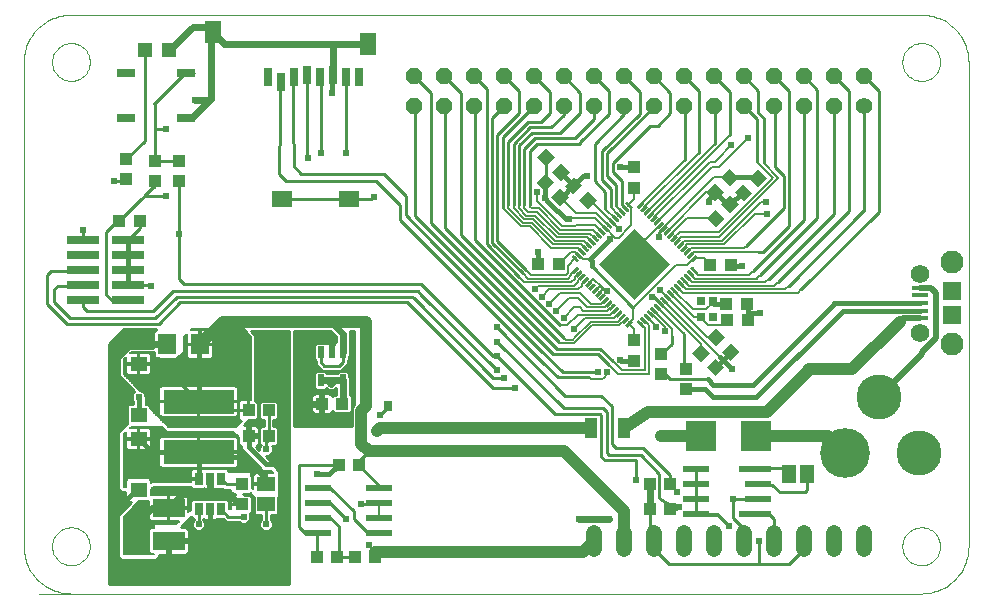
<source format=gtl>
G75*
G70*
%OFA0B0*%
%FSLAX24Y24*%
%IPPOS*%
%LPD*%
%AMOC8*
5,1,8,0,0,1.08239X$1,22.5*
%
%ADD10C,0.0000*%
%ADD11R,0.0394X0.0433*%
%ADD12R,0.0413X0.0425*%
%ADD13C,0.0008*%
%ADD14R,0.1673X0.1673*%
%ADD15R,0.0425X0.0413*%
%ADD16R,0.1100X0.0290*%
%ADD17R,0.0272X0.0394*%
%ADD18R,0.1063X0.0630*%
%ADD19R,0.0433X0.0394*%
%ADD20R,0.0591X0.0512*%
%ADD21R,0.0579X0.0500*%
%ADD22R,0.2362X0.0787*%
%ADD23R,0.0630X0.0709*%
%ADD24R,0.0866X0.0236*%
%ADD25R,0.0315X0.0354*%
%ADD26R,0.0394X0.0709*%
%ADD27C,0.1660*%
%ADD28C,0.1502*%
%ADD29R,0.0276X0.0295*%
%ADD30C,0.0560*%
%ADD31OC8,0.0560*%
%ADD32R,0.0709X0.0551*%
%ADD33R,0.0551X0.0748*%
%ADD34R,0.0315X0.0591*%
%ADD35R,0.0600X0.0300*%
%ADD36R,0.0472X0.0472*%
%ADD37C,0.0520*%
%ADD38R,0.0197X0.0394*%
%ADD39R,0.0870X0.0240*%
%ADD40R,0.0460X0.0630*%
%ADD41R,0.1000X0.1000*%
%ADD42R,0.0551X0.0138*%
%ADD43C,0.0768*%
%ADD44C,0.0620*%
%ADD45R,0.0591X0.0591*%
%ADD46C,0.0160*%
%ADD47C,0.0240*%
%ADD48C,0.0100*%
%ADD49C,0.0238*%
%ADD50C,0.0060*%
%ADD51C,0.0120*%
%ADD52C,0.0200*%
%ADD53C,0.0400*%
%ADD54C,0.0080*%
D10*
X020305Y019017D02*
X048336Y019017D01*
X049726Y019017D02*
X021380Y019017D01*
X020750Y020592D02*
X020752Y020642D01*
X020758Y020692D01*
X020768Y020741D01*
X020782Y020789D01*
X020799Y020836D01*
X020820Y020881D01*
X020845Y020925D01*
X020873Y020966D01*
X020905Y021005D01*
X020939Y021042D01*
X020976Y021076D01*
X021016Y021106D01*
X021058Y021133D01*
X021102Y021157D01*
X021148Y021178D01*
X021195Y021194D01*
X021243Y021207D01*
X021293Y021216D01*
X021342Y021221D01*
X021393Y021222D01*
X021443Y021219D01*
X021492Y021212D01*
X021541Y021201D01*
X021589Y021186D01*
X021635Y021168D01*
X021680Y021146D01*
X021723Y021120D01*
X021764Y021091D01*
X021803Y021059D01*
X021839Y021024D01*
X021871Y020986D01*
X021901Y020946D01*
X021928Y020903D01*
X021951Y020859D01*
X021970Y020813D01*
X021986Y020765D01*
X021998Y020716D01*
X022006Y020667D01*
X022010Y020617D01*
X022010Y020567D01*
X022006Y020517D01*
X021998Y020468D01*
X021986Y020419D01*
X021970Y020371D01*
X021951Y020325D01*
X021928Y020281D01*
X021901Y020238D01*
X021871Y020198D01*
X021839Y020160D01*
X021803Y020125D01*
X021764Y020093D01*
X021723Y020064D01*
X021680Y020038D01*
X021635Y020016D01*
X021589Y019998D01*
X021541Y019983D01*
X021492Y019972D01*
X021443Y019965D01*
X021393Y019962D01*
X021342Y019963D01*
X021293Y019968D01*
X021243Y019977D01*
X021195Y019990D01*
X021148Y020006D01*
X021102Y020027D01*
X021058Y020051D01*
X021016Y020078D01*
X020976Y020108D01*
X020939Y020142D01*
X020905Y020179D01*
X020873Y020218D01*
X020845Y020259D01*
X020820Y020303D01*
X020799Y020348D01*
X020782Y020395D01*
X020768Y020443D01*
X020758Y020492D01*
X020752Y020542D01*
X020750Y020592D01*
X019805Y020592D02*
X019807Y020515D01*
X019813Y020438D01*
X019822Y020361D01*
X019835Y020285D01*
X019852Y020209D01*
X019873Y020135D01*
X019897Y020061D01*
X019925Y019989D01*
X019956Y019919D01*
X019991Y019850D01*
X020029Y019782D01*
X020070Y019717D01*
X020115Y019654D01*
X020163Y019593D01*
X020213Y019534D01*
X020266Y019478D01*
X020322Y019425D01*
X020381Y019375D01*
X020442Y019327D01*
X020505Y019282D01*
X020570Y019241D01*
X020638Y019203D01*
X020707Y019168D01*
X020777Y019137D01*
X020849Y019109D01*
X020923Y019085D01*
X020997Y019064D01*
X021073Y019047D01*
X021149Y019034D01*
X021226Y019025D01*
X021303Y019019D01*
X021380Y019017D01*
X019805Y020592D02*
X019805Y036734D01*
X020750Y036734D02*
X020752Y036784D01*
X020758Y036834D01*
X020768Y036883D01*
X020782Y036931D01*
X020799Y036978D01*
X020820Y037023D01*
X020845Y037067D01*
X020873Y037108D01*
X020905Y037147D01*
X020939Y037184D01*
X020976Y037218D01*
X021016Y037248D01*
X021058Y037275D01*
X021102Y037299D01*
X021148Y037320D01*
X021195Y037336D01*
X021243Y037349D01*
X021293Y037358D01*
X021342Y037363D01*
X021393Y037364D01*
X021443Y037361D01*
X021492Y037354D01*
X021541Y037343D01*
X021589Y037328D01*
X021635Y037310D01*
X021680Y037288D01*
X021723Y037262D01*
X021764Y037233D01*
X021803Y037201D01*
X021839Y037166D01*
X021871Y037128D01*
X021901Y037088D01*
X021928Y037045D01*
X021951Y037001D01*
X021970Y036955D01*
X021986Y036907D01*
X021998Y036858D01*
X022006Y036809D01*
X022010Y036759D01*
X022010Y036709D01*
X022006Y036659D01*
X021998Y036610D01*
X021986Y036561D01*
X021970Y036513D01*
X021951Y036467D01*
X021928Y036423D01*
X021901Y036380D01*
X021871Y036340D01*
X021839Y036302D01*
X021803Y036267D01*
X021764Y036235D01*
X021723Y036206D01*
X021680Y036180D01*
X021635Y036158D01*
X021589Y036140D01*
X021541Y036125D01*
X021492Y036114D01*
X021443Y036107D01*
X021393Y036104D01*
X021342Y036105D01*
X021293Y036110D01*
X021243Y036119D01*
X021195Y036132D01*
X021148Y036148D01*
X021102Y036169D01*
X021058Y036193D01*
X021016Y036220D01*
X020976Y036250D01*
X020939Y036284D01*
X020905Y036321D01*
X020873Y036360D01*
X020845Y036401D01*
X020820Y036445D01*
X020799Y036490D01*
X020782Y036537D01*
X020768Y036585D01*
X020758Y036634D01*
X020752Y036684D01*
X020750Y036734D01*
X019805Y036734D02*
X019807Y036811D01*
X019813Y036888D01*
X019822Y036965D01*
X019835Y037041D01*
X019852Y037117D01*
X019873Y037191D01*
X019897Y037265D01*
X019925Y037337D01*
X019956Y037407D01*
X019991Y037476D01*
X020029Y037544D01*
X020070Y037609D01*
X020115Y037672D01*
X020163Y037733D01*
X020213Y037792D01*
X020266Y037848D01*
X020322Y037901D01*
X020381Y037951D01*
X020442Y037999D01*
X020505Y038044D01*
X020570Y038085D01*
X020638Y038123D01*
X020707Y038158D01*
X020777Y038189D01*
X020849Y038217D01*
X020923Y038241D01*
X020997Y038262D01*
X021073Y038279D01*
X021149Y038292D01*
X021226Y038301D01*
X021303Y038307D01*
X021380Y038309D01*
X049726Y038309D01*
X049096Y036734D02*
X049098Y036784D01*
X049104Y036834D01*
X049114Y036883D01*
X049128Y036931D01*
X049145Y036978D01*
X049166Y037023D01*
X049191Y037067D01*
X049219Y037108D01*
X049251Y037147D01*
X049285Y037184D01*
X049322Y037218D01*
X049362Y037248D01*
X049404Y037275D01*
X049448Y037299D01*
X049494Y037320D01*
X049541Y037336D01*
X049589Y037349D01*
X049639Y037358D01*
X049688Y037363D01*
X049739Y037364D01*
X049789Y037361D01*
X049838Y037354D01*
X049887Y037343D01*
X049935Y037328D01*
X049981Y037310D01*
X050026Y037288D01*
X050069Y037262D01*
X050110Y037233D01*
X050149Y037201D01*
X050185Y037166D01*
X050217Y037128D01*
X050247Y037088D01*
X050274Y037045D01*
X050297Y037001D01*
X050316Y036955D01*
X050332Y036907D01*
X050344Y036858D01*
X050352Y036809D01*
X050356Y036759D01*
X050356Y036709D01*
X050352Y036659D01*
X050344Y036610D01*
X050332Y036561D01*
X050316Y036513D01*
X050297Y036467D01*
X050274Y036423D01*
X050247Y036380D01*
X050217Y036340D01*
X050185Y036302D01*
X050149Y036267D01*
X050110Y036235D01*
X050069Y036206D01*
X050026Y036180D01*
X049981Y036158D01*
X049935Y036140D01*
X049887Y036125D01*
X049838Y036114D01*
X049789Y036107D01*
X049739Y036104D01*
X049688Y036105D01*
X049639Y036110D01*
X049589Y036119D01*
X049541Y036132D01*
X049494Y036148D01*
X049448Y036169D01*
X049404Y036193D01*
X049362Y036220D01*
X049322Y036250D01*
X049285Y036284D01*
X049251Y036321D01*
X049219Y036360D01*
X049191Y036401D01*
X049166Y036445D01*
X049145Y036490D01*
X049128Y036537D01*
X049114Y036585D01*
X049104Y036634D01*
X049098Y036684D01*
X049096Y036734D01*
X049726Y038309D02*
X049803Y038307D01*
X049880Y038301D01*
X049957Y038292D01*
X050033Y038279D01*
X050109Y038262D01*
X050183Y038241D01*
X050257Y038217D01*
X050329Y038189D01*
X050399Y038158D01*
X050468Y038123D01*
X050536Y038085D01*
X050601Y038044D01*
X050664Y037999D01*
X050725Y037951D01*
X050784Y037901D01*
X050840Y037848D01*
X050893Y037792D01*
X050943Y037733D01*
X050991Y037672D01*
X051036Y037609D01*
X051077Y037544D01*
X051115Y037476D01*
X051150Y037407D01*
X051181Y037337D01*
X051209Y037265D01*
X051233Y037191D01*
X051254Y037117D01*
X051271Y037041D01*
X051284Y036965D01*
X051293Y036888D01*
X051299Y036811D01*
X051301Y036734D01*
X051301Y020592D01*
X049096Y020592D02*
X049098Y020642D01*
X049104Y020692D01*
X049114Y020741D01*
X049128Y020789D01*
X049145Y020836D01*
X049166Y020881D01*
X049191Y020925D01*
X049219Y020966D01*
X049251Y021005D01*
X049285Y021042D01*
X049322Y021076D01*
X049362Y021106D01*
X049404Y021133D01*
X049448Y021157D01*
X049494Y021178D01*
X049541Y021194D01*
X049589Y021207D01*
X049639Y021216D01*
X049688Y021221D01*
X049739Y021222D01*
X049789Y021219D01*
X049838Y021212D01*
X049887Y021201D01*
X049935Y021186D01*
X049981Y021168D01*
X050026Y021146D01*
X050069Y021120D01*
X050110Y021091D01*
X050149Y021059D01*
X050185Y021024D01*
X050217Y020986D01*
X050247Y020946D01*
X050274Y020903D01*
X050297Y020859D01*
X050316Y020813D01*
X050332Y020765D01*
X050344Y020716D01*
X050352Y020667D01*
X050356Y020617D01*
X050356Y020567D01*
X050352Y020517D01*
X050344Y020468D01*
X050332Y020419D01*
X050316Y020371D01*
X050297Y020325D01*
X050274Y020281D01*
X050247Y020238D01*
X050217Y020198D01*
X050185Y020160D01*
X050149Y020125D01*
X050110Y020093D01*
X050069Y020064D01*
X050026Y020038D01*
X049981Y020016D01*
X049935Y019998D01*
X049887Y019983D01*
X049838Y019972D01*
X049789Y019965D01*
X049739Y019962D01*
X049688Y019963D01*
X049639Y019968D01*
X049589Y019977D01*
X049541Y019990D01*
X049494Y020006D01*
X049448Y020027D01*
X049404Y020051D01*
X049362Y020078D01*
X049322Y020108D01*
X049285Y020142D01*
X049251Y020179D01*
X049219Y020218D01*
X049191Y020259D01*
X049166Y020303D01*
X049145Y020348D01*
X049128Y020395D01*
X049114Y020443D01*
X049104Y020492D01*
X049098Y020542D01*
X049096Y020592D01*
X049726Y019017D02*
X049803Y019019D01*
X049880Y019025D01*
X049957Y019034D01*
X050033Y019047D01*
X050109Y019064D01*
X050183Y019085D01*
X050257Y019109D01*
X050329Y019137D01*
X050399Y019168D01*
X050468Y019203D01*
X050536Y019241D01*
X050601Y019282D01*
X050664Y019327D01*
X050725Y019375D01*
X050784Y019425D01*
X050840Y019478D01*
X050893Y019534D01*
X050943Y019593D01*
X050991Y019654D01*
X051036Y019717D01*
X051077Y019782D01*
X051115Y019850D01*
X051150Y019919D01*
X051181Y019989D01*
X051209Y020061D01*
X051233Y020135D01*
X051254Y020209D01*
X051271Y020285D01*
X051284Y020361D01*
X051293Y020438D01*
X051299Y020515D01*
X051301Y020592D01*
D11*
X041353Y021828D03*
X040683Y021828D03*
X040683Y022675D03*
X041353Y022675D03*
X041875Y025835D03*
X041875Y026504D03*
X041058Y026323D03*
X041058Y026992D03*
X031533Y020225D03*
X030864Y020225D03*
X030246Y020250D03*
X029576Y020250D03*
X027970Y024270D03*
X027301Y024270D03*
X027301Y025120D03*
X027970Y025120D03*
D12*
X023683Y031421D03*
X022994Y031421D03*
X036947Y029992D03*
X037636Y029992D03*
G36*
X037677Y031936D02*
X037386Y032227D01*
X037685Y032526D01*
X037976Y032235D01*
X037677Y031936D01*
G37*
G36*
X038137Y032916D02*
X038428Y032625D01*
X038129Y032326D01*
X037838Y032617D01*
X038137Y032916D01*
G37*
G36*
X037709Y032776D02*
X037418Y033067D01*
X037717Y033366D01*
X038008Y033075D01*
X037709Y032776D01*
G37*
G36*
X037190Y032423D02*
X036899Y032714D01*
X037198Y033013D01*
X037489Y032722D01*
X037190Y032423D01*
G37*
G36*
X037222Y033263D02*
X036931Y033554D01*
X037230Y033853D01*
X037521Y033562D01*
X037222Y033263D01*
G37*
G36*
X038625Y032428D02*
X038916Y032137D01*
X038617Y031838D01*
X038326Y032129D01*
X038625Y032428D01*
G37*
G36*
X042561Y032402D02*
X042852Y032693D01*
X043151Y032394D01*
X042860Y032103D01*
X042561Y032402D01*
G37*
G36*
X043654Y031999D02*
X043363Y031708D01*
X043064Y032007D01*
X043355Y032298D01*
X043654Y031999D01*
G37*
G36*
X043507Y032385D02*
X043798Y032676D01*
X044097Y032377D01*
X043806Y032086D01*
X043507Y032385D01*
G37*
G36*
X043049Y032890D02*
X043340Y033181D01*
X043639Y032882D01*
X043348Y032591D01*
X043049Y032890D01*
G37*
G36*
X043994Y032873D02*
X044285Y033164D01*
X044584Y032865D01*
X044293Y032574D01*
X043994Y032873D01*
G37*
G36*
X043167Y031512D02*
X042876Y031221D01*
X042577Y031520D01*
X042868Y031811D01*
X043167Y031512D01*
G37*
X043376Y029971D03*
X042687Y029971D03*
X043233Y028665D03*
X043253Y028145D03*
G36*
X042881Y027270D02*
X042590Y027561D01*
X042889Y027860D01*
X043180Y027569D01*
X042881Y027270D01*
G37*
G36*
X043368Y026783D02*
X043077Y027074D01*
X043376Y027373D01*
X043667Y027082D01*
X043368Y026783D01*
G37*
G36*
X042862Y026261D02*
X042571Y026552D01*
X042870Y026851D01*
X043161Y026560D01*
X042862Y026261D01*
G37*
G36*
X042375Y026749D02*
X042084Y027040D01*
X042383Y027339D01*
X042674Y027048D01*
X042375Y026749D01*
G37*
X043942Y028145D03*
X043922Y028665D03*
D13*
X042080Y029906D02*
X042030Y029856D01*
X042080Y029906D02*
X042240Y029746D01*
X042190Y029696D01*
X042030Y029856D01*
X042183Y029703D02*
X042197Y029703D01*
X042204Y029710D02*
X042176Y029710D01*
X042169Y029717D02*
X042211Y029717D01*
X042218Y029724D02*
X042162Y029724D01*
X042155Y029731D02*
X042225Y029731D01*
X042232Y029738D02*
X042148Y029738D01*
X042141Y029745D02*
X042239Y029745D01*
X042234Y029752D02*
X042134Y029752D01*
X042127Y029759D02*
X042227Y029759D01*
X042220Y029766D02*
X042120Y029766D01*
X042113Y029773D02*
X042213Y029773D01*
X042206Y029780D02*
X042106Y029780D01*
X042099Y029787D02*
X042199Y029787D01*
X042192Y029794D02*
X042092Y029794D01*
X042085Y029801D02*
X042185Y029801D01*
X042178Y029808D02*
X042078Y029808D01*
X042071Y029815D02*
X042171Y029815D01*
X042164Y029822D02*
X042064Y029822D01*
X042057Y029829D02*
X042157Y029829D01*
X042150Y029836D02*
X042050Y029836D01*
X042043Y029843D02*
X042143Y029843D01*
X042136Y029850D02*
X042036Y029850D01*
X042031Y029857D02*
X042129Y029857D01*
X042122Y029864D02*
X042038Y029864D01*
X042045Y029871D02*
X042115Y029871D01*
X042108Y029878D02*
X042052Y029878D01*
X042059Y029885D02*
X042101Y029885D01*
X042094Y029892D02*
X042066Y029892D01*
X042073Y029899D02*
X042087Y029899D01*
X042080Y029906D02*
X042080Y029906D01*
X041968Y029794D02*
X041918Y029744D01*
X041968Y029794D02*
X042128Y029634D01*
X042078Y029584D01*
X041918Y029744D01*
X042071Y029591D02*
X042085Y029591D01*
X042092Y029598D02*
X042064Y029598D01*
X042057Y029605D02*
X042099Y029605D01*
X042106Y029612D02*
X042050Y029612D01*
X042043Y029619D02*
X042113Y029619D01*
X042120Y029626D02*
X042036Y029626D01*
X042029Y029633D02*
X042127Y029633D01*
X042122Y029640D02*
X042022Y029640D01*
X042015Y029647D02*
X042115Y029647D01*
X042108Y029654D02*
X042008Y029654D01*
X042001Y029661D02*
X042101Y029661D01*
X042094Y029668D02*
X041994Y029668D01*
X041987Y029675D02*
X042087Y029675D01*
X042080Y029682D02*
X041980Y029682D01*
X041973Y029689D02*
X042073Y029689D01*
X042066Y029696D02*
X041966Y029696D01*
X041959Y029703D02*
X042059Y029703D01*
X042052Y029710D02*
X041952Y029710D01*
X041945Y029717D02*
X042045Y029717D01*
X042038Y029724D02*
X041938Y029724D01*
X041931Y029731D02*
X042031Y029731D01*
X042024Y029738D02*
X041924Y029738D01*
X041919Y029745D02*
X042017Y029745D01*
X042010Y029752D02*
X041926Y029752D01*
X041933Y029759D02*
X042003Y029759D01*
X041996Y029766D02*
X041940Y029766D01*
X041947Y029773D02*
X041989Y029773D01*
X041982Y029780D02*
X041954Y029780D01*
X041961Y029787D02*
X041975Y029787D01*
X041968Y029794D02*
X041968Y029794D01*
X041857Y029683D02*
X041807Y029633D01*
X041857Y029683D02*
X042017Y029523D01*
X041967Y029473D01*
X041807Y029633D01*
X041960Y029480D02*
X041974Y029480D01*
X041981Y029487D02*
X041953Y029487D01*
X041946Y029494D02*
X041988Y029494D01*
X041995Y029501D02*
X041939Y029501D01*
X041932Y029508D02*
X042002Y029508D01*
X042009Y029515D02*
X041925Y029515D01*
X041918Y029522D02*
X042016Y029522D01*
X042011Y029529D02*
X041911Y029529D01*
X041904Y029536D02*
X042004Y029536D01*
X041997Y029543D02*
X041897Y029543D01*
X041890Y029550D02*
X041990Y029550D01*
X041983Y029557D02*
X041883Y029557D01*
X041876Y029564D02*
X041976Y029564D01*
X041969Y029571D02*
X041869Y029571D01*
X041862Y029578D02*
X041962Y029578D01*
X041955Y029585D02*
X041855Y029585D01*
X041848Y029592D02*
X041948Y029592D01*
X041941Y029599D02*
X041841Y029599D01*
X041834Y029606D02*
X041934Y029606D01*
X041927Y029613D02*
X041827Y029613D01*
X041820Y029620D02*
X041920Y029620D01*
X041913Y029627D02*
X041813Y029627D01*
X041808Y029634D02*
X041906Y029634D01*
X041899Y029641D02*
X041815Y029641D01*
X041822Y029648D02*
X041892Y029648D01*
X041885Y029655D02*
X041829Y029655D01*
X041836Y029662D02*
X041878Y029662D01*
X041871Y029669D02*
X041843Y029669D01*
X041850Y029676D02*
X041864Y029676D01*
X041857Y029683D02*
X041857Y029683D01*
X041746Y029571D02*
X041696Y029521D01*
X041746Y029571D02*
X041906Y029411D01*
X041856Y029361D01*
X041696Y029521D01*
X041849Y029368D02*
X041863Y029368D01*
X041870Y029375D02*
X041842Y029375D01*
X041835Y029382D02*
X041877Y029382D01*
X041884Y029389D02*
X041828Y029389D01*
X041821Y029396D02*
X041891Y029396D01*
X041898Y029403D02*
X041814Y029403D01*
X041807Y029410D02*
X041905Y029410D01*
X041900Y029417D02*
X041800Y029417D01*
X041793Y029424D02*
X041893Y029424D01*
X041886Y029431D02*
X041786Y029431D01*
X041779Y029438D02*
X041879Y029438D01*
X041872Y029445D02*
X041772Y029445D01*
X041765Y029452D02*
X041865Y029452D01*
X041858Y029459D02*
X041758Y029459D01*
X041751Y029466D02*
X041851Y029466D01*
X041844Y029473D02*
X041744Y029473D01*
X041737Y029480D02*
X041837Y029480D01*
X041830Y029487D02*
X041730Y029487D01*
X041723Y029494D02*
X041823Y029494D01*
X041816Y029501D02*
X041716Y029501D01*
X041709Y029508D02*
X041809Y029508D01*
X041802Y029515D02*
X041702Y029515D01*
X041697Y029522D02*
X041795Y029522D01*
X041788Y029529D02*
X041704Y029529D01*
X041711Y029536D02*
X041781Y029536D01*
X041774Y029543D02*
X041718Y029543D01*
X041725Y029550D02*
X041767Y029550D01*
X041760Y029557D02*
X041732Y029557D01*
X041739Y029564D02*
X041753Y029564D01*
X041746Y029571D02*
X041746Y029571D01*
X041634Y029460D02*
X041584Y029410D01*
X041634Y029460D02*
X041794Y029300D01*
X041744Y029250D01*
X041584Y029410D01*
X041737Y029257D02*
X041751Y029257D01*
X041758Y029264D02*
X041730Y029264D01*
X041723Y029271D02*
X041765Y029271D01*
X041772Y029278D02*
X041716Y029278D01*
X041709Y029285D02*
X041779Y029285D01*
X041786Y029292D02*
X041702Y029292D01*
X041695Y029299D02*
X041793Y029299D01*
X041788Y029306D02*
X041688Y029306D01*
X041681Y029313D02*
X041781Y029313D01*
X041774Y029320D02*
X041674Y029320D01*
X041667Y029327D02*
X041767Y029327D01*
X041760Y029334D02*
X041660Y029334D01*
X041653Y029341D02*
X041753Y029341D01*
X041746Y029348D02*
X041646Y029348D01*
X041639Y029355D02*
X041739Y029355D01*
X041732Y029362D02*
X041632Y029362D01*
X041625Y029369D02*
X041725Y029369D01*
X041718Y029376D02*
X041618Y029376D01*
X041611Y029383D02*
X041711Y029383D01*
X041704Y029390D02*
X041604Y029390D01*
X041597Y029397D02*
X041697Y029397D01*
X041690Y029404D02*
X041590Y029404D01*
X041585Y029411D02*
X041683Y029411D01*
X041676Y029418D02*
X041592Y029418D01*
X041599Y029425D02*
X041669Y029425D01*
X041662Y029432D02*
X041606Y029432D01*
X041613Y029439D02*
X041655Y029439D01*
X041648Y029446D02*
X041620Y029446D01*
X041627Y029453D02*
X041641Y029453D01*
X041634Y029460D02*
X041634Y029460D01*
X041523Y029349D02*
X041473Y029299D01*
X041523Y029349D02*
X041683Y029189D01*
X041633Y029139D01*
X041473Y029299D01*
X041626Y029146D02*
X041640Y029146D01*
X041647Y029153D02*
X041619Y029153D01*
X041612Y029160D02*
X041654Y029160D01*
X041661Y029167D02*
X041605Y029167D01*
X041598Y029174D02*
X041668Y029174D01*
X041675Y029181D02*
X041591Y029181D01*
X041584Y029188D02*
X041682Y029188D01*
X041677Y029195D02*
X041577Y029195D01*
X041570Y029202D02*
X041670Y029202D01*
X041663Y029209D02*
X041563Y029209D01*
X041556Y029216D02*
X041656Y029216D01*
X041649Y029223D02*
X041549Y029223D01*
X041542Y029230D02*
X041642Y029230D01*
X041635Y029237D02*
X041535Y029237D01*
X041528Y029244D02*
X041628Y029244D01*
X041621Y029251D02*
X041521Y029251D01*
X041514Y029258D02*
X041614Y029258D01*
X041607Y029265D02*
X041507Y029265D01*
X041500Y029272D02*
X041600Y029272D01*
X041593Y029279D02*
X041493Y029279D01*
X041486Y029286D02*
X041586Y029286D01*
X041579Y029293D02*
X041479Y029293D01*
X041474Y029300D02*
X041572Y029300D01*
X041565Y029307D02*
X041481Y029307D01*
X041488Y029314D02*
X041558Y029314D01*
X041551Y029321D02*
X041495Y029321D01*
X041502Y029328D02*
X041544Y029328D01*
X041537Y029335D02*
X041509Y029335D01*
X041516Y029342D02*
X041530Y029342D01*
X041523Y029349D02*
X041523Y029349D01*
X041412Y029237D02*
X041362Y029187D01*
X041412Y029237D02*
X041572Y029077D01*
X041522Y029027D01*
X041362Y029187D01*
X041515Y029034D02*
X041529Y029034D01*
X041536Y029041D02*
X041508Y029041D01*
X041501Y029048D02*
X041543Y029048D01*
X041550Y029055D02*
X041494Y029055D01*
X041487Y029062D02*
X041557Y029062D01*
X041564Y029069D02*
X041480Y029069D01*
X041473Y029076D02*
X041571Y029076D01*
X041566Y029083D02*
X041466Y029083D01*
X041459Y029090D02*
X041559Y029090D01*
X041552Y029097D02*
X041452Y029097D01*
X041445Y029104D02*
X041545Y029104D01*
X041538Y029111D02*
X041438Y029111D01*
X041431Y029118D02*
X041531Y029118D01*
X041524Y029125D02*
X041424Y029125D01*
X041417Y029132D02*
X041517Y029132D01*
X041510Y029139D02*
X041410Y029139D01*
X041403Y029146D02*
X041503Y029146D01*
X041496Y029153D02*
X041396Y029153D01*
X041389Y029160D02*
X041489Y029160D01*
X041482Y029167D02*
X041382Y029167D01*
X041375Y029174D02*
X041475Y029174D01*
X041468Y029181D02*
X041368Y029181D01*
X041363Y029188D02*
X041461Y029188D01*
X041454Y029195D02*
X041370Y029195D01*
X041377Y029202D02*
X041447Y029202D01*
X041440Y029209D02*
X041384Y029209D01*
X041391Y029216D02*
X041433Y029216D01*
X041426Y029223D02*
X041398Y029223D01*
X041405Y029230D02*
X041419Y029230D01*
X041412Y029237D02*
X041412Y029237D01*
X041300Y029126D02*
X041250Y029076D01*
X041300Y029126D02*
X041460Y028966D01*
X041410Y028916D01*
X041250Y029076D01*
X041403Y028923D02*
X041417Y028923D01*
X041424Y028930D02*
X041396Y028930D01*
X041389Y028937D02*
X041431Y028937D01*
X041438Y028944D02*
X041382Y028944D01*
X041375Y028951D02*
X041445Y028951D01*
X041452Y028958D02*
X041368Y028958D01*
X041361Y028965D02*
X041459Y028965D01*
X041454Y028972D02*
X041354Y028972D01*
X041347Y028979D02*
X041447Y028979D01*
X041440Y028986D02*
X041340Y028986D01*
X041333Y028993D02*
X041433Y028993D01*
X041426Y029000D02*
X041326Y029000D01*
X041319Y029007D02*
X041419Y029007D01*
X041412Y029014D02*
X041312Y029014D01*
X041305Y029021D02*
X041405Y029021D01*
X041398Y029028D02*
X041298Y029028D01*
X041291Y029035D02*
X041391Y029035D01*
X041384Y029042D02*
X041284Y029042D01*
X041277Y029049D02*
X041377Y029049D01*
X041370Y029056D02*
X041270Y029056D01*
X041263Y029063D02*
X041363Y029063D01*
X041356Y029070D02*
X041256Y029070D01*
X041251Y029077D02*
X041349Y029077D01*
X041342Y029084D02*
X041258Y029084D01*
X041265Y029091D02*
X041335Y029091D01*
X041328Y029098D02*
X041272Y029098D01*
X041279Y029105D02*
X041321Y029105D01*
X041314Y029112D02*
X041286Y029112D01*
X041293Y029119D02*
X041307Y029119D01*
X041300Y029126D02*
X041300Y029126D01*
X041189Y029015D02*
X041139Y028965D01*
X041189Y029015D02*
X041349Y028855D01*
X041299Y028805D01*
X041139Y028965D01*
X041292Y028812D02*
X041306Y028812D01*
X041313Y028819D02*
X041285Y028819D01*
X041278Y028826D02*
X041320Y028826D01*
X041327Y028833D02*
X041271Y028833D01*
X041264Y028840D02*
X041334Y028840D01*
X041341Y028847D02*
X041257Y028847D01*
X041250Y028854D02*
X041348Y028854D01*
X041343Y028861D02*
X041243Y028861D01*
X041236Y028868D02*
X041336Y028868D01*
X041329Y028875D02*
X041229Y028875D01*
X041222Y028882D02*
X041322Y028882D01*
X041315Y028889D02*
X041215Y028889D01*
X041208Y028896D02*
X041308Y028896D01*
X041301Y028903D02*
X041201Y028903D01*
X041194Y028910D02*
X041294Y028910D01*
X041287Y028917D02*
X041187Y028917D01*
X041180Y028924D02*
X041280Y028924D01*
X041273Y028931D02*
X041173Y028931D01*
X041166Y028938D02*
X041266Y028938D01*
X041259Y028945D02*
X041159Y028945D01*
X041152Y028952D02*
X041252Y028952D01*
X041245Y028959D02*
X041145Y028959D01*
X041140Y028966D02*
X041238Y028966D01*
X041231Y028973D02*
X041147Y028973D01*
X041154Y028980D02*
X041224Y028980D01*
X041217Y028987D02*
X041161Y028987D01*
X041168Y028994D02*
X041210Y028994D01*
X041203Y029001D02*
X041175Y029001D01*
X041182Y029008D02*
X041196Y029008D01*
X041189Y029015D02*
X041189Y029015D01*
X041077Y028903D02*
X041027Y028853D01*
X041077Y028903D02*
X041237Y028743D01*
X041187Y028693D01*
X041027Y028853D01*
X041180Y028700D02*
X041194Y028700D01*
X041201Y028707D02*
X041173Y028707D01*
X041166Y028714D02*
X041208Y028714D01*
X041215Y028721D02*
X041159Y028721D01*
X041152Y028728D02*
X041222Y028728D01*
X041229Y028735D02*
X041145Y028735D01*
X041138Y028742D02*
X041236Y028742D01*
X041231Y028749D02*
X041131Y028749D01*
X041124Y028756D02*
X041224Y028756D01*
X041217Y028763D02*
X041117Y028763D01*
X041110Y028770D02*
X041210Y028770D01*
X041203Y028777D02*
X041103Y028777D01*
X041096Y028784D02*
X041196Y028784D01*
X041189Y028791D02*
X041089Y028791D01*
X041082Y028798D02*
X041182Y028798D01*
X041175Y028805D02*
X041075Y028805D01*
X041068Y028812D02*
X041168Y028812D01*
X041161Y028819D02*
X041061Y028819D01*
X041054Y028826D02*
X041154Y028826D01*
X041147Y028833D02*
X041047Y028833D01*
X041040Y028840D02*
X041140Y028840D01*
X041133Y028847D02*
X041033Y028847D01*
X041028Y028854D02*
X041126Y028854D01*
X041119Y028861D02*
X041035Y028861D01*
X041042Y028868D02*
X041112Y028868D01*
X041105Y028875D02*
X041049Y028875D01*
X041056Y028882D02*
X041098Y028882D01*
X041091Y028889D02*
X041063Y028889D01*
X041070Y028896D02*
X041084Y028896D01*
X041077Y028903D02*
X041077Y028903D01*
X040966Y028792D02*
X040916Y028742D01*
X040966Y028792D02*
X041126Y028632D01*
X041076Y028582D01*
X040916Y028742D01*
X041069Y028589D02*
X041083Y028589D01*
X041090Y028596D02*
X041062Y028596D01*
X041055Y028603D02*
X041097Y028603D01*
X041104Y028610D02*
X041048Y028610D01*
X041041Y028617D02*
X041111Y028617D01*
X041118Y028624D02*
X041034Y028624D01*
X041027Y028631D02*
X041125Y028631D01*
X041120Y028638D02*
X041020Y028638D01*
X041013Y028645D02*
X041113Y028645D01*
X041106Y028652D02*
X041006Y028652D01*
X040999Y028659D02*
X041099Y028659D01*
X041092Y028666D02*
X040992Y028666D01*
X040985Y028673D02*
X041085Y028673D01*
X041078Y028680D02*
X040978Y028680D01*
X040971Y028687D02*
X041071Y028687D01*
X041064Y028694D02*
X040964Y028694D01*
X040957Y028701D02*
X041057Y028701D01*
X041050Y028708D02*
X040950Y028708D01*
X040943Y028715D02*
X041043Y028715D01*
X041036Y028722D02*
X040936Y028722D01*
X040929Y028729D02*
X041029Y028729D01*
X041022Y028736D02*
X040922Y028736D01*
X040917Y028743D02*
X041015Y028743D01*
X041008Y028750D02*
X040924Y028750D01*
X040931Y028757D02*
X041001Y028757D01*
X040994Y028764D02*
X040938Y028764D01*
X040945Y028771D02*
X040987Y028771D01*
X040980Y028778D02*
X040952Y028778D01*
X040959Y028785D02*
X040973Y028785D01*
X040966Y028792D02*
X040966Y028792D01*
X040855Y028681D02*
X040805Y028631D01*
X040855Y028681D02*
X041015Y028521D01*
X040965Y028471D01*
X040805Y028631D01*
X040958Y028478D02*
X040972Y028478D01*
X040979Y028485D02*
X040951Y028485D01*
X040944Y028492D02*
X040986Y028492D01*
X040993Y028499D02*
X040937Y028499D01*
X040930Y028506D02*
X041000Y028506D01*
X041007Y028513D02*
X040923Y028513D01*
X040916Y028520D02*
X041014Y028520D01*
X041009Y028527D02*
X040909Y028527D01*
X040902Y028534D02*
X041002Y028534D01*
X040995Y028541D02*
X040895Y028541D01*
X040888Y028548D02*
X040988Y028548D01*
X040981Y028555D02*
X040881Y028555D01*
X040874Y028562D02*
X040974Y028562D01*
X040967Y028569D02*
X040867Y028569D01*
X040860Y028576D02*
X040960Y028576D01*
X040953Y028583D02*
X040853Y028583D01*
X040846Y028590D02*
X040946Y028590D01*
X040939Y028597D02*
X040839Y028597D01*
X040832Y028604D02*
X040932Y028604D01*
X040925Y028611D02*
X040825Y028611D01*
X040818Y028618D02*
X040918Y028618D01*
X040911Y028625D02*
X040811Y028625D01*
X040806Y028632D02*
X040904Y028632D01*
X040897Y028639D02*
X040813Y028639D01*
X040820Y028646D02*
X040890Y028646D01*
X040883Y028653D02*
X040827Y028653D01*
X040834Y028660D02*
X040876Y028660D01*
X040869Y028667D02*
X040841Y028667D01*
X040848Y028674D02*
X040862Y028674D01*
X040855Y028681D02*
X040855Y028681D01*
X040743Y028569D02*
X040693Y028519D01*
X040743Y028569D02*
X040903Y028409D01*
X040853Y028359D01*
X040693Y028519D01*
X040846Y028366D02*
X040860Y028366D01*
X040867Y028373D02*
X040839Y028373D01*
X040832Y028380D02*
X040874Y028380D01*
X040881Y028387D02*
X040825Y028387D01*
X040818Y028394D02*
X040888Y028394D01*
X040895Y028401D02*
X040811Y028401D01*
X040804Y028408D02*
X040902Y028408D01*
X040897Y028415D02*
X040797Y028415D01*
X040790Y028422D02*
X040890Y028422D01*
X040883Y028429D02*
X040783Y028429D01*
X040776Y028436D02*
X040876Y028436D01*
X040869Y028443D02*
X040769Y028443D01*
X040762Y028450D02*
X040862Y028450D01*
X040855Y028457D02*
X040755Y028457D01*
X040748Y028464D02*
X040848Y028464D01*
X040841Y028471D02*
X040741Y028471D01*
X040734Y028478D02*
X040834Y028478D01*
X040827Y028485D02*
X040727Y028485D01*
X040720Y028492D02*
X040820Y028492D01*
X040813Y028499D02*
X040713Y028499D01*
X040706Y028506D02*
X040806Y028506D01*
X040799Y028513D02*
X040699Y028513D01*
X040694Y028520D02*
X040792Y028520D01*
X040785Y028527D02*
X040701Y028527D01*
X040708Y028534D02*
X040778Y028534D01*
X040771Y028541D02*
X040715Y028541D01*
X040722Y028548D02*
X040764Y028548D01*
X040757Y028555D02*
X040729Y028555D01*
X040736Y028562D02*
X040750Y028562D01*
X040743Y028569D02*
X040743Y028569D01*
X040632Y028458D02*
X040582Y028408D01*
X040632Y028458D02*
X040792Y028298D01*
X040742Y028248D01*
X040582Y028408D01*
X040735Y028255D02*
X040749Y028255D01*
X040756Y028262D02*
X040728Y028262D01*
X040721Y028269D02*
X040763Y028269D01*
X040770Y028276D02*
X040714Y028276D01*
X040707Y028283D02*
X040777Y028283D01*
X040784Y028290D02*
X040700Y028290D01*
X040693Y028297D02*
X040791Y028297D01*
X040786Y028304D02*
X040686Y028304D01*
X040679Y028311D02*
X040779Y028311D01*
X040772Y028318D02*
X040672Y028318D01*
X040665Y028325D02*
X040765Y028325D01*
X040758Y028332D02*
X040658Y028332D01*
X040651Y028339D02*
X040751Y028339D01*
X040744Y028346D02*
X040644Y028346D01*
X040637Y028353D02*
X040737Y028353D01*
X040730Y028360D02*
X040630Y028360D01*
X040623Y028367D02*
X040723Y028367D01*
X040716Y028374D02*
X040616Y028374D01*
X040609Y028381D02*
X040709Y028381D01*
X040702Y028388D02*
X040602Y028388D01*
X040595Y028395D02*
X040695Y028395D01*
X040688Y028402D02*
X040588Y028402D01*
X040583Y028409D02*
X040681Y028409D01*
X040674Y028416D02*
X040590Y028416D01*
X040597Y028423D02*
X040667Y028423D01*
X040660Y028430D02*
X040604Y028430D01*
X040611Y028437D02*
X040653Y028437D01*
X040646Y028444D02*
X040618Y028444D01*
X040625Y028451D02*
X040639Y028451D01*
X040632Y028458D02*
X040632Y028458D01*
X040521Y028347D02*
X040471Y028297D01*
X040521Y028347D02*
X040681Y028187D01*
X040631Y028137D01*
X040471Y028297D01*
X040624Y028144D02*
X040638Y028144D01*
X040645Y028151D02*
X040617Y028151D01*
X040610Y028158D02*
X040652Y028158D01*
X040659Y028165D02*
X040603Y028165D01*
X040596Y028172D02*
X040666Y028172D01*
X040673Y028179D02*
X040589Y028179D01*
X040582Y028186D02*
X040680Y028186D01*
X040675Y028193D02*
X040575Y028193D01*
X040568Y028200D02*
X040668Y028200D01*
X040661Y028207D02*
X040561Y028207D01*
X040554Y028214D02*
X040654Y028214D01*
X040647Y028221D02*
X040547Y028221D01*
X040540Y028228D02*
X040640Y028228D01*
X040633Y028235D02*
X040533Y028235D01*
X040526Y028242D02*
X040626Y028242D01*
X040619Y028249D02*
X040519Y028249D01*
X040512Y028256D02*
X040612Y028256D01*
X040605Y028263D02*
X040505Y028263D01*
X040498Y028270D02*
X040598Y028270D01*
X040591Y028277D02*
X040491Y028277D01*
X040484Y028284D02*
X040584Y028284D01*
X040577Y028291D02*
X040477Y028291D01*
X040472Y028298D02*
X040570Y028298D01*
X040563Y028305D02*
X040479Y028305D01*
X040486Y028312D02*
X040556Y028312D01*
X040549Y028319D02*
X040493Y028319D01*
X040500Y028326D02*
X040542Y028326D01*
X040535Y028333D02*
X040507Y028333D01*
X040514Y028340D02*
X040528Y028340D01*
X040521Y028347D02*
X040521Y028347D01*
X040409Y028235D02*
X040359Y028185D01*
X040409Y028235D02*
X040569Y028075D01*
X040519Y028025D01*
X040359Y028185D01*
X040512Y028032D02*
X040526Y028032D01*
X040533Y028039D02*
X040505Y028039D01*
X040498Y028046D02*
X040540Y028046D01*
X040547Y028053D02*
X040491Y028053D01*
X040484Y028060D02*
X040554Y028060D01*
X040561Y028067D02*
X040477Y028067D01*
X040470Y028074D02*
X040568Y028074D01*
X040563Y028081D02*
X040463Y028081D01*
X040456Y028088D02*
X040556Y028088D01*
X040549Y028095D02*
X040449Y028095D01*
X040442Y028102D02*
X040542Y028102D01*
X040535Y028109D02*
X040435Y028109D01*
X040428Y028116D02*
X040528Y028116D01*
X040521Y028123D02*
X040421Y028123D01*
X040414Y028130D02*
X040514Y028130D01*
X040507Y028137D02*
X040407Y028137D01*
X040400Y028144D02*
X040500Y028144D01*
X040493Y028151D02*
X040393Y028151D01*
X040386Y028158D02*
X040486Y028158D01*
X040479Y028165D02*
X040379Y028165D01*
X040372Y028172D02*
X040472Y028172D01*
X040465Y028179D02*
X040365Y028179D01*
X040360Y028186D02*
X040458Y028186D01*
X040451Y028193D02*
X040367Y028193D01*
X040374Y028200D02*
X040444Y028200D01*
X040437Y028207D02*
X040381Y028207D01*
X040388Y028214D02*
X040430Y028214D01*
X040423Y028221D02*
X040395Y028221D01*
X040402Y028228D02*
X040416Y028228D01*
X040409Y028235D02*
X040409Y028235D01*
X040298Y028124D02*
X040248Y028074D01*
X040298Y028124D02*
X040458Y027964D01*
X040408Y027914D01*
X040248Y028074D01*
X040401Y027921D02*
X040415Y027921D01*
X040422Y027928D02*
X040394Y027928D01*
X040387Y027935D02*
X040429Y027935D01*
X040436Y027942D02*
X040380Y027942D01*
X040373Y027949D02*
X040443Y027949D01*
X040450Y027956D02*
X040366Y027956D01*
X040359Y027963D02*
X040457Y027963D01*
X040452Y027970D02*
X040352Y027970D01*
X040345Y027977D02*
X040445Y027977D01*
X040438Y027984D02*
X040338Y027984D01*
X040331Y027991D02*
X040431Y027991D01*
X040424Y027998D02*
X040324Y027998D01*
X040317Y028005D02*
X040417Y028005D01*
X040410Y028012D02*
X040310Y028012D01*
X040303Y028019D02*
X040403Y028019D01*
X040396Y028026D02*
X040296Y028026D01*
X040289Y028033D02*
X040389Y028033D01*
X040382Y028040D02*
X040282Y028040D01*
X040275Y028047D02*
X040375Y028047D01*
X040368Y028054D02*
X040268Y028054D01*
X040261Y028061D02*
X040361Y028061D01*
X040354Y028068D02*
X040254Y028068D01*
X040249Y028075D02*
X040347Y028075D01*
X040340Y028082D02*
X040256Y028082D01*
X040263Y028089D02*
X040333Y028089D01*
X040326Y028096D02*
X040270Y028096D01*
X040277Y028103D02*
X040319Y028103D01*
X040312Y028110D02*
X040284Y028110D01*
X040291Y028117D02*
X040305Y028117D01*
X040298Y028124D02*
X040298Y028124D01*
X040068Y028074D02*
X040018Y028124D01*
X040068Y028074D02*
X039908Y027914D01*
X039858Y027964D01*
X040018Y028124D01*
X039915Y027921D02*
X039901Y027921D01*
X039894Y027928D02*
X039922Y027928D01*
X039929Y027935D02*
X039887Y027935D01*
X039880Y027942D02*
X039936Y027942D01*
X039943Y027949D02*
X039873Y027949D01*
X039866Y027956D02*
X039950Y027956D01*
X039957Y027963D02*
X039859Y027963D01*
X039864Y027970D02*
X039964Y027970D01*
X039971Y027977D02*
X039871Y027977D01*
X039878Y027984D02*
X039978Y027984D01*
X039985Y027991D02*
X039885Y027991D01*
X039892Y027998D02*
X039992Y027998D01*
X039999Y028005D02*
X039899Y028005D01*
X039906Y028012D02*
X040006Y028012D01*
X040013Y028019D02*
X039913Y028019D01*
X039920Y028026D02*
X040020Y028026D01*
X040027Y028033D02*
X039927Y028033D01*
X039934Y028040D02*
X040034Y028040D01*
X040041Y028047D02*
X039941Y028047D01*
X039948Y028054D02*
X040048Y028054D01*
X040055Y028061D02*
X039955Y028061D01*
X039962Y028068D02*
X040062Y028068D01*
X040067Y028075D02*
X039969Y028075D01*
X039976Y028082D02*
X040060Y028082D01*
X040053Y028089D02*
X039983Y028089D01*
X039990Y028096D02*
X040046Y028096D01*
X040039Y028103D02*
X039997Y028103D01*
X040004Y028110D02*
X040032Y028110D01*
X040025Y028117D02*
X040011Y028117D01*
X040018Y028124D02*
X040018Y028124D01*
X039957Y028185D02*
X039907Y028235D01*
X039957Y028185D02*
X039797Y028025D01*
X039747Y028075D01*
X039907Y028235D01*
X039804Y028032D02*
X039790Y028032D01*
X039783Y028039D02*
X039811Y028039D01*
X039818Y028046D02*
X039776Y028046D01*
X039769Y028053D02*
X039825Y028053D01*
X039832Y028060D02*
X039762Y028060D01*
X039755Y028067D02*
X039839Y028067D01*
X039846Y028074D02*
X039748Y028074D01*
X039753Y028081D02*
X039853Y028081D01*
X039860Y028088D02*
X039760Y028088D01*
X039767Y028095D02*
X039867Y028095D01*
X039874Y028102D02*
X039774Y028102D01*
X039781Y028109D02*
X039881Y028109D01*
X039888Y028116D02*
X039788Y028116D01*
X039795Y028123D02*
X039895Y028123D01*
X039902Y028130D02*
X039802Y028130D01*
X039809Y028137D02*
X039909Y028137D01*
X039916Y028144D02*
X039816Y028144D01*
X039823Y028151D02*
X039923Y028151D01*
X039930Y028158D02*
X039830Y028158D01*
X039837Y028165D02*
X039937Y028165D01*
X039944Y028172D02*
X039844Y028172D01*
X039851Y028179D02*
X039951Y028179D01*
X039956Y028186D02*
X039858Y028186D01*
X039865Y028193D02*
X039949Y028193D01*
X039942Y028200D02*
X039872Y028200D01*
X039879Y028207D02*
X039935Y028207D01*
X039928Y028214D02*
X039886Y028214D01*
X039893Y028221D02*
X039921Y028221D01*
X039914Y028228D02*
X039900Y028228D01*
X039907Y028235D02*
X039907Y028235D01*
X039846Y028297D02*
X039796Y028347D01*
X039846Y028297D02*
X039686Y028137D01*
X039636Y028187D01*
X039796Y028347D01*
X039693Y028144D02*
X039679Y028144D01*
X039672Y028151D02*
X039700Y028151D01*
X039707Y028158D02*
X039665Y028158D01*
X039658Y028165D02*
X039714Y028165D01*
X039721Y028172D02*
X039651Y028172D01*
X039644Y028179D02*
X039728Y028179D01*
X039735Y028186D02*
X039637Y028186D01*
X039642Y028193D02*
X039742Y028193D01*
X039749Y028200D02*
X039649Y028200D01*
X039656Y028207D02*
X039756Y028207D01*
X039763Y028214D02*
X039663Y028214D01*
X039670Y028221D02*
X039770Y028221D01*
X039777Y028228D02*
X039677Y028228D01*
X039684Y028235D02*
X039784Y028235D01*
X039791Y028242D02*
X039691Y028242D01*
X039698Y028249D02*
X039798Y028249D01*
X039805Y028256D02*
X039705Y028256D01*
X039712Y028263D02*
X039812Y028263D01*
X039819Y028270D02*
X039719Y028270D01*
X039726Y028277D02*
X039826Y028277D01*
X039833Y028284D02*
X039733Y028284D01*
X039740Y028291D02*
X039840Y028291D01*
X039845Y028298D02*
X039747Y028298D01*
X039754Y028305D02*
X039838Y028305D01*
X039831Y028312D02*
X039761Y028312D01*
X039768Y028319D02*
X039824Y028319D01*
X039817Y028326D02*
X039775Y028326D01*
X039782Y028333D02*
X039810Y028333D01*
X039803Y028340D02*
X039789Y028340D01*
X039796Y028347D02*
X039796Y028347D01*
X039734Y028408D02*
X039684Y028458D01*
X039734Y028408D02*
X039574Y028248D01*
X039524Y028298D01*
X039684Y028458D01*
X039581Y028255D02*
X039567Y028255D01*
X039560Y028262D02*
X039588Y028262D01*
X039595Y028269D02*
X039553Y028269D01*
X039546Y028276D02*
X039602Y028276D01*
X039609Y028283D02*
X039539Y028283D01*
X039532Y028290D02*
X039616Y028290D01*
X039623Y028297D02*
X039525Y028297D01*
X039530Y028304D02*
X039630Y028304D01*
X039637Y028311D02*
X039537Y028311D01*
X039544Y028318D02*
X039644Y028318D01*
X039651Y028325D02*
X039551Y028325D01*
X039558Y028332D02*
X039658Y028332D01*
X039665Y028339D02*
X039565Y028339D01*
X039572Y028346D02*
X039672Y028346D01*
X039679Y028353D02*
X039579Y028353D01*
X039586Y028360D02*
X039686Y028360D01*
X039693Y028367D02*
X039593Y028367D01*
X039600Y028374D02*
X039700Y028374D01*
X039707Y028381D02*
X039607Y028381D01*
X039614Y028388D02*
X039714Y028388D01*
X039721Y028395D02*
X039621Y028395D01*
X039628Y028402D02*
X039728Y028402D01*
X039733Y028409D02*
X039635Y028409D01*
X039642Y028416D02*
X039726Y028416D01*
X039719Y028423D02*
X039649Y028423D01*
X039656Y028430D02*
X039712Y028430D01*
X039705Y028437D02*
X039663Y028437D01*
X039670Y028444D02*
X039698Y028444D01*
X039691Y028451D02*
X039677Y028451D01*
X039684Y028458D02*
X039684Y028458D01*
X039623Y028519D02*
X039573Y028569D01*
X039623Y028519D02*
X039463Y028359D01*
X039413Y028409D01*
X039573Y028569D01*
X039470Y028366D02*
X039456Y028366D01*
X039449Y028373D02*
X039477Y028373D01*
X039484Y028380D02*
X039442Y028380D01*
X039435Y028387D02*
X039491Y028387D01*
X039498Y028394D02*
X039428Y028394D01*
X039421Y028401D02*
X039505Y028401D01*
X039512Y028408D02*
X039414Y028408D01*
X039419Y028415D02*
X039519Y028415D01*
X039526Y028422D02*
X039426Y028422D01*
X039433Y028429D02*
X039533Y028429D01*
X039540Y028436D02*
X039440Y028436D01*
X039447Y028443D02*
X039547Y028443D01*
X039554Y028450D02*
X039454Y028450D01*
X039461Y028457D02*
X039561Y028457D01*
X039568Y028464D02*
X039468Y028464D01*
X039475Y028471D02*
X039575Y028471D01*
X039582Y028478D02*
X039482Y028478D01*
X039489Y028485D02*
X039589Y028485D01*
X039596Y028492D02*
X039496Y028492D01*
X039503Y028499D02*
X039603Y028499D01*
X039610Y028506D02*
X039510Y028506D01*
X039517Y028513D02*
X039617Y028513D01*
X039622Y028520D02*
X039524Y028520D01*
X039531Y028527D02*
X039615Y028527D01*
X039608Y028534D02*
X039538Y028534D01*
X039545Y028541D02*
X039601Y028541D01*
X039594Y028548D02*
X039552Y028548D01*
X039559Y028555D02*
X039587Y028555D01*
X039580Y028562D02*
X039566Y028562D01*
X039573Y028569D02*
X039573Y028569D01*
X039511Y028631D02*
X039461Y028681D01*
X039511Y028631D02*
X039351Y028471D01*
X039301Y028521D01*
X039461Y028681D01*
X039358Y028478D02*
X039344Y028478D01*
X039337Y028485D02*
X039365Y028485D01*
X039372Y028492D02*
X039330Y028492D01*
X039323Y028499D02*
X039379Y028499D01*
X039386Y028506D02*
X039316Y028506D01*
X039309Y028513D02*
X039393Y028513D01*
X039400Y028520D02*
X039302Y028520D01*
X039307Y028527D02*
X039407Y028527D01*
X039414Y028534D02*
X039314Y028534D01*
X039321Y028541D02*
X039421Y028541D01*
X039428Y028548D02*
X039328Y028548D01*
X039335Y028555D02*
X039435Y028555D01*
X039442Y028562D02*
X039342Y028562D01*
X039349Y028569D02*
X039449Y028569D01*
X039456Y028576D02*
X039356Y028576D01*
X039363Y028583D02*
X039463Y028583D01*
X039470Y028590D02*
X039370Y028590D01*
X039377Y028597D02*
X039477Y028597D01*
X039484Y028604D02*
X039384Y028604D01*
X039391Y028611D02*
X039491Y028611D01*
X039498Y028618D02*
X039398Y028618D01*
X039405Y028625D02*
X039505Y028625D01*
X039510Y028632D02*
X039412Y028632D01*
X039419Y028639D02*
X039503Y028639D01*
X039496Y028646D02*
X039426Y028646D01*
X039433Y028653D02*
X039489Y028653D01*
X039482Y028660D02*
X039440Y028660D01*
X039447Y028667D02*
X039475Y028667D01*
X039468Y028674D02*
X039454Y028674D01*
X039461Y028681D02*
X039461Y028681D01*
X039400Y028742D02*
X039350Y028792D01*
X039400Y028742D02*
X039240Y028582D01*
X039190Y028632D01*
X039350Y028792D01*
X039247Y028589D02*
X039233Y028589D01*
X039226Y028596D02*
X039254Y028596D01*
X039261Y028603D02*
X039219Y028603D01*
X039212Y028610D02*
X039268Y028610D01*
X039275Y028617D02*
X039205Y028617D01*
X039198Y028624D02*
X039282Y028624D01*
X039289Y028631D02*
X039191Y028631D01*
X039196Y028638D02*
X039296Y028638D01*
X039303Y028645D02*
X039203Y028645D01*
X039210Y028652D02*
X039310Y028652D01*
X039317Y028659D02*
X039217Y028659D01*
X039224Y028666D02*
X039324Y028666D01*
X039331Y028673D02*
X039231Y028673D01*
X039238Y028680D02*
X039338Y028680D01*
X039345Y028687D02*
X039245Y028687D01*
X039252Y028694D02*
X039352Y028694D01*
X039359Y028701D02*
X039259Y028701D01*
X039266Y028708D02*
X039366Y028708D01*
X039373Y028715D02*
X039273Y028715D01*
X039280Y028722D02*
X039380Y028722D01*
X039387Y028729D02*
X039287Y028729D01*
X039294Y028736D02*
X039394Y028736D01*
X039399Y028743D02*
X039301Y028743D01*
X039308Y028750D02*
X039392Y028750D01*
X039385Y028757D02*
X039315Y028757D01*
X039322Y028764D02*
X039378Y028764D01*
X039371Y028771D02*
X039329Y028771D01*
X039336Y028778D02*
X039364Y028778D01*
X039357Y028785D02*
X039343Y028785D01*
X039350Y028792D02*
X039350Y028792D01*
X039289Y028853D02*
X039239Y028903D01*
X039289Y028853D02*
X039129Y028693D01*
X039079Y028743D01*
X039239Y028903D01*
X039136Y028700D02*
X039122Y028700D01*
X039115Y028707D02*
X039143Y028707D01*
X039150Y028714D02*
X039108Y028714D01*
X039101Y028721D02*
X039157Y028721D01*
X039164Y028728D02*
X039094Y028728D01*
X039087Y028735D02*
X039171Y028735D01*
X039178Y028742D02*
X039080Y028742D01*
X039085Y028749D02*
X039185Y028749D01*
X039192Y028756D02*
X039092Y028756D01*
X039099Y028763D02*
X039199Y028763D01*
X039206Y028770D02*
X039106Y028770D01*
X039113Y028777D02*
X039213Y028777D01*
X039220Y028784D02*
X039120Y028784D01*
X039127Y028791D02*
X039227Y028791D01*
X039234Y028798D02*
X039134Y028798D01*
X039141Y028805D02*
X039241Y028805D01*
X039248Y028812D02*
X039148Y028812D01*
X039155Y028819D02*
X039255Y028819D01*
X039262Y028826D02*
X039162Y028826D01*
X039169Y028833D02*
X039269Y028833D01*
X039276Y028840D02*
X039176Y028840D01*
X039183Y028847D02*
X039283Y028847D01*
X039288Y028854D02*
X039190Y028854D01*
X039197Y028861D02*
X039281Y028861D01*
X039274Y028868D02*
X039204Y028868D01*
X039211Y028875D02*
X039267Y028875D01*
X039260Y028882D02*
X039218Y028882D01*
X039225Y028889D02*
X039253Y028889D01*
X039246Y028896D02*
X039232Y028896D01*
X039239Y028903D02*
X039239Y028903D01*
X039177Y028965D02*
X039127Y029015D01*
X039177Y028965D02*
X039017Y028805D01*
X038967Y028855D01*
X039127Y029015D01*
X039024Y028812D02*
X039010Y028812D01*
X039003Y028819D02*
X039031Y028819D01*
X039038Y028826D02*
X038996Y028826D01*
X038989Y028833D02*
X039045Y028833D01*
X039052Y028840D02*
X038982Y028840D01*
X038975Y028847D02*
X039059Y028847D01*
X039066Y028854D02*
X038968Y028854D01*
X038973Y028861D02*
X039073Y028861D01*
X039080Y028868D02*
X038980Y028868D01*
X038987Y028875D02*
X039087Y028875D01*
X039094Y028882D02*
X038994Y028882D01*
X039001Y028889D02*
X039101Y028889D01*
X039108Y028896D02*
X039008Y028896D01*
X039015Y028903D02*
X039115Y028903D01*
X039122Y028910D02*
X039022Y028910D01*
X039029Y028917D02*
X039129Y028917D01*
X039136Y028924D02*
X039036Y028924D01*
X039043Y028931D02*
X039143Y028931D01*
X039150Y028938D02*
X039050Y028938D01*
X039057Y028945D02*
X039157Y028945D01*
X039164Y028952D02*
X039064Y028952D01*
X039071Y028959D02*
X039171Y028959D01*
X039176Y028966D02*
X039078Y028966D01*
X039085Y028973D02*
X039169Y028973D01*
X039162Y028980D02*
X039092Y028980D01*
X039099Y028987D02*
X039155Y028987D01*
X039148Y028994D02*
X039106Y028994D01*
X039113Y029001D02*
X039141Y029001D01*
X039134Y029008D02*
X039120Y029008D01*
X039127Y029015D02*
X039127Y029015D01*
X039066Y029076D02*
X039016Y029126D01*
X039066Y029076D02*
X038906Y028916D01*
X038856Y028966D01*
X039016Y029126D01*
X038913Y028923D02*
X038899Y028923D01*
X038892Y028930D02*
X038920Y028930D01*
X038927Y028937D02*
X038885Y028937D01*
X038878Y028944D02*
X038934Y028944D01*
X038941Y028951D02*
X038871Y028951D01*
X038864Y028958D02*
X038948Y028958D01*
X038955Y028965D02*
X038857Y028965D01*
X038862Y028972D02*
X038962Y028972D01*
X038969Y028979D02*
X038869Y028979D01*
X038876Y028986D02*
X038976Y028986D01*
X038983Y028993D02*
X038883Y028993D01*
X038890Y029000D02*
X038990Y029000D01*
X038997Y029007D02*
X038897Y029007D01*
X038904Y029014D02*
X039004Y029014D01*
X039011Y029021D02*
X038911Y029021D01*
X038918Y029028D02*
X039018Y029028D01*
X039025Y029035D02*
X038925Y029035D01*
X038932Y029042D02*
X039032Y029042D01*
X039039Y029049D02*
X038939Y029049D01*
X038946Y029056D02*
X039046Y029056D01*
X039053Y029063D02*
X038953Y029063D01*
X038960Y029070D02*
X039060Y029070D01*
X039065Y029077D02*
X038967Y029077D01*
X038974Y029084D02*
X039058Y029084D01*
X039051Y029091D02*
X038981Y029091D01*
X038988Y029098D02*
X039044Y029098D01*
X039037Y029105D02*
X038995Y029105D01*
X039002Y029112D02*
X039030Y029112D01*
X039023Y029119D02*
X039009Y029119D01*
X039016Y029126D02*
X039016Y029126D01*
X038955Y029187D02*
X038905Y029237D01*
X038955Y029187D02*
X038795Y029027D01*
X038745Y029077D01*
X038905Y029237D01*
X038802Y029034D02*
X038788Y029034D01*
X038781Y029041D02*
X038809Y029041D01*
X038816Y029048D02*
X038774Y029048D01*
X038767Y029055D02*
X038823Y029055D01*
X038830Y029062D02*
X038760Y029062D01*
X038753Y029069D02*
X038837Y029069D01*
X038844Y029076D02*
X038746Y029076D01*
X038751Y029083D02*
X038851Y029083D01*
X038858Y029090D02*
X038758Y029090D01*
X038765Y029097D02*
X038865Y029097D01*
X038872Y029104D02*
X038772Y029104D01*
X038779Y029111D02*
X038879Y029111D01*
X038886Y029118D02*
X038786Y029118D01*
X038793Y029125D02*
X038893Y029125D01*
X038900Y029132D02*
X038800Y029132D01*
X038807Y029139D02*
X038907Y029139D01*
X038914Y029146D02*
X038814Y029146D01*
X038821Y029153D02*
X038921Y029153D01*
X038928Y029160D02*
X038828Y029160D01*
X038835Y029167D02*
X038935Y029167D01*
X038942Y029174D02*
X038842Y029174D01*
X038849Y029181D02*
X038949Y029181D01*
X038954Y029188D02*
X038856Y029188D01*
X038863Y029195D02*
X038947Y029195D01*
X038940Y029202D02*
X038870Y029202D01*
X038877Y029209D02*
X038933Y029209D01*
X038926Y029216D02*
X038884Y029216D01*
X038891Y029223D02*
X038919Y029223D01*
X038912Y029230D02*
X038898Y029230D01*
X038905Y029237D02*
X038905Y029237D01*
X038843Y029299D02*
X038793Y029349D01*
X038843Y029299D02*
X038683Y029139D01*
X038633Y029189D01*
X038793Y029349D01*
X038690Y029146D02*
X038676Y029146D01*
X038669Y029153D02*
X038697Y029153D01*
X038704Y029160D02*
X038662Y029160D01*
X038655Y029167D02*
X038711Y029167D01*
X038718Y029174D02*
X038648Y029174D01*
X038641Y029181D02*
X038725Y029181D01*
X038732Y029188D02*
X038634Y029188D01*
X038639Y029195D02*
X038739Y029195D01*
X038746Y029202D02*
X038646Y029202D01*
X038653Y029209D02*
X038753Y029209D01*
X038760Y029216D02*
X038660Y029216D01*
X038667Y029223D02*
X038767Y029223D01*
X038774Y029230D02*
X038674Y029230D01*
X038681Y029237D02*
X038781Y029237D01*
X038788Y029244D02*
X038688Y029244D01*
X038695Y029251D02*
X038795Y029251D01*
X038802Y029258D02*
X038702Y029258D01*
X038709Y029265D02*
X038809Y029265D01*
X038816Y029272D02*
X038716Y029272D01*
X038723Y029279D02*
X038823Y029279D01*
X038830Y029286D02*
X038730Y029286D01*
X038737Y029293D02*
X038837Y029293D01*
X038842Y029300D02*
X038744Y029300D01*
X038751Y029307D02*
X038835Y029307D01*
X038828Y029314D02*
X038758Y029314D01*
X038765Y029321D02*
X038821Y029321D01*
X038814Y029328D02*
X038772Y029328D01*
X038779Y029335D02*
X038807Y029335D01*
X038800Y029342D02*
X038786Y029342D01*
X038793Y029349D02*
X038793Y029349D01*
X038732Y029410D02*
X038682Y029460D01*
X038732Y029410D02*
X038572Y029250D01*
X038522Y029300D01*
X038682Y029460D01*
X038579Y029257D02*
X038565Y029257D01*
X038558Y029264D02*
X038586Y029264D01*
X038593Y029271D02*
X038551Y029271D01*
X038544Y029278D02*
X038600Y029278D01*
X038607Y029285D02*
X038537Y029285D01*
X038530Y029292D02*
X038614Y029292D01*
X038621Y029299D02*
X038523Y029299D01*
X038528Y029306D02*
X038628Y029306D01*
X038635Y029313D02*
X038535Y029313D01*
X038542Y029320D02*
X038642Y029320D01*
X038649Y029327D02*
X038549Y029327D01*
X038556Y029334D02*
X038656Y029334D01*
X038663Y029341D02*
X038563Y029341D01*
X038570Y029348D02*
X038670Y029348D01*
X038677Y029355D02*
X038577Y029355D01*
X038584Y029362D02*
X038684Y029362D01*
X038691Y029369D02*
X038591Y029369D01*
X038598Y029376D02*
X038698Y029376D01*
X038705Y029383D02*
X038605Y029383D01*
X038612Y029390D02*
X038712Y029390D01*
X038719Y029397D02*
X038619Y029397D01*
X038626Y029404D02*
X038726Y029404D01*
X038731Y029411D02*
X038633Y029411D01*
X038640Y029418D02*
X038724Y029418D01*
X038717Y029425D02*
X038647Y029425D01*
X038654Y029432D02*
X038710Y029432D01*
X038703Y029439D02*
X038661Y029439D01*
X038668Y029446D02*
X038696Y029446D01*
X038689Y029453D02*
X038675Y029453D01*
X038682Y029460D02*
X038682Y029460D01*
X038621Y029521D02*
X038571Y029571D01*
X038621Y029521D02*
X038461Y029361D01*
X038411Y029411D01*
X038571Y029571D01*
X038468Y029368D02*
X038454Y029368D01*
X038447Y029375D02*
X038475Y029375D01*
X038482Y029382D02*
X038440Y029382D01*
X038433Y029389D02*
X038489Y029389D01*
X038496Y029396D02*
X038426Y029396D01*
X038419Y029403D02*
X038503Y029403D01*
X038510Y029410D02*
X038412Y029410D01*
X038417Y029417D02*
X038517Y029417D01*
X038524Y029424D02*
X038424Y029424D01*
X038431Y029431D02*
X038531Y029431D01*
X038538Y029438D02*
X038438Y029438D01*
X038445Y029445D02*
X038545Y029445D01*
X038552Y029452D02*
X038452Y029452D01*
X038459Y029459D02*
X038559Y029459D01*
X038566Y029466D02*
X038466Y029466D01*
X038473Y029473D02*
X038573Y029473D01*
X038580Y029480D02*
X038480Y029480D01*
X038487Y029487D02*
X038587Y029487D01*
X038594Y029494D02*
X038494Y029494D01*
X038501Y029501D02*
X038601Y029501D01*
X038608Y029508D02*
X038508Y029508D01*
X038515Y029515D02*
X038615Y029515D01*
X038620Y029522D02*
X038522Y029522D01*
X038529Y029529D02*
X038613Y029529D01*
X038606Y029536D02*
X038536Y029536D01*
X038543Y029543D02*
X038599Y029543D01*
X038592Y029550D02*
X038550Y029550D01*
X038557Y029557D02*
X038585Y029557D01*
X038578Y029564D02*
X038564Y029564D01*
X038571Y029571D02*
X038571Y029571D01*
X038509Y029633D02*
X038459Y029683D01*
X038509Y029633D02*
X038349Y029473D01*
X038299Y029523D01*
X038459Y029683D01*
X038356Y029480D02*
X038342Y029480D01*
X038335Y029487D02*
X038363Y029487D01*
X038370Y029494D02*
X038328Y029494D01*
X038321Y029501D02*
X038377Y029501D01*
X038384Y029508D02*
X038314Y029508D01*
X038307Y029515D02*
X038391Y029515D01*
X038398Y029522D02*
X038300Y029522D01*
X038305Y029529D02*
X038405Y029529D01*
X038412Y029536D02*
X038312Y029536D01*
X038319Y029543D02*
X038419Y029543D01*
X038426Y029550D02*
X038326Y029550D01*
X038333Y029557D02*
X038433Y029557D01*
X038440Y029564D02*
X038340Y029564D01*
X038347Y029571D02*
X038447Y029571D01*
X038454Y029578D02*
X038354Y029578D01*
X038361Y029585D02*
X038461Y029585D01*
X038468Y029592D02*
X038368Y029592D01*
X038375Y029599D02*
X038475Y029599D01*
X038482Y029606D02*
X038382Y029606D01*
X038389Y029613D02*
X038489Y029613D01*
X038496Y029620D02*
X038396Y029620D01*
X038403Y029627D02*
X038503Y029627D01*
X038508Y029634D02*
X038410Y029634D01*
X038417Y029641D02*
X038501Y029641D01*
X038494Y029648D02*
X038424Y029648D01*
X038431Y029655D02*
X038487Y029655D01*
X038480Y029662D02*
X038438Y029662D01*
X038445Y029669D02*
X038473Y029669D01*
X038466Y029676D02*
X038452Y029676D01*
X038459Y029683D02*
X038459Y029683D01*
X038398Y029744D02*
X038348Y029794D01*
X038398Y029744D02*
X038238Y029584D01*
X038188Y029634D01*
X038348Y029794D01*
X038245Y029591D02*
X038231Y029591D01*
X038224Y029598D02*
X038252Y029598D01*
X038259Y029605D02*
X038217Y029605D01*
X038210Y029612D02*
X038266Y029612D01*
X038273Y029619D02*
X038203Y029619D01*
X038196Y029626D02*
X038280Y029626D01*
X038287Y029633D02*
X038189Y029633D01*
X038194Y029640D02*
X038294Y029640D01*
X038301Y029647D02*
X038201Y029647D01*
X038208Y029654D02*
X038308Y029654D01*
X038315Y029661D02*
X038215Y029661D01*
X038222Y029668D02*
X038322Y029668D01*
X038329Y029675D02*
X038229Y029675D01*
X038236Y029682D02*
X038336Y029682D01*
X038343Y029689D02*
X038243Y029689D01*
X038250Y029696D02*
X038350Y029696D01*
X038357Y029703D02*
X038257Y029703D01*
X038264Y029710D02*
X038364Y029710D01*
X038371Y029717D02*
X038271Y029717D01*
X038278Y029724D02*
X038378Y029724D01*
X038385Y029731D02*
X038285Y029731D01*
X038292Y029738D02*
X038392Y029738D01*
X038397Y029745D02*
X038299Y029745D01*
X038306Y029752D02*
X038390Y029752D01*
X038383Y029759D02*
X038313Y029759D01*
X038320Y029766D02*
X038376Y029766D01*
X038369Y029773D02*
X038327Y029773D01*
X038334Y029780D02*
X038362Y029780D01*
X038355Y029787D02*
X038341Y029787D01*
X038348Y029794D02*
X038348Y029794D01*
X038287Y029856D02*
X038237Y029906D01*
X038287Y029856D02*
X038127Y029696D01*
X038077Y029746D01*
X038237Y029906D01*
X038134Y029703D02*
X038120Y029703D01*
X038113Y029710D02*
X038141Y029710D01*
X038148Y029717D02*
X038106Y029717D01*
X038099Y029724D02*
X038155Y029724D01*
X038162Y029731D02*
X038092Y029731D01*
X038085Y029738D02*
X038169Y029738D01*
X038176Y029745D02*
X038078Y029745D01*
X038083Y029752D02*
X038183Y029752D01*
X038190Y029759D02*
X038090Y029759D01*
X038097Y029766D02*
X038197Y029766D01*
X038204Y029773D02*
X038104Y029773D01*
X038111Y029780D02*
X038211Y029780D01*
X038218Y029787D02*
X038118Y029787D01*
X038125Y029794D02*
X038225Y029794D01*
X038232Y029801D02*
X038132Y029801D01*
X038139Y029808D02*
X038239Y029808D01*
X038246Y029815D02*
X038146Y029815D01*
X038153Y029822D02*
X038253Y029822D01*
X038260Y029829D02*
X038160Y029829D01*
X038167Y029836D02*
X038267Y029836D01*
X038274Y029843D02*
X038174Y029843D01*
X038181Y029850D02*
X038281Y029850D01*
X038286Y029857D02*
X038188Y029857D01*
X038195Y029864D02*
X038279Y029864D01*
X038272Y029871D02*
X038202Y029871D01*
X038209Y029878D02*
X038265Y029878D01*
X038258Y029885D02*
X038216Y029885D01*
X038223Y029892D02*
X038251Y029892D01*
X038244Y029899D02*
X038230Y029899D01*
X038237Y029906D02*
X038237Y029906D01*
X038237Y030085D02*
X038287Y030135D01*
X038237Y030085D02*
X038077Y030245D01*
X038127Y030295D01*
X038287Y030135D01*
X038244Y030092D02*
X038230Y030092D01*
X038223Y030099D02*
X038251Y030099D01*
X038258Y030106D02*
X038216Y030106D01*
X038209Y030113D02*
X038265Y030113D01*
X038272Y030120D02*
X038202Y030120D01*
X038195Y030127D02*
X038279Y030127D01*
X038286Y030134D02*
X038188Y030134D01*
X038181Y030141D02*
X038281Y030141D01*
X038274Y030148D02*
X038174Y030148D01*
X038167Y030155D02*
X038267Y030155D01*
X038260Y030162D02*
X038160Y030162D01*
X038153Y030169D02*
X038253Y030169D01*
X038246Y030176D02*
X038146Y030176D01*
X038139Y030183D02*
X038239Y030183D01*
X038232Y030190D02*
X038132Y030190D01*
X038125Y030197D02*
X038225Y030197D01*
X038218Y030204D02*
X038118Y030204D01*
X038111Y030211D02*
X038211Y030211D01*
X038204Y030218D02*
X038104Y030218D01*
X038097Y030225D02*
X038197Y030225D01*
X038190Y030232D02*
X038090Y030232D01*
X038083Y030239D02*
X038183Y030239D01*
X038176Y030246D02*
X038078Y030246D01*
X038085Y030253D02*
X038169Y030253D01*
X038162Y030260D02*
X038092Y030260D01*
X038099Y030267D02*
X038155Y030267D01*
X038148Y030274D02*
X038106Y030274D01*
X038113Y030281D02*
X038141Y030281D01*
X038134Y030288D02*
X038120Y030288D01*
X038127Y030295D02*
X038127Y030295D01*
X038348Y030197D02*
X038398Y030247D01*
X038348Y030197D02*
X038188Y030357D01*
X038238Y030407D01*
X038398Y030247D01*
X038355Y030204D02*
X038341Y030204D01*
X038334Y030211D02*
X038362Y030211D01*
X038369Y030218D02*
X038327Y030218D01*
X038320Y030225D02*
X038376Y030225D01*
X038383Y030232D02*
X038313Y030232D01*
X038306Y030239D02*
X038390Y030239D01*
X038397Y030246D02*
X038299Y030246D01*
X038292Y030253D02*
X038392Y030253D01*
X038385Y030260D02*
X038285Y030260D01*
X038278Y030267D02*
X038378Y030267D01*
X038371Y030274D02*
X038271Y030274D01*
X038264Y030281D02*
X038364Y030281D01*
X038357Y030288D02*
X038257Y030288D01*
X038250Y030295D02*
X038350Y030295D01*
X038343Y030302D02*
X038243Y030302D01*
X038236Y030309D02*
X038336Y030309D01*
X038329Y030316D02*
X038229Y030316D01*
X038222Y030323D02*
X038322Y030323D01*
X038315Y030330D02*
X038215Y030330D01*
X038208Y030337D02*
X038308Y030337D01*
X038301Y030344D02*
X038201Y030344D01*
X038194Y030351D02*
X038294Y030351D01*
X038287Y030358D02*
X038189Y030358D01*
X038196Y030365D02*
X038280Y030365D01*
X038273Y030372D02*
X038203Y030372D01*
X038210Y030379D02*
X038266Y030379D01*
X038259Y030386D02*
X038217Y030386D01*
X038224Y030393D02*
X038252Y030393D01*
X038245Y030400D02*
X038231Y030400D01*
X038238Y030407D02*
X038238Y030407D01*
X038459Y030308D02*
X038509Y030358D01*
X038459Y030308D02*
X038299Y030468D01*
X038349Y030518D01*
X038509Y030358D01*
X038466Y030315D02*
X038452Y030315D01*
X038445Y030322D02*
X038473Y030322D01*
X038480Y030329D02*
X038438Y030329D01*
X038431Y030336D02*
X038487Y030336D01*
X038494Y030343D02*
X038424Y030343D01*
X038417Y030350D02*
X038501Y030350D01*
X038508Y030357D02*
X038410Y030357D01*
X038403Y030364D02*
X038503Y030364D01*
X038496Y030371D02*
X038396Y030371D01*
X038389Y030378D02*
X038489Y030378D01*
X038482Y030385D02*
X038382Y030385D01*
X038375Y030392D02*
X038475Y030392D01*
X038468Y030399D02*
X038368Y030399D01*
X038361Y030406D02*
X038461Y030406D01*
X038454Y030413D02*
X038354Y030413D01*
X038347Y030420D02*
X038447Y030420D01*
X038440Y030427D02*
X038340Y030427D01*
X038333Y030434D02*
X038433Y030434D01*
X038426Y030441D02*
X038326Y030441D01*
X038319Y030448D02*
X038419Y030448D01*
X038412Y030455D02*
X038312Y030455D01*
X038305Y030462D02*
X038405Y030462D01*
X038398Y030469D02*
X038300Y030469D01*
X038307Y030476D02*
X038391Y030476D01*
X038384Y030483D02*
X038314Y030483D01*
X038321Y030490D02*
X038377Y030490D01*
X038370Y030497D02*
X038328Y030497D01*
X038335Y030504D02*
X038363Y030504D01*
X038356Y030511D02*
X038342Y030511D01*
X038349Y030518D02*
X038349Y030518D01*
X038571Y030419D02*
X038621Y030469D01*
X038571Y030419D02*
X038411Y030579D01*
X038461Y030629D01*
X038621Y030469D01*
X038578Y030426D02*
X038564Y030426D01*
X038557Y030433D02*
X038585Y030433D01*
X038592Y030440D02*
X038550Y030440D01*
X038543Y030447D02*
X038599Y030447D01*
X038606Y030454D02*
X038536Y030454D01*
X038529Y030461D02*
X038613Y030461D01*
X038620Y030468D02*
X038522Y030468D01*
X038515Y030475D02*
X038615Y030475D01*
X038608Y030482D02*
X038508Y030482D01*
X038501Y030489D02*
X038601Y030489D01*
X038594Y030496D02*
X038494Y030496D01*
X038487Y030503D02*
X038587Y030503D01*
X038580Y030510D02*
X038480Y030510D01*
X038473Y030517D02*
X038573Y030517D01*
X038566Y030524D02*
X038466Y030524D01*
X038459Y030531D02*
X038559Y030531D01*
X038552Y030538D02*
X038452Y030538D01*
X038445Y030545D02*
X038545Y030545D01*
X038538Y030552D02*
X038438Y030552D01*
X038431Y030559D02*
X038531Y030559D01*
X038524Y030566D02*
X038424Y030566D01*
X038417Y030573D02*
X038517Y030573D01*
X038510Y030580D02*
X038412Y030580D01*
X038419Y030587D02*
X038503Y030587D01*
X038496Y030594D02*
X038426Y030594D01*
X038433Y030601D02*
X038489Y030601D01*
X038482Y030608D02*
X038440Y030608D01*
X038447Y030615D02*
X038475Y030615D01*
X038468Y030622D02*
X038454Y030622D01*
X038461Y030629D02*
X038461Y030629D01*
X038682Y030531D02*
X038732Y030581D01*
X038682Y030531D02*
X038522Y030691D01*
X038572Y030741D01*
X038732Y030581D01*
X038689Y030538D02*
X038675Y030538D01*
X038668Y030545D02*
X038696Y030545D01*
X038703Y030552D02*
X038661Y030552D01*
X038654Y030559D02*
X038710Y030559D01*
X038717Y030566D02*
X038647Y030566D01*
X038640Y030573D02*
X038724Y030573D01*
X038731Y030580D02*
X038633Y030580D01*
X038626Y030587D02*
X038726Y030587D01*
X038719Y030594D02*
X038619Y030594D01*
X038612Y030601D02*
X038712Y030601D01*
X038705Y030608D02*
X038605Y030608D01*
X038598Y030615D02*
X038698Y030615D01*
X038691Y030622D02*
X038591Y030622D01*
X038584Y030629D02*
X038684Y030629D01*
X038677Y030636D02*
X038577Y030636D01*
X038570Y030643D02*
X038670Y030643D01*
X038663Y030650D02*
X038563Y030650D01*
X038556Y030657D02*
X038656Y030657D01*
X038649Y030664D02*
X038549Y030664D01*
X038542Y030671D02*
X038642Y030671D01*
X038635Y030678D02*
X038535Y030678D01*
X038528Y030685D02*
X038628Y030685D01*
X038621Y030692D02*
X038523Y030692D01*
X038530Y030699D02*
X038614Y030699D01*
X038607Y030706D02*
X038537Y030706D01*
X038544Y030713D02*
X038600Y030713D01*
X038593Y030720D02*
X038551Y030720D01*
X038558Y030727D02*
X038586Y030727D01*
X038579Y030734D02*
X038565Y030734D01*
X038572Y030741D02*
X038572Y030741D01*
X038793Y030642D02*
X038843Y030692D01*
X038793Y030642D02*
X038633Y030802D01*
X038683Y030852D01*
X038843Y030692D01*
X038800Y030649D02*
X038786Y030649D01*
X038779Y030656D02*
X038807Y030656D01*
X038814Y030663D02*
X038772Y030663D01*
X038765Y030670D02*
X038821Y030670D01*
X038828Y030677D02*
X038758Y030677D01*
X038751Y030684D02*
X038835Y030684D01*
X038842Y030691D02*
X038744Y030691D01*
X038737Y030698D02*
X038837Y030698D01*
X038830Y030705D02*
X038730Y030705D01*
X038723Y030712D02*
X038823Y030712D01*
X038816Y030719D02*
X038716Y030719D01*
X038709Y030726D02*
X038809Y030726D01*
X038802Y030733D02*
X038702Y030733D01*
X038695Y030740D02*
X038795Y030740D01*
X038788Y030747D02*
X038688Y030747D01*
X038681Y030754D02*
X038781Y030754D01*
X038774Y030761D02*
X038674Y030761D01*
X038667Y030768D02*
X038767Y030768D01*
X038760Y030775D02*
X038660Y030775D01*
X038653Y030782D02*
X038753Y030782D01*
X038746Y030789D02*
X038646Y030789D01*
X038639Y030796D02*
X038739Y030796D01*
X038732Y030803D02*
X038634Y030803D01*
X038641Y030810D02*
X038725Y030810D01*
X038718Y030817D02*
X038648Y030817D01*
X038655Y030824D02*
X038711Y030824D01*
X038704Y030831D02*
X038662Y030831D01*
X038669Y030838D02*
X038697Y030838D01*
X038690Y030845D02*
X038676Y030845D01*
X038683Y030852D02*
X038683Y030852D01*
X038905Y030753D02*
X038955Y030803D01*
X038905Y030753D02*
X038745Y030913D01*
X038795Y030963D01*
X038955Y030803D01*
X038912Y030760D02*
X038898Y030760D01*
X038891Y030767D02*
X038919Y030767D01*
X038926Y030774D02*
X038884Y030774D01*
X038877Y030781D02*
X038933Y030781D01*
X038940Y030788D02*
X038870Y030788D01*
X038863Y030795D02*
X038947Y030795D01*
X038954Y030802D02*
X038856Y030802D01*
X038849Y030809D02*
X038949Y030809D01*
X038942Y030816D02*
X038842Y030816D01*
X038835Y030823D02*
X038935Y030823D01*
X038928Y030830D02*
X038828Y030830D01*
X038821Y030837D02*
X038921Y030837D01*
X038914Y030844D02*
X038814Y030844D01*
X038807Y030851D02*
X038907Y030851D01*
X038900Y030858D02*
X038800Y030858D01*
X038793Y030865D02*
X038893Y030865D01*
X038886Y030872D02*
X038786Y030872D01*
X038779Y030879D02*
X038879Y030879D01*
X038872Y030886D02*
X038772Y030886D01*
X038765Y030893D02*
X038865Y030893D01*
X038858Y030900D02*
X038758Y030900D01*
X038751Y030907D02*
X038851Y030907D01*
X038844Y030914D02*
X038746Y030914D01*
X038753Y030921D02*
X038837Y030921D01*
X038830Y030928D02*
X038760Y030928D01*
X038767Y030935D02*
X038823Y030935D01*
X038816Y030942D02*
X038774Y030942D01*
X038781Y030949D02*
X038809Y030949D01*
X038802Y030956D02*
X038788Y030956D01*
X038795Y030963D02*
X038795Y030963D01*
X039016Y030865D02*
X039066Y030915D01*
X039016Y030865D02*
X038856Y031025D01*
X038906Y031075D01*
X039066Y030915D01*
X039023Y030872D02*
X039009Y030872D01*
X039002Y030879D02*
X039030Y030879D01*
X039037Y030886D02*
X038995Y030886D01*
X038988Y030893D02*
X039044Y030893D01*
X039051Y030900D02*
X038981Y030900D01*
X038974Y030907D02*
X039058Y030907D01*
X039065Y030914D02*
X038967Y030914D01*
X038960Y030921D02*
X039060Y030921D01*
X039053Y030928D02*
X038953Y030928D01*
X038946Y030935D02*
X039046Y030935D01*
X039039Y030942D02*
X038939Y030942D01*
X038932Y030949D02*
X039032Y030949D01*
X039025Y030956D02*
X038925Y030956D01*
X038918Y030963D02*
X039018Y030963D01*
X039011Y030970D02*
X038911Y030970D01*
X038904Y030977D02*
X039004Y030977D01*
X038997Y030984D02*
X038897Y030984D01*
X038890Y030991D02*
X038990Y030991D01*
X038983Y030998D02*
X038883Y030998D01*
X038876Y031005D02*
X038976Y031005D01*
X038969Y031012D02*
X038869Y031012D01*
X038862Y031019D02*
X038962Y031019D01*
X038955Y031026D02*
X038857Y031026D01*
X038864Y031033D02*
X038948Y031033D01*
X038941Y031040D02*
X038871Y031040D01*
X038878Y031047D02*
X038934Y031047D01*
X038927Y031054D02*
X038885Y031054D01*
X038892Y031061D02*
X038920Y031061D01*
X038913Y031068D02*
X038899Y031068D01*
X038906Y031075D02*
X038906Y031075D01*
X039127Y030976D02*
X039177Y031026D01*
X039127Y030976D02*
X038967Y031136D01*
X039017Y031186D01*
X039177Y031026D01*
X039134Y030983D02*
X039120Y030983D01*
X039113Y030990D02*
X039141Y030990D01*
X039148Y030997D02*
X039106Y030997D01*
X039099Y031004D02*
X039155Y031004D01*
X039162Y031011D02*
X039092Y031011D01*
X039085Y031018D02*
X039169Y031018D01*
X039176Y031025D02*
X039078Y031025D01*
X039071Y031032D02*
X039171Y031032D01*
X039164Y031039D02*
X039064Y031039D01*
X039057Y031046D02*
X039157Y031046D01*
X039150Y031053D02*
X039050Y031053D01*
X039043Y031060D02*
X039143Y031060D01*
X039136Y031067D02*
X039036Y031067D01*
X039029Y031074D02*
X039129Y031074D01*
X039122Y031081D02*
X039022Y031081D01*
X039015Y031088D02*
X039115Y031088D01*
X039108Y031095D02*
X039008Y031095D01*
X039001Y031102D02*
X039101Y031102D01*
X039094Y031109D02*
X038994Y031109D01*
X038987Y031116D02*
X039087Y031116D01*
X039080Y031123D02*
X038980Y031123D01*
X038973Y031130D02*
X039073Y031130D01*
X039066Y031137D02*
X038968Y031137D01*
X038975Y031144D02*
X039059Y031144D01*
X039052Y031151D02*
X038982Y031151D01*
X038989Y031158D02*
X039045Y031158D01*
X039038Y031165D02*
X038996Y031165D01*
X039003Y031172D02*
X039031Y031172D01*
X039024Y031179D02*
X039010Y031179D01*
X039017Y031186D02*
X039017Y031186D01*
X039239Y031087D02*
X039289Y031137D01*
X039239Y031087D02*
X039079Y031247D01*
X039129Y031297D01*
X039289Y031137D01*
X039246Y031094D02*
X039232Y031094D01*
X039225Y031101D02*
X039253Y031101D01*
X039260Y031108D02*
X039218Y031108D01*
X039211Y031115D02*
X039267Y031115D01*
X039274Y031122D02*
X039204Y031122D01*
X039197Y031129D02*
X039281Y031129D01*
X039288Y031136D02*
X039190Y031136D01*
X039183Y031143D02*
X039283Y031143D01*
X039276Y031150D02*
X039176Y031150D01*
X039169Y031157D02*
X039269Y031157D01*
X039262Y031164D02*
X039162Y031164D01*
X039155Y031171D02*
X039255Y031171D01*
X039248Y031178D02*
X039148Y031178D01*
X039141Y031185D02*
X039241Y031185D01*
X039234Y031192D02*
X039134Y031192D01*
X039127Y031199D02*
X039227Y031199D01*
X039220Y031206D02*
X039120Y031206D01*
X039113Y031213D02*
X039213Y031213D01*
X039206Y031220D02*
X039106Y031220D01*
X039099Y031227D02*
X039199Y031227D01*
X039192Y031234D02*
X039092Y031234D01*
X039085Y031241D02*
X039185Y031241D01*
X039178Y031248D02*
X039080Y031248D01*
X039087Y031255D02*
X039171Y031255D01*
X039164Y031262D02*
X039094Y031262D01*
X039101Y031269D02*
X039157Y031269D01*
X039150Y031276D02*
X039108Y031276D01*
X039115Y031283D02*
X039143Y031283D01*
X039136Y031290D02*
X039122Y031290D01*
X039129Y031297D02*
X039129Y031297D01*
X039350Y031199D02*
X039400Y031249D01*
X039350Y031199D02*
X039190Y031359D01*
X039240Y031409D01*
X039400Y031249D01*
X039357Y031206D02*
X039343Y031206D01*
X039336Y031213D02*
X039364Y031213D01*
X039371Y031220D02*
X039329Y031220D01*
X039322Y031227D02*
X039378Y031227D01*
X039385Y031234D02*
X039315Y031234D01*
X039308Y031241D02*
X039392Y031241D01*
X039399Y031248D02*
X039301Y031248D01*
X039294Y031255D02*
X039394Y031255D01*
X039387Y031262D02*
X039287Y031262D01*
X039280Y031269D02*
X039380Y031269D01*
X039373Y031276D02*
X039273Y031276D01*
X039266Y031283D02*
X039366Y031283D01*
X039359Y031290D02*
X039259Y031290D01*
X039252Y031297D02*
X039352Y031297D01*
X039345Y031304D02*
X039245Y031304D01*
X039238Y031311D02*
X039338Y031311D01*
X039331Y031318D02*
X039231Y031318D01*
X039224Y031325D02*
X039324Y031325D01*
X039317Y031332D02*
X039217Y031332D01*
X039210Y031339D02*
X039310Y031339D01*
X039303Y031346D02*
X039203Y031346D01*
X039196Y031353D02*
X039296Y031353D01*
X039289Y031360D02*
X039191Y031360D01*
X039198Y031367D02*
X039282Y031367D01*
X039275Y031374D02*
X039205Y031374D01*
X039212Y031381D02*
X039268Y031381D01*
X039261Y031388D02*
X039219Y031388D01*
X039226Y031395D02*
X039254Y031395D01*
X039247Y031402D02*
X039233Y031402D01*
X039240Y031409D02*
X039240Y031409D01*
X039461Y031310D02*
X039511Y031360D01*
X039461Y031310D02*
X039301Y031470D01*
X039351Y031520D01*
X039511Y031360D01*
X039468Y031317D02*
X039454Y031317D01*
X039447Y031324D02*
X039475Y031324D01*
X039482Y031331D02*
X039440Y031331D01*
X039433Y031338D02*
X039489Y031338D01*
X039496Y031345D02*
X039426Y031345D01*
X039419Y031352D02*
X039503Y031352D01*
X039510Y031359D02*
X039412Y031359D01*
X039405Y031366D02*
X039505Y031366D01*
X039498Y031373D02*
X039398Y031373D01*
X039391Y031380D02*
X039491Y031380D01*
X039484Y031387D02*
X039384Y031387D01*
X039377Y031394D02*
X039477Y031394D01*
X039470Y031401D02*
X039370Y031401D01*
X039363Y031408D02*
X039463Y031408D01*
X039456Y031415D02*
X039356Y031415D01*
X039349Y031422D02*
X039449Y031422D01*
X039442Y031429D02*
X039342Y031429D01*
X039335Y031436D02*
X039435Y031436D01*
X039428Y031443D02*
X039328Y031443D01*
X039321Y031450D02*
X039421Y031450D01*
X039414Y031457D02*
X039314Y031457D01*
X039307Y031464D02*
X039407Y031464D01*
X039400Y031471D02*
X039302Y031471D01*
X039309Y031478D02*
X039393Y031478D01*
X039386Y031485D02*
X039316Y031485D01*
X039323Y031492D02*
X039379Y031492D01*
X039372Y031499D02*
X039330Y031499D01*
X039337Y031506D02*
X039365Y031506D01*
X039358Y031513D02*
X039344Y031513D01*
X039351Y031520D02*
X039351Y031520D01*
X039573Y031422D02*
X039623Y031472D01*
X039573Y031422D02*
X039413Y031582D01*
X039463Y031632D01*
X039623Y031472D01*
X039580Y031429D02*
X039566Y031429D01*
X039559Y031436D02*
X039587Y031436D01*
X039594Y031443D02*
X039552Y031443D01*
X039545Y031450D02*
X039601Y031450D01*
X039608Y031457D02*
X039538Y031457D01*
X039531Y031464D02*
X039615Y031464D01*
X039622Y031471D02*
X039524Y031471D01*
X039517Y031478D02*
X039617Y031478D01*
X039610Y031485D02*
X039510Y031485D01*
X039503Y031492D02*
X039603Y031492D01*
X039596Y031499D02*
X039496Y031499D01*
X039489Y031506D02*
X039589Y031506D01*
X039582Y031513D02*
X039482Y031513D01*
X039475Y031520D02*
X039575Y031520D01*
X039568Y031527D02*
X039468Y031527D01*
X039461Y031534D02*
X039561Y031534D01*
X039554Y031541D02*
X039454Y031541D01*
X039447Y031548D02*
X039547Y031548D01*
X039540Y031555D02*
X039440Y031555D01*
X039433Y031562D02*
X039533Y031562D01*
X039526Y031569D02*
X039426Y031569D01*
X039419Y031576D02*
X039519Y031576D01*
X039512Y031583D02*
X039414Y031583D01*
X039421Y031590D02*
X039505Y031590D01*
X039498Y031597D02*
X039428Y031597D01*
X039435Y031604D02*
X039491Y031604D01*
X039484Y031611D02*
X039442Y031611D01*
X039449Y031618D02*
X039477Y031618D01*
X039470Y031625D02*
X039456Y031625D01*
X039463Y031632D02*
X039463Y031632D01*
X039684Y031533D02*
X039734Y031583D01*
X039684Y031533D02*
X039524Y031693D01*
X039574Y031743D01*
X039734Y031583D01*
X039691Y031540D02*
X039677Y031540D01*
X039670Y031547D02*
X039698Y031547D01*
X039705Y031554D02*
X039663Y031554D01*
X039656Y031561D02*
X039712Y031561D01*
X039719Y031568D02*
X039649Y031568D01*
X039642Y031575D02*
X039726Y031575D01*
X039733Y031582D02*
X039635Y031582D01*
X039628Y031589D02*
X039728Y031589D01*
X039721Y031596D02*
X039621Y031596D01*
X039614Y031603D02*
X039714Y031603D01*
X039707Y031610D02*
X039607Y031610D01*
X039600Y031617D02*
X039700Y031617D01*
X039693Y031624D02*
X039593Y031624D01*
X039586Y031631D02*
X039686Y031631D01*
X039679Y031638D02*
X039579Y031638D01*
X039572Y031645D02*
X039672Y031645D01*
X039665Y031652D02*
X039565Y031652D01*
X039558Y031659D02*
X039658Y031659D01*
X039651Y031666D02*
X039551Y031666D01*
X039544Y031673D02*
X039644Y031673D01*
X039637Y031680D02*
X039537Y031680D01*
X039530Y031687D02*
X039630Y031687D01*
X039623Y031694D02*
X039525Y031694D01*
X039532Y031701D02*
X039616Y031701D01*
X039609Y031708D02*
X039539Y031708D01*
X039546Y031715D02*
X039602Y031715D01*
X039595Y031722D02*
X039553Y031722D01*
X039560Y031729D02*
X039588Y031729D01*
X039581Y031736D02*
X039567Y031736D01*
X039574Y031743D02*
X039574Y031743D01*
X039796Y031644D02*
X039846Y031694D01*
X039796Y031644D02*
X039636Y031804D01*
X039686Y031854D01*
X039846Y031694D01*
X039803Y031651D02*
X039789Y031651D01*
X039782Y031658D02*
X039810Y031658D01*
X039817Y031665D02*
X039775Y031665D01*
X039768Y031672D02*
X039824Y031672D01*
X039831Y031679D02*
X039761Y031679D01*
X039754Y031686D02*
X039838Y031686D01*
X039845Y031693D02*
X039747Y031693D01*
X039740Y031700D02*
X039840Y031700D01*
X039833Y031707D02*
X039733Y031707D01*
X039726Y031714D02*
X039826Y031714D01*
X039819Y031721D02*
X039719Y031721D01*
X039712Y031728D02*
X039812Y031728D01*
X039805Y031735D02*
X039705Y031735D01*
X039698Y031742D02*
X039798Y031742D01*
X039791Y031749D02*
X039691Y031749D01*
X039684Y031756D02*
X039784Y031756D01*
X039777Y031763D02*
X039677Y031763D01*
X039670Y031770D02*
X039770Y031770D01*
X039763Y031777D02*
X039663Y031777D01*
X039656Y031784D02*
X039756Y031784D01*
X039749Y031791D02*
X039649Y031791D01*
X039642Y031798D02*
X039742Y031798D01*
X039735Y031805D02*
X039637Y031805D01*
X039644Y031812D02*
X039728Y031812D01*
X039721Y031819D02*
X039651Y031819D01*
X039658Y031826D02*
X039714Y031826D01*
X039707Y031833D02*
X039665Y031833D01*
X039672Y031840D02*
X039700Y031840D01*
X039693Y031847D02*
X039679Y031847D01*
X039686Y031854D02*
X039686Y031854D01*
X039907Y031756D02*
X039957Y031806D01*
X039907Y031756D02*
X039747Y031916D01*
X039797Y031966D01*
X039957Y031806D01*
X039914Y031763D02*
X039900Y031763D01*
X039893Y031770D02*
X039921Y031770D01*
X039928Y031777D02*
X039886Y031777D01*
X039879Y031784D02*
X039935Y031784D01*
X039942Y031791D02*
X039872Y031791D01*
X039865Y031798D02*
X039949Y031798D01*
X039956Y031805D02*
X039858Y031805D01*
X039851Y031812D02*
X039951Y031812D01*
X039944Y031819D02*
X039844Y031819D01*
X039837Y031826D02*
X039937Y031826D01*
X039930Y031833D02*
X039830Y031833D01*
X039823Y031840D02*
X039923Y031840D01*
X039916Y031847D02*
X039816Y031847D01*
X039809Y031854D02*
X039909Y031854D01*
X039902Y031861D02*
X039802Y031861D01*
X039795Y031868D02*
X039895Y031868D01*
X039888Y031875D02*
X039788Y031875D01*
X039781Y031882D02*
X039881Y031882D01*
X039874Y031889D02*
X039774Y031889D01*
X039767Y031896D02*
X039867Y031896D01*
X039860Y031903D02*
X039760Y031903D01*
X039753Y031910D02*
X039853Y031910D01*
X039846Y031917D02*
X039748Y031917D01*
X039755Y031924D02*
X039839Y031924D01*
X039832Y031931D02*
X039762Y031931D01*
X039769Y031938D02*
X039825Y031938D01*
X039818Y031945D02*
X039776Y031945D01*
X039783Y031952D02*
X039811Y031952D01*
X039804Y031959D02*
X039790Y031959D01*
X039797Y031966D02*
X039797Y031966D01*
X040018Y031867D02*
X040068Y031917D01*
X040018Y031867D02*
X039858Y032027D01*
X039908Y032077D01*
X040068Y031917D01*
X040025Y031874D02*
X040011Y031874D01*
X040004Y031881D02*
X040032Y031881D01*
X040039Y031888D02*
X039997Y031888D01*
X039990Y031895D02*
X040046Y031895D01*
X040053Y031902D02*
X039983Y031902D01*
X039976Y031909D02*
X040060Y031909D01*
X040067Y031916D02*
X039969Y031916D01*
X039962Y031923D02*
X040062Y031923D01*
X040055Y031930D02*
X039955Y031930D01*
X039948Y031937D02*
X040048Y031937D01*
X040041Y031944D02*
X039941Y031944D01*
X039934Y031951D02*
X040034Y031951D01*
X040027Y031958D02*
X039927Y031958D01*
X039920Y031965D02*
X040020Y031965D01*
X040013Y031972D02*
X039913Y031972D01*
X039906Y031979D02*
X040006Y031979D01*
X039999Y031986D02*
X039899Y031986D01*
X039892Y031993D02*
X039992Y031993D01*
X039985Y032000D02*
X039885Y032000D01*
X039878Y032007D02*
X039978Y032007D01*
X039971Y032014D02*
X039871Y032014D01*
X039864Y032021D02*
X039964Y032021D01*
X039957Y032028D02*
X039859Y032028D01*
X039866Y032035D02*
X039950Y032035D01*
X039943Y032042D02*
X039873Y032042D01*
X039880Y032049D02*
X039936Y032049D01*
X039929Y032056D02*
X039887Y032056D01*
X039894Y032063D02*
X039922Y032063D01*
X039915Y032070D02*
X039901Y032070D01*
X039908Y032077D02*
X039908Y032077D01*
X040248Y031917D02*
X040298Y031867D01*
X040248Y031917D02*
X040408Y032077D01*
X040458Y032027D01*
X040298Y031867D01*
X040305Y031874D02*
X040291Y031874D01*
X040284Y031881D02*
X040312Y031881D01*
X040319Y031888D02*
X040277Y031888D01*
X040270Y031895D02*
X040326Y031895D01*
X040333Y031902D02*
X040263Y031902D01*
X040256Y031909D02*
X040340Y031909D01*
X040347Y031916D02*
X040249Y031916D01*
X040254Y031923D02*
X040354Y031923D01*
X040361Y031930D02*
X040261Y031930D01*
X040268Y031937D02*
X040368Y031937D01*
X040375Y031944D02*
X040275Y031944D01*
X040282Y031951D02*
X040382Y031951D01*
X040389Y031958D02*
X040289Y031958D01*
X040296Y031965D02*
X040396Y031965D01*
X040403Y031972D02*
X040303Y031972D01*
X040310Y031979D02*
X040410Y031979D01*
X040417Y031986D02*
X040317Y031986D01*
X040324Y031993D02*
X040424Y031993D01*
X040431Y032000D02*
X040331Y032000D01*
X040338Y032007D02*
X040438Y032007D01*
X040445Y032014D02*
X040345Y032014D01*
X040352Y032021D02*
X040452Y032021D01*
X040457Y032028D02*
X040359Y032028D01*
X040366Y032035D02*
X040450Y032035D01*
X040443Y032042D02*
X040373Y032042D01*
X040380Y032049D02*
X040436Y032049D01*
X040429Y032056D02*
X040387Y032056D01*
X040394Y032063D02*
X040422Y032063D01*
X040415Y032070D02*
X040401Y032070D01*
X040408Y032077D02*
X040408Y032077D01*
X040359Y031806D02*
X040409Y031756D01*
X040359Y031806D02*
X040519Y031966D01*
X040569Y031916D01*
X040409Y031756D01*
X040416Y031763D02*
X040402Y031763D01*
X040395Y031770D02*
X040423Y031770D01*
X040430Y031777D02*
X040388Y031777D01*
X040381Y031784D02*
X040437Y031784D01*
X040444Y031791D02*
X040374Y031791D01*
X040367Y031798D02*
X040451Y031798D01*
X040458Y031805D02*
X040360Y031805D01*
X040365Y031812D02*
X040465Y031812D01*
X040472Y031819D02*
X040372Y031819D01*
X040379Y031826D02*
X040479Y031826D01*
X040486Y031833D02*
X040386Y031833D01*
X040393Y031840D02*
X040493Y031840D01*
X040500Y031847D02*
X040400Y031847D01*
X040407Y031854D02*
X040507Y031854D01*
X040514Y031861D02*
X040414Y031861D01*
X040421Y031868D02*
X040521Y031868D01*
X040528Y031875D02*
X040428Y031875D01*
X040435Y031882D02*
X040535Y031882D01*
X040542Y031889D02*
X040442Y031889D01*
X040449Y031896D02*
X040549Y031896D01*
X040556Y031903D02*
X040456Y031903D01*
X040463Y031910D02*
X040563Y031910D01*
X040568Y031917D02*
X040470Y031917D01*
X040477Y031924D02*
X040561Y031924D01*
X040554Y031931D02*
X040484Y031931D01*
X040491Y031938D02*
X040547Y031938D01*
X040540Y031945D02*
X040498Y031945D01*
X040505Y031952D02*
X040533Y031952D01*
X040526Y031959D02*
X040512Y031959D01*
X040519Y031966D02*
X040519Y031966D01*
X040471Y031694D02*
X040521Y031644D01*
X040471Y031694D02*
X040631Y031854D01*
X040681Y031804D01*
X040521Y031644D01*
X040528Y031651D02*
X040514Y031651D01*
X040507Y031658D02*
X040535Y031658D01*
X040542Y031665D02*
X040500Y031665D01*
X040493Y031672D02*
X040549Y031672D01*
X040556Y031679D02*
X040486Y031679D01*
X040479Y031686D02*
X040563Y031686D01*
X040570Y031693D02*
X040472Y031693D01*
X040477Y031700D02*
X040577Y031700D01*
X040584Y031707D02*
X040484Y031707D01*
X040491Y031714D02*
X040591Y031714D01*
X040598Y031721D02*
X040498Y031721D01*
X040505Y031728D02*
X040605Y031728D01*
X040612Y031735D02*
X040512Y031735D01*
X040519Y031742D02*
X040619Y031742D01*
X040626Y031749D02*
X040526Y031749D01*
X040533Y031756D02*
X040633Y031756D01*
X040640Y031763D02*
X040540Y031763D01*
X040547Y031770D02*
X040647Y031770D01*
X040654Y031777D02*
X040554Y031777D01*
X040561Y031784D02*
X040661Y031784D01*
X040668Y031791D02*
X040568Y031791D01*
X040575Y031798D02*
X040675Y031798D01*
X040680Y031805D02*
X040582Y031805D01*
X040589Y031812D02*
X040673Y031812D01*
X040666Y031819D02*
X040596Y031819D01*
X040603Y031826D02*
X040659Y031826D01*
X040652Y031833D02*
X040610Y031833D01*
X040617Y031840D02*
X040645Y031840D01*
X040638Y031847D02*
X040624Y031847D01*
X040631Y031854D02*
X040631Y031854D01*
X040582Y031583D02*
X040632Y031533D01*
X040582Y031583D02*
X040742Y031743D01*
X040792Y031693D01*
X040632Y031533D01*
X040639Y031540D02*
X040625Y031540D01*
X040618Y031547D02*
X040646Y031547D01*
X040653Y031554D02*
X040611Y031554D01*
X040604Y031561D02*
X040660Y031561D01*
X040667Y031568D02*
X040597Y031568D01*
X040590Y031575D02*
X040674Y031575D01*
X040681Y031582D02*
X040583Y031582D01*
X040588Y031589D02*
X040688Y031589D01*
X040695Y031596D02*
X040595Y031596D01*
X040602Y031603D02*
X040702Y031603D01*
X040709Y031610D02*
X040609Y031610D01*
X040616Y031617D02*
X040716Y031617D01*
X040723Y031624D02*
X040623Y031624D01*
X040630Y031631D02*
X040730Y031631D01*
X040737Y031638D02*
X040637Y031638D01*
X040644Y031645D02*
X040744Y031645D01*
X040751Y031652D02*
X040651Y031652D01*
X040658Y031659D02*
X040758Y031659D01*
X040765Y031666D02*
X040665Y031666D01*
X040672Y031673D02*
X040772Y031673D01*
X040779Y031680D02*
X040679Y031680D01*
X040686Y031687D02*
X040786Y031687D01*
X040791Y031694D02*
X040693Y031694D01*
X040700Y031701D02*
X040784Y031701D01*
X040777Y031708D02*
X040707Y031708D01*
X040714Y031715D02*
X040770Y031715D01*
X040763Y031722D02*
X040721Y031722D01*
X040728Y031729D02*
X040756Y031729D01*
X040749Y031736D02*
X040735Y031736D01*
X040742Y031743D02*
X040742Y031743D01*
X040693Y031472D02*
X040743Y031422D01*
X040693Y031472D02*
X040853Y031632D01*
X040903Y031582D01*
X040743Y031422D01*
X040750Y031429D02*
X040736Y031429D01*
X040729Y031436D02*
X040757Y031436D01*
X040764Y031443D02*
X040722Y031443D01*
X040715Y031450D02*
X040771Y031450D01*
X040778Y031457D02*
X040708Y031457D01*
X040701Y031464D02*
X040785Y031464D01*
X040792Y031471D02*
X040694Y031471D01*
X040699Y031478D02*
X040799Y031478D01*
X040806Y031485D02*
X040706Y031485D01*
X040713Y031492D02*
X040813Y031492D01*
X040820Y031499D02*
X040720Y031499D01*
X040727Y031506D02*
X040827Y031506D01*
X040834Y031513D02*
X040734Y031513D01*
X040741Y031520D02*
X040841Y031520D01*
X040848Y031527D02*
X040748Y031527D01*
X040755Y031534D02*
X040855Y031534D01*
X040862Y031541D02*
X040762Y031541D01*
X040769Y031548D02*
X040869Y031548D01*
X040876Y031555D02*
X040776Y031555D01*
X040783Y031562D02*
X040883Y031562D01*
X040890Y031569D02*
X040790Y031569D01*
X040797Y031576D02*
X040897Y031576D01*
X040902Y031583D02*
X040804Y031583D01*
X040811Y031590D02*
X040895Y031590D01*
X040888Y031597D02*
X040818Y031597D01*
X040825Y031604D02*
X040881Y031604D01*
X040874Y031611D02*
X040832Y031611D01*
X040839Y031618D02*
X040867Y031618D01*
X040860Y031625D02*
X040846Y031625D01*
X040853Y031632D02*
X040853Y031632D01*
X040805Y031360D02*
X040855Y031310D01*
X040805Y031360D02*
X040965Y031520D01*
X041015Y031470D01*
X040855Y031310D01*
X040862Y031317D02*
X040848Y031317D01*
X040841Y031324D02*
X040869Y031324D01*
X040876Y031331D02*
X040834Y031331D01*
X040827Y031338D02*
X040883Y031338D01*
X040890Y031345D02*
X040820Y031345D01*
X040813Y031352D02*
X040897Y031352D01*
X040904Y031359D02*
X040806Y031359D01*
X040811Y031366D02*
X040911Y031366D01*
X040918Y031373D02*
X040818Y031373D01*
X040825Y031380D02*
X040925Y031380D01*
X040932Y031387D02*
X040832Y031387D01*
X040839Y031394D02*
X040939Y031394D01*
X040946Y031401D02*
X040846Y031401D01*
X040853Y031408D02*
X040953Y031408D01*
X040960Y031415D02*
X040860Y031415D01*
X040867Y031422D02*
X040967Y031422D01*
X040974Y031429D02*
X040874Y031429D01*
X040881Y031436D02*
X040981Y031436D01*
X040988Y031443D02*
X040888Y031443D01*
X040895Y031450D02*
X040995Y031450D01*
X041002Y031457D02*
X040902Y031457D01*
X040909Y031464D02*
X041009Y031464D01*
X041014Y031471D02*
X040916Y031471D01*
X040923Y031478D02*
X041007Y031478D01*
X041000Y031485D02*
X040930Y031485D01*
X040937Y031492D02*
X040993Y031492D01*
X040986Y031499D02*
X040944Y031499D01*
X040951Y031506D02*
X040979Y031506D01*
X040972Y031513D02*
X040958Y031513D01*
X040965Y031520D02*
X040965Y031520D01*
X040916Y031249D02*
X040966Y031199D01*
X040916Y031249D02*
X041076Y031409D01*
X041126Y031359D01*
X040966Y031199D01*
X040973Y031206D02*
X040959Y031206D01*
X040952Y031213D02*
X040980Y031213D01*
X040987Y031220D02*
X040945Y031220D01*
X040938Y031227D02*
X040994Y031227D01*
X041001Y031234D02*
X040931Y031234D01*
X040924Y031241D02*
X041008Y031241D01*
X041015Y031248D02*
X040917Y031248D01*
X040922Y031255D02*
X041022Y031255D01*
X041029Y031262D02*
X040929Y031262D01*
X040936Y031269D02*
X041036Y031269D01*
X041043Y031276D02*
X040943Y031276D01*
X040950Y031283D02*
X041050Y031283D01*
X041057Y031290D02*
X040957Y031290D01*
X040964Y031297D02*
X041064Y031297D01*
X041071Y031304D02*
X040971Y031304D01*
X040978Y031311D02*
X041078Y031311D01*
X041085Y031318D02*
X040985Y031318D01*
X040992Y031325D02*
X041092Y031325D01*
X041099Y031332D02*
X040999Y031332D01*
X041006Y031339D02*
X041106Y031339D01*
X041113Y031346D02*
X041013Y031346D01*
X041020Y031353D02*
X041120Y031353D01*
X041125Y031360D02*
X041027Y031360D01*
X041034Y031367D02*
X041118Y031367D01*
X041111Y031374D02*
X041041Y031374D01*
X041048Y031381D02*
X041104Y031381D01*
X041097Y031388D02*
X041055Y031388D01*
X041062Y031395D02*
X041090Y031395D01*
X041083Y031402D02*
X041069Y031402D01*
X041076Y031409D02*
X041076Y031409D01*
X041027Y031137D02*
X041077Y031087D01*
X041027Y031137D02*
X041187Y031297D01*
X041237Y031247D01*
X041077Y031087D01*
X041084Y031094D02*
X041070Y031094D01*
X041063Y031101D02*
X041091Y031101D01*
X041098Y031108D02*
X041056Y031108D01*
X041049Y031115D02*
X041105Y031115D01*
X041112Y031122D02*
X041042Y031122D01*
X041035Y031129D02*
X041119Y031129D01*
X041126Y031136D02*
X041028Y031136D01*
X041033Y031143D02*
X041133Y031143D01*
X041140Y031150D02*
X041040Y031150D01*
X041047Y031157D02*
X041147Y031157D01*
X041154Y031164D02*
X041054Y031164D01*
X041061Y031171D02*
X041161Y031171D01*
X041168Y031178D02*
X041068Y031178D01*
X041075Y031185D02*
X041175Y031185D01*
X041182Y031192D02*
X041082Y031192D01*
X041089Y031199D02*
X041189Y031199D01*
X041196Y031206D02*
X041096Y031206D01*
X041103Y031213D02*
X041203Y031213D01*
X041210Y031220D02*
X041110Y031220D01*
X041117Y031227D02*
X041217Y031227D01*
X041224Y031234D02*
X041124Y031234D01*
X041131Y031241D02*
X041231Y031241D01*
X041236Y031248D02*
X041138Y031248D01*
X041145Y031255D02*
X041229Y031255D01*
X041222Y031262D02*
X041152Y031262D01*
X041159Y031269D02*
X041215Y031269D01*
X041208Y031276D02*
X041166Y031276D01*
X041173Y031283D02*
X041201Y031283D01*
X041194Y031290D02*
X041180Y031290D01*
X041187Y031297D02*
X041187Y031297D01*
X041139Y031026D02*
X041189Y030976D01*
X041139Y031026D02*
X041299Y031186D01*
X041349Y031136D01*
X041189Y030976D01*
X041196Y030983D02*
X041182Y030983D01*
X041175Y030990D02*
X041203Y030990D01*
X041210Y030997D02*
X041168Y030997D01*
X041161Y031004D02*
X041217Y031004D01*
X041224Y031011D02*
X041154Y031011D01*
X041147Y031018D02*
X041231Y031018D01*
X041238Y031025D02*
X041140Y031025D01*
X041145Y031032D02*
X041245Y031032D01*
X041252Y031039D02*
X041152Y031039D01*
X041159Y031046D02*
X041259Y031046D01*
X041266Y031053D02*
X041166Y031053D01*
X041173Y031060D02*
X041273Y031060D01*
X041280Y031067D02*
X041180Y031067D01*
X041187Y031074D02*
X041287Y031074D01*
X041294Y031081D02*
X041194Y031081D01*
X041201Y031088D02*
X041301Y031088D01*
X041308Y031095D02*
X041208Y031095D01*
X041215Y031102D02*
X041315Y031102D01*
X041322Y031109D02*
X041222Y031109D01*
X041229Y031116D02*
X041329Y031116D01*
X041336Y031123D02*
X041236Y031123D01*
X041243Y031130D02*
X041343Y031130D01*
X041348Y031137D02*
X041250Y031137D01*
X041257Y031144D02*
X041341Y031144D01*
X041334Y031151D02*
X041264Y031151D01*
X041271Y031158D02*
X041327Y031158D01*
X041320Y031165D02*
X041278Y031165D01*
X041285Y031172D02*
X041313Y031172D01*
X041306Y031179D02*
X041292Y031179D01*
X041299Y031186D02*
X041299Y031186D01*
X041250Y030915D02*
X041300Y030865D01*
X041250Y030915D02*
X041410Y031075D01*
X041460Y031025D01*
X041300Y030865D01*
X041307Y030872D02*
X041293Y030872D01*
X041286Y030879D02*
X041314Y030879D01*
X041321Y030886D02*
X041279Y030886D01*
X041272Y030893D02*
X041328Y030893D01*
X041335Y030900D02*
X041265Y030900D01*
X041258Y030907D02*
X041342Y030907D01*
X041349Y030914D02*
X041251Y030914D01*
X041256Y030921D02*
X041356Y030921D01*
X041363Y030928D02*
X041263Y030928D01*
X041270Y030935D02*
X041370Y030935D01*
X041377Y030942D02*
X041277Y030942D01*
X041284Y030949D02*
X041384Y030949D01*
X041391Y030956D02*
X041291Y030956D01*
X041298Y030963D02*
X041398Y030963D01*
X041405Y030970D02*
X041305Y030970D01*
X041312Y030977D02*
X041412Y030977D01*
X041419Y030984D02*
X041319Y030984D01*
X041326Y030991D02*
X041426Y030991D01*
X041433Y030998D02*
X041333Y030998D01*
X041340Y031005D02*
X041440Y031005D01*
X041447Y031012D02*
X041347Y031012D01*
X041354Y031019D02*
X041454Y031019D01*
X041459Y031026D02*
X041361Y031026D01*
X041368Y031033D02*
X041452Y031033D01*
X041445Y031040D02*
X041375Y031040D01*
X041382Y031047D02*
X041438Y031047D01*
X041431Y031054D02*
X041389Y031054D01*
X041396Y031061D02*
X041424Y031061D01*
X041417Y031068D02*
X041403Y031068D01*
X041410Y031075D02*
X041410Y031075D01*
X041362Y030803D02*
X041412Y030753D01*
X041362Y030803D02*
X041522Y030963D01*
X041572Y030913D01*
X041412Y030753D01*
X041419Y030760D02*
X041405Y030760D01*
X041398Y030767D02*
X041426Y030767D01*
X041433Y030774D02*
X041391Y030774D01*
X041384Y030781D02*
X041440Y030781D01*
X041447Y030788D02*
X041377Y030788D01*
X041370Y030795D02*
X041454Y030795D01*
X041461Y030802D02*
X041363Y030802D01*
X041368Y030809D02*
X041468Y030809D01*
X041475Y030816D02*
X041375Y030816D01*
X041382Y030823D02*
X041482Y030823D01*
X041489Y030830D02*
X041389Y030830D01*
X041396Y030837D02*
X041496Y030837D01*
X041503Y030844D02*
X041403Y030844D01*
X041410Y030851D02*
X041510Y030851D01*
X041517Y030858D02*
X041417Y030858D01*
X041424Y030865D02*
X041524Y030865D01*
X041531Y030872D02*
X041431Y030872D01*
X041438Y030879D02*
X041538Y030879D01*
X041545Y030886D02*
X041445Y030886D01*
X041452Y030893D02*
X041552Y030893D01*
X041559Y030900D02*
X041459Y030900D01*
X041466Y030907D02*
X041566Y030907D01*
X041571Y030914D02*
X041473Y030914D01*
X041480Y030921D02*
X041564Y030921D01*
X041557Y030928D02*
X041487Y030928D01*
X041494Y030935D02*
X041550Y030935D01*
X041543Y030942D02*
X041501Y030942D01*
X041508Y030949D02*
X041536Y030949D01*
X041529Y030956D02*
X041515Y030956D01*
X041522Y030963D02*
X041522Y030963D01*
X041473Y030692D02*
X041523Y030642D01*
X041473Y030692D02*
X041633Y030852D01*
X041683Y030802D01*
X041523Y030642D01*
X041530Y030649D02*
X041516Y030649D01*
X041509Y030656D02*
X041537Y030656D01*
X041544Y030663D02*
X041502Y030663D01*
X041495Y030670D02*
X041551Y030670D01*
X041558Y030677D02*
X041488Y030677D01*
X041481Y030684D02*
X041565Y030684D01*
X041572Y030691D02*
X041474Y030691D01*
X041479Y030698D02*
X041579Y030698D01*
X041586Y030705D02*
X041486Y030705D01*
X041493Y030712D02*
X041593Y030712D01*
X041600Y030719D02*
X041500Y030719D01*
X041507Y030726D02*
X041607Y030726D01*
X041614Y030733D02*
X041514Y030733D01*
X041521Y030740D02*
X041621Y030740D01*
X041628Y030747D02*
X041528Y030747D01*
X041535Y030754D02*
X041635Y030754D01*
X041642Y030761D02*
X041542Y030761D01*
X041549Y030768D02*
X041649Y030768D01*
X041656Y030775D02*
X041556Y030775D01*
X041563Y030782D02*
X041663Y030782D01*
X041670Y030789D02*
X041570Y030789D01*
X041577Y030796D02*
X041677Y030796D01*
X041682Y030803D02*
X041584Y030803D01*
X041591Y030810D02*
X041675Y030810D01*
X041668Y030817D02*
X041598Y030817D01*
X041605Y030824D02*
X041661Y030824D01*
X041654Y030831D02*
X041612Y030831D01*
X041619Y030838D02*
X041647Y030838D01*
X041640Y030845D02*
X041626Y030845D01*
X041633Y030852D02*
X041633Y030852D01*
X041584Y030581D02*
X041634Y030531D01*
X041584Y030581D02*
X041744Y030741D01*
X041794Y030691D01*
X041634Y030531D01*
X041641Y030538D02*
X041627Y030538D01*
X041620Y030545D02*
X041648Y030545D01*
X041655Y030552D02*
X041613Y030552D01*
X041606Y030559D02*
X041662Y030559D01*
X041669Y030566D02*
X041599Y030566D01*
X041592Y030573D02*
X041676Y030573D01*
X041683Y030580D02*
X041585Y030580D01*
X041590Y030587D02*
X041690Y030587D01*
X041697Y030594D02*
X041597Y030594D01*
X041604Y030601D02*
X041704Y030601D01*
X041711Y030608D02*
X041611Y030608D01*
X041618Y030615D02*
X041718Y030615D01*
X041725Y030622D02*
X041625Y030622D01*
X041632Y030629D02*
X041732Y030629D01*
X041739Y030636D02*
X041639Y030636D01*
X041646Y030643D02*
X041746Y030643D01*
X041753Y030650D02*
X041653Y030650D01*
X041660Y030657D02*
X041760Y030657D01*
X041767Y030664D02*
X041667Y030664D01*
X041674Y030671D02*
X041774Y030671D01*
X041781Y030678D02*
X041681Y030678D01*
X041688Y030685D02*
X041788Y030685D01*
X041793Y030692D02*
X041695Y030692D01*
X041702Y030699D02*
X041786Y030699D01*
X041779Y030706D02*
X041709Y030706D01*
X041716Y030713D02*
X041772Y030713D01*
X041765Y030720D02*
X041723Y030720D01*
X041730Y030727D02*
X041758Y030727D01*
X041751Y030734D02*
X041737Y030734D01*
X041744Y030741D02*
X041744Y030741D01*
X041696Y030469D02*
X041746Y030419D01*
X041696Y030469D02*
X041856Y030629D01*
X041906Y030579D01*
X041746Y030419D01*
X041753Y030426D02*
X041739Y030426D01*
X041732Y030433D02*
X041760Y030433D01*
X041767Y030440D02*
X041725Y030440D01*
X041718Y030447D02*
X041774Y030447D01*
X041781Y030454D02*
X041711Y030454D01*
X041704Y030461D02*
X041788Y030461D01*
X041795Y030468D02*
X041697Y030468D01*
X041702Y030475D02*
X041802Y030475D01*
X041809Y030482D02*
X041709Y030482D01*
X041716Y030489D02*
X041816Y030489D01*
X041823Y030496D02*
X041723Y030496D01*
X041730Y030503D02*
X041830Y030503D01*
X041837Y030510D02*
X041737Y030510D01*
X041744Y030517D02*
X041844Y030517D01*
X041851Y030524D02*
X041751Y030524D01*
X041758Y030531D02*
X041858Y030531D01*
X041865Y030538D02*
X041765Y030538D01*
X041772Y030545D02*
X041872Y030545D01*
X041879Y030552D02*
X041779Y030552D01*
X041786Y030559D02*
X041886Y030559D01*
X041893Y030566D02*
X041793Y030566D01*
X041800Y030573D02*
X041900Y030573D01*
X041905Y030580D02*
X041807Y030580D01*
X041814Y030587D02*
X041898Y030587D01*
X041891Y030594D02*
X041821Y030594D01*
X041828Y030601D02*
X041884Y030601D01*
X041877Y030608D02*
X041835Y030608D01*
X041842Y030615D02*
X041870Y030615D01*
X041863Y030622D02*
X041849Y030622D01*
X041856Y030629D02*
X041856Y030629D01*
X041807Y030358D02*
X041857Y030308D01*
X041807Y030358D02*
X041967Y030518D01*
X042017Y030468D01*
X041857Y030308D01*
X041864Y030315D02*
X041850Y030315D01*
X041843Y030322D02*
X041871Y030322D01*
X041878Y030329D02*
X041836Y030329D01*
X041829Y030336D02*
X041885Y030336D01*
X041892Y030343D02*
X041822Y030343D01*
X041815Y030350D02*
X041899Y030350D01*
X041906Y030357D02*
X041808Y030357D01*
X041813Y030364D02*
X041913Y030364D01*
X041920Y030371D02*
X041820Y030371D01*
X041827Y030378D02*
X041927Y030378D01*
X041934Y030385D02*
X041834Y030385D01*
X041841Y030392D02*
X041941Y030392D01*
X041948Y030399D02*
X041848Y030399D01*
X041855Y030406D02*
X041955Y030406D01*
X041962Y030413D02*
X041862Y030413D01*
X041869Y030420D02*
X041969Y030420D01*
X041976Y030427D02*
X041876Y030427D01*
X041883Y030434D02*
X041983Y030434D01*
X041990Y030441D02*
X041890Y030441D01*
X041897Y030448D02*
X041997Y030448D01*
X042004Y030455D02*
X041904Y030455D01*
X041911Y030462D02*
X042011Y030462D01*
X042016Y030469D02*
X041918Y030469D01*
X041925Y030476D02*
X042009Y030476D01*
X042002Y030483D02*
X041932Y030483D01*
X041939Y030490D02*
X041995Y030490D01*
X041988Y030497D02*
X041946Y030497D01*
X041953Y030504D02*
X041981Y030504D01*
X041974Y030511D02*
X041960Y030511D01*
X041967Y030518D02*
X041967Y030518D01*
X041918Y030247D02*
X041968Y030197D01*
X041918Y030247D02*
X042078Y030407D01*
X042128Y030357D01*
X041968Y030197D01*
X041975Y030204D02*
X041961Y030204D01*
X041954Y030211D02*
X041982Y030211D01*
X041989Y030218D02*
X041947Y030218D01*
X041940Y030225D02*
X041996Y030225D01*
X042003Y030232D02*
X041933Y030232D01*
X041926Y030239D02*
X042010Y030239D01*
X042017Y030246D02*
X041919Y030246D01*
X041924Y030253D02*
X042024Y030253D01*
X042031Y030260D02*
X041931Y030260D01*
X041938Y030267D02*
X042038Y030267D01*
X042045Y030274D02*
X041945Y030274D01*
X041952Y030281D02*
X042052Y030281D01*
X042059Y030288D02*
X041959Y030288D01*
X041966Y030295D02*
X042066Y030295D01*
X042073Y030302D02*
X041973Y030302D01*
X041980Y030309D02*
X042080Y030309D01*
X042087Y030316D02*
X041987Y030316D01*
X041994Y030323D02*
X042094Y030323D01*
X042101Y030330D02*
X042001Y030330D01*
X042008Y030337D02*
X042108Y030337D01*
X042115Y030344D02*
X042015Y030344D01*
X042022Y030351D02*
X042122Y030351D01*
X042127Y030358D02*
X042029Y030358D01*
X042036Y030365D02*
X042120Y030365D01*
X042113Y030372D02*
X042043Y030372D01*
X042050Y030379D02*
X042106Y030379D01*
X042099Y030386D02*
X042057Y030386D01*
X042064Y030393D02*
X042092Y030393D01*
X042085Y030400D02*
X042071Y030400D01*
X042078Y030407D02*
X042078Y030407D01*
X042030Y030135D02*
X042080Y030085D01*
X042030Y030135D02*
X042190Y030295D01*
X042240Y030245D01*
X042080Y030085D01*
X042087Y030092D02*
X042073Y030092D01*
X042066Y030099D02*
X042094Y030099D01*
X042101Y030106D02*
X042059Y030106D01*
X042052Y030113D02*
X042108Y030113D01*
X042115Y030120D02*
X042045Y030120D01*
X042038Y030127D02*
X042122Y030127D01*
X042129Y030134D02*
X042031Y030134D01*
X042036Y030141D02*
X042136Y030141D01*
X042143Y030148D02*
X042043Y030148D01*
X042050Y030155D02*
X042150Y030155D01*
X042157Y030162D02*
X042057Y030162D01*
X042064Y030169D02*
X042164Y030169D01*
X042171Y030176D02*
X042071Y030176D01*
X042078Y030183D02*
X042178Y030183D01*
X042185Y030190D02*
X042085Y030190D01*
X042092Y030197D02*
X042192Y030197D01*
X042199Y030204D02*
X042099Y030204D01*
X042106Y030211D02*
X042206Y030211D01*
X042213Y030218D02*
X042113Y030218D01*
X042120Y030225D02*
X042220Y030225D01*
X042227Y030232D02*
X042127Y030232D01*
X042134Y030239D02*
X042234Y030239D01*
X042239Y030246D02*
X042141Y030246D01*
X042148Y030253D02*
X042232Y030253D01*
X042225Y030260D02*
X042155Y030260D01*
X042162Y030267D02*
X042218Y030267D01*
X042211Y030274D02*
X042169Y030274D01*
X042176Y030281D02*
X042204Y030281D01*
X042197Y030288D02*
X042183Y030288D01*
X042190Y030295D02*
X042190Y030295D01*
D14*
G36*
X041340Y029995D02*
X040158Y028813D01*
X038976Y029995D01*
X040158Y031177D01*
X041340Y029995D01*
G37*
D15*
X040152Y027460D03*
X040152Y026771D03*
X040145Y032529D03*
X040145Y033218D03*
X024995Y033446D03*
X024995Y032757D03*
D16*
X023298Y030811D03*
X023298Y030311D03*
X023298Y029811D03*
X023298Y029311D03*
X023298Y028811D03*
X021798Y028811D03*
X021798Y029311D03*
X021798Y029811D03*
X021798Y030311D03*
X021798Y030811D03*
D17*
X025635Y022844D03*
X026009Y022844D03*
X026383Y022844D03*
X026383Y021820D03*
X026009Y021820D03*
X025635Y021820D03*
D18*
X024635Y021872D03*
X024635Y020769D03*
D19*
X027075Y021986D03*
X027075Y022655D03*
X030303Y023291D03*
X030972Y023291D03*
X030413Y025344D03*
X029744Y025344D03*
X024181Y032780D03*
X024181Y033450D03*
X023225Y033489D03*
X023225Y032820D03*
D20*
X027885Y022655D03*
X027885Y021986D03*
D21*
X023635Y022474D03*
X023635Y024167D03*
X023635Y024974D03*
X023635Y026667D03*
D22*
X025635Y025417D03*
X025635Y023724D03*
D23*
X025687Y027320D03*
X024584Y027320D03*
D24*
X029614Y022541D03*
X029614Y022041D03*
X029614Y021541D03*
X029614Y021041D03*
X031661Y021041D03*
X031661Y021541D03*
X031661Y022041D03*
X031661Y022541D03*
D25*
X031593Y024435D03*
X031967Y025262D03*
X031219Y025262D03*
D26*
X038720Y024518D03*
X039822Y024518D03*
D27*
X047200Y023691D03*
D28*
X048322Y025580D03*
X049661Y023691D03*
D29*
X042769Y028227D03*
X042376Y028227D03*
X042376Y028758D03*
X042769Y028758D03*
D30*
X047805Y035267D03*
D31*
X047805Y036267D03*
X046805Y036267D03*
X046805Y035267D03*
X045805Y035267D03*
X044805Y035267D03*
X044805Y036267D03*
X045805Y036267D03*
X043805Y036267D03*
X043805Y035267D03*
X042805Y035267D03*
X042805Y036267D03*
X041805Y036267D03*
X041805Y035267D03*
X040805Y035267D03*
X040805Y036267D03*
X039805Y036267D03*
X039805Y035267D03*
X038805Y035267D03*
X037805Y035267D03*
X037805Y036267D03*
X038805Y036267D03*
X036805Y036267D03*
X036805Y035267D03*
X035805Y035267D03*
X035805Y036267D03*
X034805Y036267D03*
X034805Y035267D03*
X033805Y035267D03*
X032805Y035267D03*
X032805Y036267D03*
X033805Y036267D03*
D32*
X030649Y032165D03*
X028405Y032165D03*
D33*
X031279Y037342D03*
X026102Y037736D03*
D34*
X027937Y036220D03*
X028370Y036062D03*
X028803Y036220D03*
X029236Y036299D03*
X029669Y036220D03*
X030102Y036299D03*
X030535Y036220D03*
X030968Y036220D03*
D35*
X025220Y036376D03*
X025220Y034876D03*
X023220Y034876D03*
X023220Y036376D03*
D36*
X023840Y037120D03*
X024666Y037120D03*
D37*
X038805Y021027D02*
X038805Y020507D01*
X039805Y020507D02*
X039805Y021027D01*
X040805Y021027D02*
X040805Y020507D01*
X041805Y020507D02*
X041805Y021027D01*
X042805Y021027D02*
X042805Y020507D01*
X043805Y020507D02*
X043805Y021027D01*
X044805Y021027D02*
X044805Y020507D01*
X045805Y020507D02*
X045805Y021027D01*
X046805Y021027D02*
X046805Y020507D01*
X047805Y020507D02*
X047805Y021027D01*
D38*
X030452Y026122D03*
X029704Y026122D03*
X029704Y027067D03*
X030078Y027067D03*
X030452Y027067D03*
D39*
X042224Y023177D03*
X042224Y022677D03*
X042224Y022177D03*
X042224Y021677D03*
X044284Y021677D03*
X044284Y022177D03*
X044284Y022677D03*
X044284Y023177D03*
D40*
X045325Y023012D03*
X045925Y023012D03*
D41*
X044230Y024267D03*
X042380Y024267D03*
D42*
X049691Y028186D03*
X049691Y028441D03*
X049691Y028697D03*
X049691Y028953D03*
X049691Y029209D03*
D43*
X050735Y030075D03*
X050735Y027319D03*
D44*
X049672Y027713D03*
X049672Y029682D03*
D45*
X050735Y029091D03*
X050735Y028304D03*
D46*
X049691Y028441D02*
X047109Y028441D01*
X046985Y028317D01*
X044225Y025557D01*
X042785Y025557D01*
X042508Y025835D01*
X041875Y025835D01*
X042605Y026177D02*
X042785Y025977D01*
X044105Y025977D01*
X046805Y028677D01*
X046825Y028697D01*
X049691Y028697D01*
X044356Y028377D02*
X043936Y028377D01*
X043936Y028151D01*
X043942Y028145D01*
X043942Y028645D01*
X043922Y028665D01*
X043233Y028665D02*
X042815Y028665D01*
X042769Y028711D01*
X043410Y029937D02*
X043756Y029937D01*
X043410Y029937D02*
X043376Y029971D01*
X043359Y032003D02*
X043252Y032003D01*
X042856Y032398D01*
X042838Y032398D01*
X042818Y032378D01*
X042818Y032258D01*
X042818Y032378D01*
X042856Y032398D02*
X042638Y032180D01*
X042638Y032078D01*
X043359Y032003D02*
X043737Y032381D01*
X043802Y032381D01*
X043344Y032886D02*
X044272Y032886D01*
X044289Y032869D01*
X040145Y033218D02*
X039698Y033218D01*
X038583Y032950D02*
X038463Y032950D01*
X038133Y032621D01*
X037713Y033041D01*
X037713Y033071D01*
X038133Y032621D02*
X037743Y032231D01*
X037681Y032231D01*
X037332Y032045D02*
X037178Y032198D01*
X037332Y032045D01*
X037868Y031509D01*
X037988Y031509D01*
X037178Y032198D02*
X037178Y032703D01*
X039338Y030818D02*
X038678Y030158D01*
X038738Y030098D01*
X038738Y029918D01*
X039883Y030041D02*
X040113Y030041D01*
X040158Y029995D01*
X036947Y029992D02*
X036947Y030390D01*
X036938Y030398D01*
X039698Y026798D02*
X039726Y026771D01*
X040152Y026771D01*
X042866Y026556D02*
X043117Y026807D01*
X043372Y027062D01*
X043372Y027078D01*
X043033Y026891D02*
X043427Y026498D01*
X044284Y021677D02*
X044284Y021677D01*
X031222Y025265D02*
X031219Y025262D01*
X030078Y027067D02*
X030078Y027344D01*
X027301Y024270D02*
X027301Y023905D01*
X027885Y023320D01*
X028135Y023320D01*
X028385Y023070D01*
X027885Y022820D02*
X027135Y023570D01*
X025789Y023570D01*
X025635Y023724D01*
X024078Y023724D01*
X023635Y024167D01*
X023635Y024974D02*
X023635Y025570D01*
X025635Y025417D02*
X025635Y027269D01*
X025687Y027320D01*
X023298Y029311D02*
X023298Y029811D01*
X023298Y030311D01*
X023298Y030811D01*
X030094Y035697D02*
X030094Y036291D01*
X030102Y036299D01*
X025635Y023724D02*
X025635Y022844D01*
X026009Y022444D02*
X025885Y022320D01*
X026009Y021820D02*
X026009Y020893D01*
X025885Y020769D01*
X025937Y020769D01*
X025885Y020769D02*
X024635Y020769D01*
X023539Y022474D02*
X022885Y021820D01*
X023539Y022474D02*
X023635Y022474D01*
X027885Y022655D02*
X027885Y022820D01*
X029585Y022987D02*
X029999Y022987D01*
X030303Y023291D01*
D47*
X028385Y023070D02*
X028385Y020320D01*
X027885Y019820D01*
X023135Y019820D01*
X022885Y020070D01*
X022885Y021820D01*
X022885Y027070D01*
X023135Y027320D01*
X024584Y027320D01*
X025687Y027320D02*
X025761Y027395D01*
X026439Y028072D02*
X026498Y028072D01*
X029078Y027594D02*
X029078Y025594D01*
X029254Y025419D01*
X029328Y025344D02*
X029078Y025594D01*
X029328Y025344D02*
X029744Y025344D01*
X030413Y025344D02*
X030452Y025384D01*
X030452Y026122D01*
X030159Y026122D01*
X030055Y026017D01*
X029950Y026122D01*
X029704Y026122D01*
X030452Y026122D01*
X030452Y027067D02*
X030452Y027661D01*
X030041Y028072D01*
X029828Y027594D02*
X029078Y027594D01*
X029828Y027594D02*
X030078Y027344D01*
X026009Y022844D02*
X026009Y022444D01*
X025885Y022320D02*
X026635Y022320D01*
X026970Y021986D01*
X025885Y022320D02*
X025084Y022320D01*
X024635Y021872D01*
X024099Y021872D01*
X023585Y021357D01*
X023585Y020637D01*
X038305Y021517D02*
X039305Y021517D01*
X040683Y021828D02*
X040683Y022675D01*
X026055Y035517D02*
X026055Y037688D01*
X026102Y037736D01*
X026496Y037342D01*
X030055Y037342D01*
X030102Y037294D01*
X030102Y036299D01*
X030055Y037342D02*
X031279Y037342D01*
X026102Y037736D02*
X025921Y037917D01*
X025464Y037917D01*
X024666Y037120D01*
X025505Y035457D02*
X025985Y035457D01*
X025403Y034876D01*
X025220Y034876D01*
X025413Y034876D01*
X026055Y035517D01*
D48*
X024555Y034517D02*
X024181Y034517D01*
X024181Y033450D01*
X024991Y033450D01*
X024995Y033446D01*
X024995Y032757D02*
X024995Y031767D01*
X024995Y031017D01*
X024995Y030767D01*
X024995Y029487D01*
X025145Y029337D01*
X033065Y029337D01*
X033365Y029037D01*
X035465Y026937D01*
X035585Y026937D01*
X037505Y025017D01*
X038645Y025017D01*
X039005Y025017D01*
X039065Y024957D01*
X039065Y024057D01*
X039065Y023577D01*
X039185Y023457D01*
X040205Y023457D01*
X040205Y022817D01*
X040995Y023017D02*
X040375Y023637D01*
X039305Y023637D01*
X039245Y023697D01*
X039245Y025077D01*
X039125Y025197D01*
X038815Y025197D01*
X037805Y025197D01*
X035585Y027417D01*
X035585Y027897D02*
X037865Y025617D01*
X038705Y025617D01*
X039065Y025617D01*
X039425Y025257D01*
X039425Y023997D01*
X039545Y023877D01*
X040445Y023877D01*
X041353Y022970D01*
X041353Y022675D01*
X041367Y022675D01*
X041585Y022397D01*
X041645Y021917D02*
X041555Y021828D01*
X041353Y021828D01*
X041353Y021970D02*
X040995Y022207D01*
X040995Y023017D01*
X040683Y021828D02*
X040683Y020889D01*
X040805Y020767D01*
X040805Y020736D01*
X040805Y020517D01*
X041305Y020017D01*
X041586Y020017D01*
X043805Y020017D01*
X044305Y020017D01*
X045305Y020017D01*
X045805Y020517D01*
X045805Y020767D01*
X044805Y020767D02*
X044805Y021517D01*
X044645Y021677D01*
X044284Y021677D01*
X044265Y021657D01*
X043745Y021657D01*
X043445Y021537D02*
X043805Y021177D01*
X043805Y020767D01*
X044305Y020767D02*
X044305Y020017D01*
X043805Y020017D01*
X043445Y021537D02*
X043445Y022157D01*
X044265Y022157D01*
X044284Y022177D01*
X044244Y022217D01*
X044324Y022637D02*
X044284Y022677D01*
X044305Y022697D01*
X044324Y022637D02*
X044765Y022637D01*
X045005Y022397D01*
X045845Y022397D01*
X045925Y022478D01*
X045925Y023012D01*
X045325Y023012D02*
X045134Y023203D01*
X044310Y023203D01*
X044284Y023177D01*
X043745Y023177D01*
X043745Y023177D01*
X042224Y023177D02*
X042224Y022677D01*
X042224Y022177D01*
X042224Y021677D01*
X042262Y021640D01*
X044284Y021677D02*
X044284Y021677D01*
X042605Y026177D02*
X041345Y026177D01*
X041179Y026323D01*
X041058Y026323D01*
X041058Y026992D02*
X041416Y027350D01*
X041416Y027597D01*
X041776Y027709D02*
X041805Y027681D01*
X041805Y027569D01*
X041805Y026614D01*
X041875Y026504D01*
X039436Y026757D02*
X039016Y027177D01*
X037576Y027177D01*
X037456Y027297D01*
X036976Y027777D01*
X033376Y031377D01*
X033376Y035696D01*
X032805Y036267D01*
X032805Y035267D02*
X032836Y035236D01*
X032836Y031617D01*
X036856Y027597D01*
X037276Y027177D01*
X037456Y026997D01*
X038956Y026997D01*
X039316Y026637D01*
X038956Y026397D02*
X037768Y026397D01*
X037034Y027131D01*
X033491Y030675D01*
X032545Y031620D01*
X032545Y032277D01*
X031805Y033017D01*
X029805Y033017D01*
X029055Y033017D01*
X028805Y033267D01*
X028805Y034017D01*
X028774Y034048D01*
X028774Y036191D01*
X028803Y036220D01*
X029236Y036299D02*
X029236Y033586D01*
X029285Y033537D01*
X029305Y033517D01*
X029285Y033537D02*
X029236Y033586D01*
X029705Y033717D02*
X029705Y036184D01*
X029669Y036220D01*
X030535Y036220D02*
X030545Y036210D01*
X030545Y033717D01*
X029555Y032767D02*
X028555Y032767D01*
X028305Y033017D01*
X028305Y033918D01*
X028354Y033968D01*
X028354Y036047D01*
X028370Y036062D01*
X024181Y035337D02*
X024181Y034517D01*
X023840Y034103D02*
X023225Y033489D01*
X023840Y034103D02*
X023840Y037120D01*
X023225Y032820D02*
X023173Y032767D01*
X022805Y032767D01*
X023697Y032125D02*
X024181Y032608D01*
X024181Y032780D01*
X024181Y032644D01*
X023805Y032267D01*
X024555Y032267D01*
X024181Y032608D02*
X023697Y032125D01*
X022994Y031421D01*
X022909Y031421D01*
X022565Y031077D01*
X022565Y028977D01*
X022745Y028797D01*
X023284Y028797D01*
X023298Y028811D01*
X023298Y029311D02*
X024031Y029311D01*
X024065Y029277D01*
X024785Y029097D02*
X024125Y028437D01*
X021905Y028437D01*
X021785Y028557D01*
X021785Y028798D01*
X021798Y028811D01*
X021764Y029277D02*
X020945Y029277D01*
X020825Y029157D01*
X020825Y028737D01*
X021365Y028197D01*
X024185Y028197D01*
X024905Y028917D01*
X032765Y028917D01*
X032825Y028857D01*
X035465Y026217D01*
X035825Y026217D01*
X035585Y026457D02*
X033065Y028977D01*
X032945Y029097D01*
X024785Y029097D01*
X025025Y028737D02*
X024305Y028017D01*
X021245Y028017D01*
X020585Y028677D01*
X020585Y029637D01*
X020705Y029757D01*
X021744Y029757D01*
X021798Y029811D01*
X021798Y029311D02*
X021764Y029277D01*
X023135Y027820D02*
X024233Y027820D01*
X024211Y027815D01*
X024177Y027795D01*
X024149Y027767D01*
X024130Y027733D01*
X024119Y027695D01*
X024119Y027370D01*
X024534Y027370D01*
X024534Y027270D01*
X024119Y027270D01*
X024119Y027210D01*
X023327Y027210D01*
X023245Y027128D01*
X022995Y026878D01*
X022995Y026262D01*
X023077Y026180D01*
X023499Y025758D01*
X023406Y025665D01*
X023406Y025476D01*
X023445Y025437D01*
X023445Y025334D01*
X023300Y025334D01*
X023236Y025270D01*
X023236Y024678D01*
X023237Y024677D01*
X023061Y024500D01*
X022955Y024395D01*
X022955Y022496D01*
X023061Y022390D01*
X023196Y022390D01*
X023196Y022204D01*
X023206Y022166D01*
X023226Y022132D01*
X023254Y022104D01*
X023288Y022084D01*
X023326Y022074D01*
X023384Y022074D01*
X023061Y021750D01*
X022955Y021645D01*
X022955Y020246D01*
X023061Y020140D01*
X024210Y020140D01*
X024315Y020246D01*
X024315Y020304D01*
X024585Y020304D01*
X024585Y020719D01*
X024685Y020719D01*
X024685Y020304D01*
X025187Y020304D01*
X025225Y020315D01*
X025259Y020334D01*
X025287Y020362D01*
X025307Y020396D01*
X028635Y020396D01*
X028635Y020298D02*
X024315Y020298D01*
X024269Y020199D02*
X028635Y020199D01*
X028635Y020101D02*
X022635Y020101D01*
X022635Y020199D02*
X023002Y020199D01*
X022955Y020298D02*
X022635Y020298D01*
X022635Y020396D02*
X022955Y020396D01*
X022955Y020495D02*
X022635Y020495D01*
X022635Y020593D02*
X022955Y020593D01*
X022955Y020692D02*
X022635Y020692D01*
X022635Y020790D02*
X022955Y020790D01*
X022955Y020889D02*
X022635Y020889D01*
X022635Y020987D02*
X022955Y020987D01*
X022955Y021086D02*
X022635Y021086D01*
X022635Y021184D02*
X022955Y021184D01*
X022955Y021283D02*
X022635Y021283D01*
X022635Y021381D02*
X022955Y021381D01*
X022955Y021480D02*
X022635Y021480D01*
X022635Y021578D02*
X022955Y021578D01*
X022987Y021677D02*
X022635Y021677D01*
X022635Y021775D02*
X023086Y021775D01*
X023061Y021750D02*
X023061Y021750D01*
X023184Y021874D02*
X022635Y021874D01*
X022635Y021972D02*
X023283Y021972D01*
X023381Y022071D02*
X022635Y022071D01*
X022635Y022169D02*
X023205Y022169D01*
X023196Y022268D02*
X022635Y022268D01*
X022635Y022366D02*
X023196Y022366D01*
X022987Y022465D02*
X022635Y022465D01*
X022635Y022563D02*
X022955Y022563D01*
X022955Y022662D02*
X022635Y022662D01*
X022635Y022760D02*
X022955Y022760D01*
X022955Y022859D02*
X022635Y022859D01*
X022635Y022957D02*
X022955Y022957D01*
X022955Y023056D02*
X022635Y023056D01*
X022635Y023154D02*
X022955Y023154D01*
X022955Y023253D02*
X022635Y023253D01*
X022635Y023351D02*
X022955Y023351D01*
X022955Y023450D02*
X022635Y023450D01*
X022635Y023548D02*
X022955Y023548D01*
X022955Y023647D02*
X022635Y023647D01*
X022635Y023745D02*
X022955Y023745D01*
X022955Y023844D02*
X022635Y023844D01*
X022635Y023942D02*
X022955Y023942D01*
X022955Y024041D02*
X022635Y024041D01*
X022635Y024139D02*
X022955Y024139D01*
X022955Y024238D02*
X022635Y024238D01*
X022635Y024336D02*
X022955Y024336D01*
X022995Y024435D02*
X022635Y024435D01*
X022635Y024533D02*
X023094Y024533D01*
X023061Y024500D02*
X023061Y024500D01*
X023192Y024632D02*
X022635Y024632D01*
X022635Y024730D02*
X023236Y024730D01*
X023236Y024829D02*
X022635Y024829D01*
X022635Y024927D02*
X023236Y024927D01*
X023236Y025026D02*
X022635Y025026D01*
X022635Y025124D02*
X023236Y025124D01*
X023236Y025223D02*
X022635Y025223D01*
X022635Y025321D02*
X023288Y025321D01*
X023445Y025420D02*
X022635Y025420D01*
X022635Y025518D02*
X023406Y025518D01*
X023406Y025617D02*
X022635Y025617D01*
X022635Y025715D02*
X023456Y025715D01*
X023444Y025814D02*
X022635Y025814D01*
X022635Y025912D02*
X023346Y025912D01*
X023247Y026011D02*
X022635Y026011D01*
X022635Y026109D02*
X023149Y026109D01*
X023050Y026208D02*
X022635Y026208D01*
X022635Y026306D02*
X022995Y026306D01*
X022995Y026405D02*
X022635Y026405D01*
X022635Y026503D02*
X022995Y026503D01*
X022995Y026602D02*
X022635Y026602D01*
X022635Y026700D02*
X022995Y026700D01*
X022995Y026799D02*
X022635Y026799D01*
X022635Y026897D02*
X023014Y026897D01*
X023113Y026996D02*
X022635Y026996D01*
X022635Y027094D02*
X023211Y027094D01*
X023310Y027193D02*
X022635Y027193D01*
X022635Y027291D02*
X024534Y027291D01*
X024119Y027390D02*
X022705Y027390D01*
X022635Y027320D02*
X023135Y027820D01*
X023099Y027784D02*
X024166Y027784D01*
X024119Y027685D02*
X023000Y027685D01*
X022902Y027587D02*
X024119Y027587D01*
X024119Y027488D02*
X022803Y027488D01*
X022635Y027320D02*
X022635Y019320D01*
X028635Y019320D01*
X028635Y027762D01*
X027391Y027762D01*
X027443Y027710D01*
X027525Y027628D01*
X027525Y025447D01*
X027543Y025447D01*
X027608Y025383D01*
X027608Y024858D01*
X027543Y024794D01*
X027307Y024794D01*
X027150Y024637D01*
X027252Y024637D01*
X027252Y024319D01*
X027349Y024319D01*
X027349Y024637D01*
X027517Y024637D01*
X027556Y024627D01*
X027590Y024607D01*
X027618Y024579D01*
X027637Y024545D01*
X027648Y024507D01*
X027648Y024319D01*
X027349Y024319D01*
X027349Y024222D01*
X027648Y024222D01*
X027648Y024034D01*
X027637Y023996D01*
X027618Y023962D01*
X027590Y023934D01*
X027556Y023914D01*
X027548Y023912D01*
X027656Y023804D01*
X027656Y023915D01*
X027706Y023965D01*
X027663Y024008D01*
X027663Y024533D01*
X027728Y024597D01*
X027810Y024597D01*
X027810Y024794D01*
X027728Y024794D01*
X027663Y024858D01*
X027663Y025383D01*
X027728Y025447D01*
X028212Y025447D01*
X028277Y025383D01*
X028277Y024858D01*
X028212Y024794D01*
X028130Y024794D01*
X028130Y024597D01*
X028212Y024597D01*
X028277Y024533D01*
X028277Y024008D01*
X028212Y023944D01*
X028086Y023944D01*
X028114Y023915D01*
X028114Y023726D01*
X027980Y023591D01*
X027869Y023591D01*
X028565Y022895D01*
X028565Y022496D01*
X028291Y022221D01*
X028291Y021684D01*
X028226Y021620D01*
X028045Y021620D01*
X028045Y021484D01*
X028114Y021415D01*
X028114Y021226D01*
X027980Y021091D01*
X027791Y021091D01*
X027656Y021226D01*
X027656Y021415D01*
X027725Y021484D01*
X027725Y021620D01*
X027545Y021620D01*
X027480Y021684D01*
X027480Y022221D01*
X027455Y022246D01*
X027345Y022356D01*
X027338Y022348D01*
X027112Y022348D01*
X027168Y022293D01*
X027338Y022293D01*
X027402Y022228D01*
X027402Y021743D01*
X027344Y021686D01*
X027364Y021665D01*
X027364Y021476D01*
X027230Y021341D01*
X027041Y021341D01*
X026971Y021410D01*
X026567Y021410D01*
X026464Y021514D01*
X026247Y021514D01*
X026237Y021504D01*
X026203Y021484D01*
X026165Y021474D01*
X026027Y021474D01*
X026027Y021640D01*
X025992Y021640D01*
X025992Y021474D01*
X025854Y021474D01*
X025816Y021484D01*
X025795Y021496D01*
X025795Y021484D01*
X025864Y021415D01*
X025864Y021226D01*
X025730Y021091D01*
X025541Y021091D01*
X025406Y021226D01*
X025406Y021415D01*
X025475Y021484D01*
X025475Y021514D01*
X025454Y021514D01*
X025394Y021574D01*
X025054Y021234D01*
X025187Y021234D01*
X025225Y021224D01*
X025259Y021204D01*
X025287Y021176D01*
X025307Y021142D01*
X025317Y021104D01*
X025317Y020819D01*
X024685Y020819D01*
X024685Y020719D01*
X025317Y020719D01*
X025317Y020435D01*
X025307Y020396D01*
X025317Y020495D02*
X028635Y020495D01*
X028635Y020593D02*
X025317Y020593D01*
X025317Y020692D02*
X028635Y020692D01*
X028635Y020790D02*
X024685Y020790D01*
X024685Y020692D02*
X024585Y020692D01*
X024585Y020593D02*
X024685Y020593D01*
X024685Y020495D02*
X024585Y020495D01*
X024585Y020396D02*
X024685Y020396D01*
X025317Y020889D02*
X028635Y020889D01*
X028635Y020987D02*
X025317Y020987D01*
X025317Y021086D02*
X028635Y021086D01*
X028635Y021184D02*
X028073Y021184D01*
X028114Y021283D02*
X028635Y021283D01*
X028635Y021381D02*
X028114Y021381D01*
X028050Y021480D02*
X028635Y021480D01*
X028635Y021578D02*
X028045Y021578D01*
X028283Y021677D02*
X028635Y021677D01*
X028635Y021775D02*
X028291Y021775D01*
X028291Y021874D02*
X028635Y021874D01*
X028635Y021972D02*
X028291Y021972D01*
X028291Y022071D02*
X028635Y022071D01*
X028635Y022169D02*
X028291Y022169D01*
X028337Y022268D02*
X028635Y022268D01*
X028635Y022366D02*
X028436Y022366D01*
X028534Y022465D02*
X028635Y022465D01*
X028635Y022563D02*
X028565Y022563D01*
X028565Y022662D02*
X028635Y022662D01*
X028635Y022760D02*
X028565Y022760D01*
X028565Y022859D02*
X028635Y022859D01*
X028635Y022957D02*
X028503Y022957D01*
X028405Y023056D02*
X028635Y023056D01*
X028635Y023154D02*
X028306Y023154D01*
X028208Y023253D02*
X028635Y023253D01*
X028635Y023351D02*
X028109Y023351D01*
X028011Y023450D02*
X028635Y023450D01*
X028635Y023548D02*
X027912Y023548D01*
X028036Y023647D02*
X028635Y023647D01*
X028635Y023745D02*
X028114Y023745D01*
X028114Y023844D02*
X028635Y023844D01*
X028635Y023942D02*
X028088Y023942D01*
X028277Y024041D02*
X028635Y024041D01*
X028635Y024139D02*
X028277Y024139D01*
X028277Y024238D02*
X028635Y024238D01*
X028635Y024336D02*
X028277Y024336D01*
X028277Y024435D02*
X028635Y024435D01*
X028635Y024533D02*
X028276Y024533D01*
X028130Y024632D02*
X028635Y024632D01*
X028635Y024730D02*
X028130Y024730D01*
X028247Y024829D02*
X028635Y024829D01*
X028635Y024927D02*
X028277Y024927D01*
X028277Y025026D02*
X028635Y025026D01*
X028635Y025124D02*
X028277Y025124D01*
X028277Y025223D02*
X028635Y025223D01*
X028635Y025321D02*
X028277Y025321D01*
X028240Y025420D02*
X028635Y025420D01*
X028635Y025518D02*
X027525Y025518D01*
X027525Y025617D02*
X028635Y025617D01*
X028635Y025715D02*
X027525Y025715D01*
X027525Y025814D02*
X028635Y025814D01*
X028635Y025912D02*
X027525Y025912D01*
X027525Y026011D02*
X028635Y026011D01*
X028635Y026109D02*
X027525Y026109D01*
X027525Y026208D02*
X028635Y026208D01*
X028635Y026306D02*
X027525Y026306D01*
X027525Y026405D02*
X028635Y026405D01*
X028635Y026503D02*
X027525Y026503D01*
X027525Y026602D02*
X028635Y026602D01*
X028635Y026700D02*
X027525Y026700D01*
X027525Y026799D02*
X028635Y026799D01*
X028635Y026897D02*
X027525Y026897D01*
X027525Y026996D02*
X028635Y026996D01*
X028635Y027094D02*
X027525Y027094D01*
X027525Y027193D02*
X028635Y027193D01*
X028635Y027291D02*
X027525Y027291D01*
X027525Y027390D02*
X028635Y027390D01*
X028635Y027488D02*
X027525Y027488D01*
X027525Y027587D02*
X028635Y027587D01*
X028635Y027685D02*
X027469Y027685D01*
X028828Y027685D02*
X030103Y027685D01*
X030026Y027762D02*
X030222Y027566D01*
X030222Y027407D01*
X030197Y027413D01*
X030078Y027413D01*
X029960Y027413D01*
X029922Y027403D01*
X029888Y027383D01*
X029863Y027359D01*
X029848Y027373D01*
X029560Y027373D01*
X029496Y027309D01*
X029496Y026824D01*
X029544Y026776D01*
X029544Y026652D01*
X029762Y026434D01*
X030395Y026434D01*
X030488Y026528D01*
X030612Y026652D01*
X030612Y026776D01*
X030661Y026824D01*
X030661Y026950D01*
X030682Y026971D01*
X030682Y027756D01*
X030676Y027762D01*
X030828Y027762D01*
X030828Y025310D01*
X030792Y025273D01*
X030745Y025159D01*
X030745Y024594D01*
X028828Y024594D01*
X028828Y027762D01*
X030026Y027762D01*
X030201Y027587D02*
X028828Y027587D01*
X028828Y027488D02*
X030222Y027488D01*
X030078Y027413D02*
X030078Y027067D01*
X030078Y027413D01*
X030078Y027390D02*
X030078Y027390D01*
X030078Y027291D02*
X030078Y027291D01*
X030078Y027193D02*
X030078Y027193D01*
X030078Y027094D02*
X030078Y027094D01*
X030078Y027067D02*
X030078Y027067D01*
X029899Y027390D02*
X028828Y027390D01*
X028828Y027291D02*
X029496Y027291D01*
X029496Y027193D02*
X028828Y027193D01*
X028828Y027094D02*
X029496Y027094D01*
X029496Y026996D02*
X028828Y026996D01*
X028828Y026897D02*
X029496Y026897D01*
X029521Y026799D02*
X028828Y026799D01*
X028828Y026700D02*
X029544Y026700D01*
X029594Y026602D02*
X028828Y026602D01*
X028828Y026503D02*
X029693Y026503D01*
X029560Y026429D02*
X029496Y026364D01*
X029496Y026239D01*
X029474Y026217D01*
X029474Y026026D01*
X029496Y026005D01*
X029496Y025879D01*
X029560Y025815D01*
X029848Y025815D01*
X029890Y025857D01*
X029959Y025787D01*
X030150Y025787D01*
X030222Y025860D01*
X030222Y025651D01*
X030151Y025651D01*
X030100Y025600D01*
X030080Y025633D01*
X030052Y025661D01*
X030018Y025681D01*
X029980Y025691D01*
X029792Y025691D01*
X029792Y025393D01*
X029695Y025393D01*
X029695Y025691D01*
X029507Y025691D01*
X029469Y025681D01*
X029435Y025661D01*
X029407Y025633D01*
X029387Y025599D01*
X029377Y025561D01*
X029377Y025393D01*
X029695Y025393D01*
X029695Y025296D01*
X029377Y025296D01*
X029377Y025128D01*
X029387Y025089D01*
X029407Y025055D01*
X029435Y025027D01*
X029469Y025008D01*
X029507Y024997D01*
X029695Y024997D01*
X029695Y025296D01*
X029792Y025296D01*
X029792Y024997D01*
X029980Y024997D01*
X030018Y025008D01*
X030052Y025027D01*
X030080Y025055D01*
X030100Y025089D01*
X030151Y025037D01*
X030675Y025037D01*
X030740Y025102D01*
X030740Y025587D01*
X030682Y025644D01*
X030682Y026217D01*
X030661Y026239D01*
X030661Y026364D01*
X030596Y026429D01*
X030308Y026429D01*
X030244Y026364D01*
X030244Y026352D01*
X029913Y026352D01*
X029913Y026364D01*
X029848Y026429D01*
X029560Y026429D01*
X029537Y026405D02*
X028828Y026405D01*
X028828Y026306D02*
X029496Y026306D01*
X029474Y026208D02*
X028828Y026208D01*
X028828Y026109D02*
X029474Y026109D01*
X029490Y026011D02*
X028828Y026011D01*
X028828Y025912D02*
X029496Y025912D01*
X029398Y025617D02*
X028828Y025617D01*
X028828Y025715D02*
X030222Y025715D01*
X030222Y025814D02*
X030177Y025814D01*
X030117Y025617D02*
X030090Y025617D01*
X029933Y025814D02*
X028828Y025814D01*
X028828Y025518D02*
X029377Y025518D01*
X029377Y025420D02*
X028828Y025420D01*
X028828Y025321D02*
X029695Y025321D01*
X029695Y025223D02*
X029792Y025223D01*
X029792Y025124D02*
X029695Y025124D01*
X029695Y025026D02*
X029792Y025026D01*
X030050Y025026D02*
X030745Y025026D01*
X030740Y025124D02*
X030745Y025124D01*
X030740Y025223D02*
X030771Y025223D01*
X030740Y025321D02*
X030828Y025321D01*
X030828Y025420D02*
X030740Y025420D01*
X030740Y025518D02*
X030828Y025518D01*
X030828Y025617D02*
X030709Y025617D01*
X030682Y025715D02*
X030828Y025715D01*
X030828Y025814D02*
X030682Y025814D01*
X030682Y025912D02*
X030828Y025912D01*
X030828Y026011D02*
X030682Y026011D01*
X030682Y026109D02*
X030828Y026109D01*
X030828Y026208D02*
X030682Y026208D01*
X030661Y026306D02*
X030828Y026306D01*
X030828Y026405D02*
X030620Y026405D01*
X030464Y026503D02*
X030828Y026503D01*
X030828Y026602D02*
X030562Y026602D01*
X030612Y026700D02*
X030828Y026700D01*
X030828Y026799D02*
X030636Y026799D01*
X030661Y026897D02*
X030828Y026897D01*
X030828Y026996D02*
X030682Y026996D01*
X030682Y027094D02*
X030828Y027094D01*
X030828Y027193D02*
X030682Y027193D01*
X030682Y027291D02*
X030828Y027291D01*
X030828Y027390D02*
X030682Y027390D01*
X030682Y027488D02*
X030828Y027488D01*
X030828Y027587D02*
X030682Y027587D01*
X030682Y027685D02*
X030828Y027685D01*
X030452Y027067D02*
X030452Y026718D01*
X030328Y026594D01*
X029828Y026594D01*
X029704Y026718D01*
X029704Y027067D01*
X029872Y026405D02*
X030285Y026405D01*
X029792Y025617D02*
X029695Y025617D01*
X029695Y025518D02*
X029792Y025518D01*
X029792Y025420D02*
X029695Y025420D01*
X029377Y025223D02*
X028828Y025223D01*
X028828Y025124D02*
X029378Y025124D01*
X029438Y025026D02*
X028828Y025026D01*
X028828Y024927D02*
X030745Y024927D01*
X030745Y024829D02*
X028828Y024829D01*
X028828Y024730D02*
X030745Y024730D01*
X030745Y024632D02*
X028828Y024632D01*
X027970Y024270D02*
X027970Y024155D01*
X027885Y024070D01*
X027885Y023820D01*
X027656Y023844D02*
X027617Y023844D01*
X027598Y023942D02*
X027683Y023942D01*
X027663Y024041D02*
X027648Y024041D01*
X027648Y024139D02*
X027663Y024139D01*
X027663Y024238D02*
X027349Y024238D01*
X027349Y024336D02*
X027252Y024336D01*
X027252Y024435D02*
X027349Y024435D01*
X027349Y024533D02*
X027252Y024533D01*
X027252Y024632D02*
X027349Y024632D01*
X027243Y024730D02*
X027810Y024730D01*
X027810Y024632D02*
X027537Y024632D01*
X027641Y024533D02*
X027664Y024533D01*
X027663Y024435D02*
X027648Y024435D01*
X027648Y024336D02*
X027663Y024336D01*
X027970Y024270D02*
X027970Y025120D01*
X027663Y025124D02*
X027608Y025124D01*
X027608Y025026D02*
X027663Y025026D01*
X027663Y024927D02*
X027608Y024927D01*
X027578Y024829D02*
X027693Y024829D01*
X027663Y025223D02*
X027608Y025223D01*
X027608Y025321D02*
X027663Y025321D01*
X027700Y025420D02*
X027570Y025420D01*
X027301Y025120D02*
X025932Y025120D01*
X025635Y025417D01*
X024385Y026667D01*
X023635Y026667D01*
X025025Y028737D02*
X032585Y028737D01*
X035465Y025857D01*
X036185Y025857D01*
X037094Y026738D02*
X037608Y026224D01*
X038661Y026224D01*
X037816Y027537D02*
X037216Y028137D01*
X034372Y030982D01*
X034372Y035700D01*
X033805Y036267D01*
X033805Y035267D02*
X033836Y035236D01*
X033836Y031217D01*
X037096Y027957D01*
X037636Y027417D01*
X037696Y027957D02*
X037336Y028317D01*
X034836Y030817D01*
X034836Y035236D01*
X034805Y035267D01*
X035236Y035836D02*
X034805Y036267D01*
X035236Y035836D02*
X035236Y034497D01*
X035236Y034437D01*
X035236Y030657D01*
X036316Y029577D01*
X036436Y029697D02*
X035416Y030717D01*
X035416Y034317D01*
X035416Y034437D01*
X035416Y034879D01*
X035805Y035267D01*
X036316Y035037D02*
X036316Y035756D01*
X035805Y036267D01*
X036805Y036267D02*
X037336Y035736D01*
X037336Y035037D01*
X037036Y034737D01*
X036616Y034737D01*
X035956Y034077D01*
X035956Y031977D01*
X036136Y031977D02*
X036136Y034017D01*
X036676Y034557D01*
X037396Y034557D01*
X037816Y034977D01*
X037816Y035256D01*
X037805Y035267D01*
X038356Y035037D02*
X038356Y035716D01*
X037805Y036267D01*
X038805Y036267D02*
X039305Y035767D01*
X039305Y035017D01*
X038356Y034069D01*
X038356Y034017D01*
X036916Y034017D01*
X036676Y033777D01*
X036676Y031977D01*
X036496Y031977D02*
X036496Y033837D01*
X036856Y034197D01*
X038176Y034197D01*
X038805Y034826D01*
X038805Y035267D01*
X038356Y035037D02*
X037696Y034377D01*
X036736Y034377D01*
X036316Y033957D01*
X036316Y031977D01*
X035776Y031857D02*
X035776Y034137D01*
X035776Y034207D01*
X035776Y034239D01*
X036805Y035267D01*
X036316Y035037D02*
X035596Y034317D01*
X035596Y034257D01*
X035596Y031917D01*
X035596Y030785D01*
X035596Y030777D01*
X036556Y029817D01*
X038738Y029918D02*
X040118Y028538D01*
X040756Y028917D02*
X040816Y028892D01*
X041021Y028687D01*
X040996Y030897D02*
X040996Y031056D01*
X041132Y031192D01*
X039852Y031861D02*
X039736Y031976D01*
X039736Y032757D01*
X039436Y033057D01*
X039436Y033357D01*
X040696Y034617D01*
X040936Y034617D01*
X041356Y035037D01*
X041356Y035716D01*
X040805Y036267D01*
X040336Y035736D02*
X039805Y036267D01*
X040336Y035736D02*
X040336Y035017D01*
X039096Y033777D01*
X039076Y033777D02*
X039076Y033657D01*
X039076Y032817D01*
X039376Y032517D01*
X039376Y031891D01*
X039196Y031848D02*
X039196Y032397D01*
X038836Y032757D01*
X038836Y033717D01*
X038836Y034017D01*
X039805Y034986D01*
X039805Y035267D01*
X040805Y035267D02*
X040805Y035236D01*
X039256Y033687D01*
X039256Y033597D01*
X039256Y032937D01*
X039556Y032637D01*
X039556Y031934D01*
X037226Y032750D02*
X037226Y033558D01*
X037226Y032750D02*
X037194Y032718D01*
X033499Y030332D02*
X032355Y031477D01*
X032355Y031967D01*
X031555Y032767D01*
X029555Y032767D01*
X030649Y032165D02*
X028405Y032165D01*
X030649Y032165D02*
X031396Y032165D01*
X031480Y032249D01*
X033499Y030332D02*
X037094Y026738D01*
X031967Y025262D02*
X031967Y025240D01*
X031685Y024957D01*
X031305Y023767D02*
X030972Y023435D01*
X030972Y023291D01*
X031661Y022602D01*
X031661Y022541D01*
X031661Y022041D02*
X031637Y022017D01*
X031055Y022017D01*
X030805Y021767D02*
X030031Y022541D01*
X029614Y022541D01*
X029614Y022041D02*
X030031Y022041D01*
X030555Y021517D01*
X030805Y021517D02*
X031305Y021017D01*
X031637Y021017D01*
X031661Y021041D01*
X031305Y020637D02*
X031533Y020409D01*
X031533Y020225D01*
X030864Y020225D02*
X030838Y020250D01*
X030246Y020250D01*
X030305Y020309D01*
X030305Y021267D01*
X030031Y021541D01*
X029614Y021541D01*
X029614Y021041D02*
X029576Y021004D01*
X029576Y020250D01*
X029191Y021041D02*
X028985Y021247D01*
X028985Y023287D01*
X030299Y023287D01*
X030805Y021767D02*
X030805Y021517D01*
X028635Y020002D02*
X022635Y020002D01*
X022635Y019904D02*
X028635Y019904D01*
X028635Y019805D02*
X022635Y019805D01*
X022635Y019707D02*
X028635Y019707D01*
X028635Y019608D02*
X022635Y019608D01*
X022635Y019510D02*
X028635Y019510D01*
X028635Y019411D02*
X022635Y019411D01*
X025102Y021283D02*
X025406Y021283D01*
X025406Y021381D02*
X025201Y021381D01*
X025299Y021480D02*
X025471Y021480D01*
X025635Y021320D02*
X025635Y021820D01*
X025800Y021480D02*
X025831Y021480D01*
X025864Y021381D02*
X027001Y021381D01*
X027135Y021570D02*
X026633Y021570D01*
X026383Y021820D01*
X026498Y021480D02*
X026188Y021480D01*
X026027Y021480D02*
X025992Y021480D01*
X025992Y021578D02*
X026027Y021578D01*
X025864Y021283D02*
X027656Y021283D01*
X027656Y021381D02*
X027270Y021381D01*
X027364Y021480D02*
X027721Y021480D01*
X027725Y021578D02*
X027364Y021578D01*
X027353Y021677D02*
X027488Y021677D01*
X027480Y021775D02*
X027402Y021775D01*
X027402Y021874D02*
X027480Y021874D01*
X027480Y021972D02*
X027402Y021972D01*
X027402Y022071D02*
X027480Y022071D01*
X027480Y022169D02*
X027402Y022169D01*
X027434Y022268D02*
X027362Y022268D01*
X027075Y021986D02*
X026970Y021986D01*
X027075Y022655D02*
X026572Y022655D01*
X026383Y022844D01*
X027885Y021986D02*
X027885Y021320D01*
X027698Y021184D02*
X025823Y021184D01*
X025448Y021184D02*
X025279Y021184D01*
X024995Y030767D02*
X024995Y031017D01*
X023683Y031196D02*
X023298Y030811D01*
X023683Y031196D02*
X023683Y031421D01*
X021798Y031124D02*
X021785Y031137D01*
X021798Y031124D02*
X021798Y030811D01*
X041836Y033455D02*
X041836Y035236D01*
X041805Y035267D01*
X042305Y035517D02*
X042305Y035767D01*
X041805Y036267D01*
X042305Y035517D02*
X042316Y035506D01*
X042316Y033712D01*
X042836Y034010D02*
X042836Y035236D01*
X042805Y035267D01*
X043336Y035736D02*
X042805Y036267D01*
X043336Y035736D02*
X043336Y034287D01*
X044236Y034836D02*
X043805Y035267D01*
X044296Y035097D02*
X044296Y035776D01*
X043805Y036267D01*
X044805Y036267D02*
X045305Y035767D01*
X045305Y031267D01*
X044455Y030417D01*
X044296Y030417D01*
X043876Y030597D02*
X045136Y031857D01*
X045136Y032937D01*
X044836Y033237D01*
X044836Y035236D01*
X044805Y035267D01*
X044476Y034857D02*
X044476Y033417D01*
X044236Y033417D02*
X044236Y034836D01*
X044296Y035037D02*
X044476Y034857D01*
X044296Y035037D02*
X044296Y035097D01*
X045805Y035267D02*
X045805Y031457D01*
X044105Y029757D01*
X044345Y029637D02*
X044356Y029637D01*
X046265Y031546D01*
X046265Y035807D01*
X045805Y036267D01*
X046805Y036267D02*
X047305Y035767D01*
X047305Y031767D01*
X047305Y031757D01*
X044945Y029397D01*
X044645Y029517D02*
X046805Y031677D01*
X046805Y035267D01*
X047805Y035267D02*
X047805Y031767D01*
X047795Y031767D01*
X045305Y029277D01*
X045725Y029157D02*
X048305Y031737D01*
X048305Y031767D01*
X048305Y035767D01*
X047805Y036267D01*
X047805Y035267D02*
X047825Y035247D01*
X047836Y035236D02*
X047805Y035267D01*
D49*
X043936Y034197D03*
X043396Y033957D03*
X042638Y032078D03*
X040996Y030897D03*
X039883Y030041D03*
X039338Y030818D03*
X039638Y031178D03*
X037988Y031509D03*
X037178Y032198D03*
X036916Y032397D03*
X038583Y032950D03*
X039698Y033218D03*
X036938Y030398D03*
X036845Y029157D03*
X037085Y028917D03*
X037325Y028677D03*
X037565Y028437D03*
X037805Y028197D03*
X038165Y027837D03*
X039238Y029094D03*
X040756Y028917D03*
X041018Y029138D03*
X040876Y027897D03*
X041176Y027777D03*
X039698Y026798D03*
X039256Y026397D03*
X038956Y026397D03*
X041055Y024267D03*
X040205Y022817D03*
X041585Y022397D03*
X041645Y021917D03*
X043305Y021277D03*
X043745Y021657D03*
X043445Y022157D03*
X043745Y023177D03*
X044305Y020767D03*
X039305Y021517D03*
X038305Y021517D03*
X036185Y025857D03*
X035825Y026217D03*
X035585Y026457D03*
X035585Y026937D03*
X035585Y027417D03*
X035585Y027897D03*
X031685Y024957D03*
X030055Y026017D03*
X029078Y027594D03*
X027885Y023820D03*
X029585Y022987D03*
X030555Y021517D03*
X031055Y022017D03*
X031305Y020637D03*
X027885Y021320D03*
X027135Y021570D03*
X025635Y021320D03*
X023585Y020637D03*
X027885Y019820D03*
X023635Y025570D03*
X024065Y029277D03*
X024995Y031017D03*
X024555Y032267D03*
X022805Y032767D03*
X021785Y031137D03*
X024555Y034517D03*
X025505Y035457D03*
X029285Y033537D03*
X029705Y033717D03*
X030545Y033717D03*
X031480Y032249D03*
X030094Y035697D03*
X043756Y029937D03*
X044356Y028377D03*
X043427Y026498D03*
X044596Y031677D03*
X044548Y032069D03*
D50*
X044388Y032069D01*
X043096Y030777D01*
X041831Y030777D01*
X041689Y030636D01*
X041578Y030747D02*
X041728Y030897D01*
X042976Y030897D01*
X044956Y032877D01*
X044476Y033357D01*
X044476Y033417D01*
X044236Y033417D02*
X044776Y032877D01*
X042976Y031077D01*
X042916Y031077D01*
X041685Y031077D01*
X041467Y030858D01*
X041355Y030970D02*
X041355Y030975D01*
X041021Y031304D02*
X040536Y030818D01*
X040478Y030818D01*
X040158Y030498D01*
X040158Y029995D01*
X040718Y029138D02*
X041558Y029978D01*
X041918Y029978D01*
X041923Y029978D01*
X042135Y030190D01*
X042023Y030302D02*
X042139Y030417D01*
X044296Y030417D01*
X043876Y030597D02*
X043816Y030537D01*
X042036Y030537D01*
X041912Y030413D01*
X041801Y030524D02*
X041934Y030657D01*
X043156Y030657D01*
X044176Y031677D01*
X044596Y031677D01*
X042872Y031516D02*
X042849Y031538D01*
X042856Y032398D02*
X042561Y032398D01*
X042436Y033177D02*
X042676Y033417D01*
X042856Y033417D01*
X042956Y033517D01*
X043396Y033957D01*
X043336Y034287D02*
X040687Y031638D01*
X040798Y031540D02*
X042436Y033177D01*
X042736Y033237D02*
X042976Y033237D01*
X043936Y034197D01*
X042836Y034010D02*
X040576Y031749D01*
X040464Y031861D02*
X042316Y033712D01*
X041836Y033455D02*
X040353Y031972D01*
X040058Y031877D02*
X039963Y031972D01*
X040058Y031877D02*
X040058Y031298D01*
X039998Y031238D01*
X039638Y030878D01*
X039518Y030878D01*
X039204Y031192D01*
X039184Y031192D01*
X039184Y031213D01*
X038858Y031538D01*
X037898Y031538D01*
X037988Y031509D01*
X038236Y031317D02*
X038176Y031257D01*
X037756Y031257D01*
X036916Y032097D01*
X036916Y032397D01*
X037178Y032703D02*
X037194Y032718D01*
X036976Y031857D02*
X036916Y031857D01*
X036736Y031857D01*
X036676Y031917D01*
X036676Y031977D01*
X036496Y031977D02*
X036496Y031857D01*
X036616Y031737D01*
X036734Y031737D01*
X036916Y031737D01*
X037636Y031017D01*
X038691Y031017D01*
X038850Y030858D01*
X038738Y030747D02*
X038588Y030897D01*
X037576Y030897D01*
X036856Y031617D01*
X036796Y031617D01*
X036556Y031617D01*
X036316Y031857D01*
X036316Y031977D01*
X036136Y031977D02*
X036136Y031857D01*
X036496Y031497D01*
X036796Y031497D01*
X037516Y030777D01*
X038485Y030777D01*
X038627Y030636D01*
X038516Y030524D02*
X038383Y030657D01*
X037456Y030657D01*
X036736Y031377D01*
X036436Y031377D01*
X035956Y031857D01*
X035956Y031977D01*
X035776Y031857D02*
X036376Y031257D01*
X036676Y031257D01*
X037396Y030537D01*
X038280Y030537D01*
X038404Y030413D01*
X038295Y030302D02*
X038180Y030417D01*
X038056Y030417D01*
X037636Y029997D01*
X037636Y029992D01*
X037936Y029945D02*
X038182Y030190D01*
X038293Y030302D02*
X038436Y030158D01*
X038678Y030158D01*
X038378Y030218D02*
X038295Y030302D01*
X038293Y030302D01*
X037936Y029945D02*
X037936Y029697D01*
X037886Y029647D01*
X036734Y029647D01*
X036726Y029647D01*
X036556Y029817D01*
X036436Y029697D02*
X036616Y029517D01*
X037936Y029517D01*
X038056Y029637D01*
X038056Y029675D01*
X038182Y029801D01*
X038293Y029689D02*
X038176Y029572D01*
X038176Y029517D01*
X038056Y029397D01*
X036556Y029397D01*
X036496Y029397D01*
X036316Y029577D01*
X036845Y029157D02*
X036965Y029277D01*
X038165Y029277D01*
X038285Y029397D01*
X038285Y029457D01*
X038345Y029517D01*
X038404Y029577D01*
X038404Y029578D01*
X038516Y029466D02*
X038516Y029448D01*
X038405Y029337D01*
X038405Y029277D01*
X038285Y029157D01*
X037325Y029157D01*
X037085Y028917D01*
X037325Y028677D02*
X037685Y029037D01*
X038345Y029037D01*
X038705Y028677D01*
X039065Y028677D01*
X039184Y028796D01*
X039184Y028798D01*
X039184Y028796D01*
X039295Y028687D02*
X039295Y028668D01*
X039185Y028557D01*
X038585Y028557D01*
X038285Y028857D01*
X037985Y028857D01*
X037565Y028437D01*
X037805Y028197D02*
X038165Y028557D01*
X038345Y028557D01*
X038465Y028437D01*
X039245Y028437D01*
X039383Y028576D01*
X039406Y028576D01*
X039512Y028464D02*
X039365Y028317D01*
X038285Y028317D01*
X037925Y027957D01*
X037696Y027957D01*
X037816Y027537D02*
X037836Y027517D01*
X037876Y027477D01*
X038105Y027477D01*
X038165Y027537D01*
X038705Y028077D01*
X039605Y028077D01*
X039741Y028213D01*
X039741Y028242D01*
X039838Y028130D02*
X039665Y027957D01*
X038765Y027957D01*
X038165Y027357D01*
X037696Y027357D01*
X037636Y027417D01*
X037816Y027537D02*
X037836Y027517D01*
X038165Y027837D02*
X038525Y028197D01*
X039485Y028197D01*
X039629Y028342D01*
X039629Y028353D01*
X039518Y028464D02*
X039512Y028464D01*
X039838Y028130D02*
X039849Y028130D01*
X039852Y028130D01*
X039963Y028023D02*
X040118Y028178D01*
X040118Y028538D01*
X040658Y029078D01*
X040718Y029138D01*
X041018Y029138D02*
X041078Y029075D01*
X041244Y028910D01*
X041132Y028798D02*
X041132Y028792D01*
X043033Y026891D01*
X042986Y026938D02*
X043117Y026807D01*
X042986Y026938D02*
X042986Y026944D01*
X043065Y027957D02*
X042616Y027957D01*
X042376Y028198D01*
X042376Y028227D01*
X042496Y028497D02*
X042556Y028497D01*
X042769Y028711D02*
X042769Y028758D01*
X043253Y028145D02*
X043065Y027957D01*
X041416Y027846D02*
X040798Y028464D01*
X040687Y028353D02*
X040783Y028257D01*
X040816Y028257D01*
X041176Y027897D01*
X041176Y027777D01*
X040876Y027897D02*
X040876Y027941D01*
X040576Y028242D01*
X040464Y028130D02*
X040636Y027958D01*
X040636Y026337D01*
X039616Y026337D01*
X039316Y026637D01*
X039436Y026757D02*
X039736Y026457D01*
X040516Y026457D01*
X040516Y027856D01*
X040353Y028019D01*
X039963Y028019D02*
X039963Y028023D01*
X039072Y028910D02*
X039218Y029056D01*
X039238Y029094D01*
X039199Y029094D01*
X039068Y029226D01*
X038943Y029226D01*
X038850Y029132D01*
X038961Y029021D02*
X039068Y029128D01*
X039068Y029226D01*
X038776Y029517D01*
X038776Y029504D01*
X038627Y029355D01*
X038961Y030970D02*
X038793Y031137D01*
X037696Y031137D01*
X036976Y031857D01*
X036856Y031737D02*
X036734Y031737D01*
X038236Y031317D02*
X038836Y031317D01*
X039072Y031081D01*
X039290Y031304D02*
X039295Y031304D01*
X039406Y031410D02*
X039518Y031298D01*
X039578Y031243D02*
X039406Y031415D01*
X039406Y031410D01*
X039518Y031527D02*
X039196Y031848D01*
X039376Y031891D02*
X039629Y031638D01*
X039741Y031749D02*
X039556Y031934D01*
X039578Y031243D02*
X039638Y031178D01*
X038688Y032133D02*
X038621Y032133D01*
X039076Y033777D02*
X039096Y033777D01*
X040798Y031540D02*
X040798Y031527D01*
X040910Y031415D02*
X040914Y031415D01*
X042736Y033237D01*
X042135Y029801D02*
X042298Y029637D01*
X043985Y029637D01*
X044105Y029757D01*
X044236Y029529D02*
X044345Y029637D01*
X044236Y029529D02*
X044236Y029517D01*
X042195Y029517D01*
X042023Y029689D01*
X041912Y029578D02*
X042092Y029397D01*
X044356Y029397D01*
X044525Y029397D01*
X044645Y029517D01*
X044815Y029277D02*
X044465Y029277D01*
X044416Y029277D01*
X041990Y029277D01*
X041801Y029466D01*
X041689Y029355D02*
X041887Y029157D01*
X044476Y029157D01*
X044525Y029157D01*
X045195Y029157D01*
X045195Y029167D01*
X045305Y029277D01*
X045575Y029037D02*
X044645Y029037D01*
X044596Y029037D01*
X044536Y029037D01*
X041784Y029037D01*
X041578Y029244D01*
X042135Y029801D02*
X042288Y029647D01*
X044815Y029277D02*
X044825Y029277D01*
X044945Y029397D01*
X045575Y029037D02*
X045605Y029037D01*
X045725Y029157D01*
X039256Y026397D02*
X039255Y026397D01*
X039255Y026336D01*
X039136Y026217D01*
X039076Y026157D01*
X038728Y026157D01*
X038661Y026224D01*
X041353Y021970D02*
X041353Y021828D01*
X031661Y022041D02*
X031661Y021541D01*
X029614Y021041D02*
X029191Y021041D01*
X027855Y022625D02*
X027460Y022625D01*
X027460Y022496D01*
X027422Y022534D01*
X027422Y022906D01*
X027385Y022942D01*
X027385Y023070D01*
X026649Y023070D01*
X026649Y023095D01*
X026573Y023171D01*
X025820Y023171D01*
X025813Y023164D01*
X025788Y023171D01*
X025665Y023171D01*
X025665Y022874D01*
X025605Y022874D01*
X025605Y022814D01*
X025370Y022814D01*
X025370Y022730D01*
X024069Y022730D01*
X024055Y022716D01*
X024055Y022778D01*
X023979Y022854D01*
X023292Y022854D01*
X023216Y022778D01*
X023216Y022570D01*
X023135Y022570D01*
X023135Y024320D01*
X023216Y024401D01*
X023216Y024197D01*
X023605Y024197D01*
X023605Y024137D01*
X023216Y024137D01*
X023216Y023900D01*
X023225Y023867D01*
X023242Y023837D01*
X023266Y023813D01*
X023296Y023796D01*
X023329Y023787D01*
X023605Y023787D01*
X023605Y024137D01*
X023665Y024137D01*
X023665Y023787D01*
X023942Y023787D01*
X023975Y023796D01*
X024005Y023813D01*
X024029Y023837D01*
X024046Y023867D01*
X024055Y023900D01*
X024055Y024137D01*
X023665Y024137D01*
X023665Y024197D01*
X023605Y024197D01*
X023605Y024547D01*
X023362Y024547D01*
X023385Y024570D01*
X024409Y024570D01*
X024569Y024410D01*
X026795Y024410D01*
X026974Y024232D01*
X026974Y024000D01*
X027050Y023924D01*
X027091Y023924D01*
X027091Y023818D01*
X027675Y023233D01*
X027798Y023110D01*
X028048Y023110D01*
X028118Y023041D01*
X027915Y023041D01*
X027915Y022685D01*
X027855Y022685D01*
X027855Y022625D01*
X027855Y022644D02*
X027422Y022644D01*
X027460Y022685D02*
X027460Y022928D01*
X027469Y022961D01*
X027486Y022991D01*
X027510Y023015D01*
X027540Y023032D01*
X027573Y023041D01*
X027855Y023041D01*
X027855Y022685D01*
X027460Y022685D01*
X027460Y022703D02*
X027422Y022703D01*
X027422Y022761D02*
X027460Y022761D01*
X027460Y022820D02*
X027422Y022820D01*
X027422Y022878D02*
X027460Y022878D01*
X027462Y022937D02*
X027391Y022937D01*
X027385Y022995D02*
X027491Y022995D01*
X027385Y023054D02*
X028105Y023054D01*
X027915Y022995D02*
X027855Y022995D01*
X027855Y022937D02*
X027915Y022937D01*
X027915Y022878D02*
X027855Y022878D01*
X027855Y022820D02*
X027915Y022820D01*
X027915Y022761D02*
X027855Y022761D01*
X027855Y022703D02*
X027915Y022703D01*
X027797Y023112D02*
X026632Y023112D01*
X026573Y023171D02*
X027738Y023171D01*
X027680Y023229D02*
X026899Y023229D01*
X026896Y023226D02*
X026921Y023250D01*
X026938Y023280D01*
X026947Y023313D01*
X026947Y023694D01*
X025665Y023694D01*
X025665Y023200D01*
X026834Y023200D01*
X026867Y023209D01*
X026896Y023226D01*
X026940Y023288D02*
X027621Y023288D01*
X027675Y023233D02*
X027675Y023233D01*
X027563Y023346D02*
X026947Y023346D01*
X026947Y023405D02*
X027504Y023405D01*
X027446Y023463D02*
X026947Y023463D01*
X026947Y023522D02*
X027387Y023522D01*
X027329Y023580D02*
X026947Y023580D01*
X026947Y023639D02*
X027270Y023639D01*
X027212Y023697D02*
X025665Y023697D01*
X025665Y023694D02*
X025665Y023754D01*
X025605Y023754D01*
X025605Y023694D01*
X024324Y023694D01*
X024324Y023313D01*
X024333Y023280D01*
X024350Y023250D01*
X024375Y023226D01*
X024404Y023209D01*
X024437Y023200D01*
X025605Y023200D01*
X025605Y023694D01*
X025665Y023694D01*
X025665Y023639D02*
X025605Y023639D01*
X025605Y023697D02*
X023135Y023697D01*
X023135Y023639D02*
X024324Y023639D01*
X024324Y023580D02*
X023135Y023580D01*
X023135Y023522D02*
X024324Y023522D01*
X024324Y023463D02*
X023135Y023463D01*
X023135Y023405D02*
X024324Y023405D01*
X024324Y023346D02*
X023135Y023346D01*
X023135Y023288D02*
X024331Y023288D01*
X024371Y023229D02*
X023135Y023229D01*
X023135Y023171D02*
X025482Y023171D01*
X025449Y023162D01*
X025420Y023145D01*
X025396Y023121D01*
X025378Y023091D01*
X025370Y023058D01*
X025370Y022874D01*
X025605Y022874D01*
X025605Y023171D01*
X025482Y023171D01*
X025391Y023112D02*
X023135Y023112D01*
X023135Y023054D02*
X025370Y023054D01*
X025370Y022995D02*
X023135Y022995D01*
X023135Y022937D02*
X025370Y022937D01*
X025370Y022878D02*
X023135Y022878D01*
X023135Y022820D02*
X023258Y022820D01*
X023216Y022761D02*
X023135Y022761D01*
X023135Y022703D02*
X023216Y022703D01*
X023216Y022644D02*
X023135Y022644D01*
X023135Y022586D02*
X023216Y022586D01*
X023659Y022094D02*
X023974Y022094D01*
X023974Y021902D01*
X024605Y021902D01*
X024605Y022317D01*
X024087Y022317D01*
X024055Y022308D01*
X024055Y022490D01*
X024135Y022570D01*
X025393Y022570D01*
X025446Y022517D01*
X025825Y022517D01*
X025832Y022524D01*
X025857Y022517D01*
X025979Y022517D01*
X025979Y022664D01*
X026039Y022724D01*
X026039Y022517D01*
X026162Y022517D01*
X026187Y022524D01*
X026194Y022517D01*
X026456Y022517D01*
X026498Y022475D01*
X026729Y022475D01*
X026729Y022404D01*
X026805Y022328D01*
X026878Y022328D01*
X026893Y022313D01*
X026842Y022313D01*
X026809Y022304D01*
X026779Y022287D01*
X026755Y022262D01*
X026738Y022233D01*
X026729Y022200D01*
X026729Y022016D01*
X027045Y022016D01*
X027045Y021956D01*
X026729Y021956D01*
X026729Y021820D01*
X026649Y021820D01*
X026649Y022071D01*
X026573Y022147D01*
X025446Y022147D01*
X025370Y022071D01*
X025370Y021805D01*
X025297Y021732D01*
X025297Y021842D01*
X024665Y021842D01*
X024665Y021427D01*
X024992Y021427D01*
X024885Y021320D01*
X024135Y021320D01*
X024135Y021214D01*
X024050Y021214D01*
X023974Y021138D01*
X023974Y020400D01*
X024050Y020324D01*
X024135Y020324D01*
X024135Y020320D01*
X023135Y020320D01*
X023135Y021570D01*
X023659Y022094D01*
X023624Y022059D02*
X023974Y022059D01*
X023974Y022001D02*
X023566Y022001D01*
X023507Y021942D02*
X023974Y021942D01*
X023974Y021842D02*
X023974Y021540D01*
X023983Y021507D01*
X024000Y021477D01*
X024024Y021453D01*
X024054Y021436D01*
X024087Y021427D01*
X024605Y021427D01*
X024605Y021842D01*
X023974Y021842D01*
X023974Y021825D02*
X023390Y021825D01*
X023332Y021767D02*
X023974Y021767D01*
X023974Y021708D02*
X023273Y021708D01*
X023215Y021650D02*
X023974Y021650D01*
X023974Y021591D02*
X023156Y021591D01*
X023135Y021533D02*
X023976Y021533D01*
X024002Y021474D02*
X023135Y021474D01*
X023135Y021416D02*
X024981Y021416D01*
X024922Y021357D02*
X023135Y021357D01*
X023135Y021299D02*
X024135Y021299D01*
X024135Y021240D02*
X023135Y021240D01*
X023135Y021182D02*
X024018Y021182D01*
X023974Y021123D02*
X023135Y021123D01*
X023135Y021065D02*
X023974Y021065D01*
X023974Y021006D02*
X023135Y021006D01*
X023135Y020948D02*
X023974Y020948D01*
X023974Y020889D02*
X023135Y020889D01*
X023135Y020831D02*
X023974Y020831D01*
X023974Y020772D02*
X023135Y020772D01*
X023135Y020714D02*
X023974Y020714D01*
X023974Y020655D02*
X023135Y020655D01*
X023135Y020597D02*
X023974Y020597D01*
X023974Y020538D02*
X023135Y020538D01*
X023135Y020480D02*
X023974Y020480D01*
X023974Y020421D02*
X023135Y020421D01*
X023135Y020363D02*
X024012Y020363D01*
X024605Y021474D02*
X024665Y021474D01*
X024665Y021533D02*
X024605Y021533D01*
X024605Y021591D02*
X024665Y021591D01*
X024665Y021650D02*
X024605Y021650D01*
X024605Y021708D02*
X024665Y021708D01*
X024665Y021767D02*
X024605Y021767D01*
X024605Y021825D02*
X024665Y021825D01*
X024665Y021842D02*
X024605Y021842D01*
X024605Y021902D01*
X024665Y021902D01*
X024665Y022317D01*
X025184Y022317D01*
X025217Y022308D01*
X025247Y022291D01*
X025271Y022266D01*
X025288Y022237D01*
X025297Y022204D01*
X025297Y021902D01*
X024665Y021902D01*
X024665Y021842D01*
X024665Y021884D02*
X025370Y021884D01*
X025370Y021942D02*
X025297Y021942D01*
X025297Y022001D02*
X025370Y022001D01*
X025370Y022059D02*
X025297Y022059D01*
X025297Y022118D02*
X025416Y022118D01*
X025297Y022176D02*
X026729Y022176D01*
X026729Y022118D02*
X026603Y022118D01*
X026649Y022059D02*
X026729Y022059D01*
X026649Y022001D02*
X027045Y022001D01*
X026729Y021942D02*
X026649Y021942D01*
X026649Y021884D02*
X026729Y021884D01*
X026729Y021825D02*
X026649Y021825D01*
X026739Y022235D02*
X025289Y022235D01*
X025242Y022293D02*
X026791Y022293D01*
X026781Y022352D02*
X024055Y022352D01*
X024055Y022410D02*
X026729Y022410D01*
X026729Y022469D02*
X024055Y022469D01*
X024092Y022527D02*
X025436Y022527D01*
X025370Y022761D02*
X024055Y022761D01*
X024013Y022820D02*
X025605Y022820D01*
X025605Y022878D02*
X025665Y022878D01*
X025665Y022937D02*
X025605Y022937D01*
X025605Y022995D02*
X025665Y022995D01*
X025665Y023054D02*
X025605Y023054D01*
X025605Y023112D02*
X025665Y023112D01*
X025665Y023171D02*
X025605Y023171D01*
X025605Y023229D02*
X025665Y023229D01*
X025665Y023288D02*
X025605Y023288D01*
X025605Y023346D02*
X025665Y023346D01*
X025665Y023405D02*
X025605Y023405D01*
X025605Y023463D02*
X025665Y023463D01*
X025665Y023522D02*
X025605Y023522D01*
X025605Y023580D02*
X025665Y023580D01*
X025665Y023754D02*
X026947Y023754D01*
X026947Y024135D01*
X026938Y024168D01*
X026921Y024198D01*
X026896Y024222D01*
X026867Y024239D01*
X026834Y024248D01*
X025665Y024248D01*
X025665Y023754D01*
X025665Y023756D02*
X025605Y023756D01*
X025605Y023754D02*
X025605Y024248D01*
X024437Y024248D01*
X024404Y024239D01*
X024375Y024222D01*
X024350Y024198D01*
X024333Y024168D01*
X024324Y024135D01*
X024324Y023754D01*
X025605Y023754D01*
X025605Y023814D02*
X025665Y023814D01*
X025665Y023873D02*
X025605Y023873D01*
X025605Y023931D02*
X025665Y023931D01*
X025665Y023990D02*
X025605Y023990D01*
X025605Y024048D02*
X025665Y024048D01*
X025665Y024107D02*
X025605Y024107D01*
X025605Y024165D02*
X025665Y024165D01*
X025665Y024224D02*
X025605Y024224D01*
X024635Y024570D02*
X026885Y024570D01*
X027089Y024774D01*
X027087Y024774D01*
X027054Y024783D01*
X027024Y024800D01*
X027000Y024824D01*
X026983Y024854D01*
X026974Y024887D01*
X026974Y025090D01*
X027271Y025090D01*
X027271Y025150D01*
X026974Y025150D01*
X026974Y025354D01*
X026983Y025387D01*
X027000Y025417D01*
X027024Y025441D01*
X027054Y025458D01*
X027087Y025467D01*
X027271Y025467D01*
X027271Y025150D01*
X027331Y025150D01*
X027331Y025467D01*
X027385Y025467D01*
X027385Y027570D01*
X027135Y027820D01*
X025385Y027820D01*
X025370Y027805D01*
X025657Y027805D01*
X025657Y027350D01*
X025657Y027290D01*
X025717Y027290D01*
X025717Y027350D01*
X026132Y027350D01*
X026132Y027692D01*
X026123Y027725D01*
X026106Y027755D01*
X026081Y027779D01*
X026052Y027796D01*
X026019Y027805D01*
X025717Y027805D01*
X025717Y027350D01*
X025657Y027350D01*
X025242Y027350D01*
X025242Y027677D01*
X025135Y027570D01*
X025135Y027070D01*
X024885Y026820D01*
X024385Y026820D01*
X024330Y026876D01*
X024232Y026876D01*
X024179Y026929D01*
X024179Y027027D01*
X024135Y027070D01*
X023385Y027070D01*
X023362Y027047D01*
X023605Y027047D01*
X023605Y026697D01*
X023605Y026637D01*
X023216Y026637D01*
X023216Y026400D01*
X023225Y026367D01*
X023242Y026337D01*
X023266Y026313D01*
X023296Y026296D01*
X023329Y026287D01*
X023605Y026287D01*
X023605Y026637D01*
X023665Y026637D01*
X023665Y026287D01*
X023942Y026287D01*
X023975Y026296D01*
X024005Y026313D01*
X024029Y026337D01*
X024046Y026367D01*
X024055Y026400D01*
X024055Y026637D01*
X023665Y026637D01*
X023665Y026697D01*
X023605Y026697D01*
X023216Y026697D01*
X023216Y026901D01*
X023135Y026820D01*
X023135Y026320D01*
X023676Y025780D01*
X023722Y025780D01*
X023844Y025657D01*
X023844Y025611D01*
X023885Y025570D01*
X023885Y025320D01*
X023892Y025314D01*
X023962Y025314D01*
X024015Y025261D01*
X024015Y025191D01*
X024635Y024570D01*
X024631Y024575D02*
X026890Y024575D01*
X026948Y024633D02*
X024573Y024633D01*
X024514Y024692D02*
X027007Y024692D01*
X027065Y024750D02*
X024456Y024750D01*
X024397Y024809D02*
X027015Y024809D01*
X026979Y024867D02*
X024339Y024867D01*
X024375Y024919D02*
X024404Y024902D01*
X024437Y024893D01*
X025605Y024893D01*
X025605Y025387D01*
X024324Y025387D01*
X024324Y025006D01*
X024333Y024973D01*
X024350Y024943D01*
X024375Y024919D01*
X024368Y024926D02*
X024280Y024926D01*
X024330Y024984D02*
X024222Y024984D01*
X024163Y025043D02*
X024324Y025043D01*
X024324Y025101D02*
X024105Y025101D01*
X024046Y025160D02*
X024324Y025160D01*
X024324Y025218D02*
X024015Y025218D01*
X023999Y025277D02*
X024324Y025277D01*
X024324Y025335D02*
X023885Y025335D01*
X023885Y025394D02*
X025605Y025394D01*
X025605Y025387D02*
X025605Y025447D01*
X024324Y025447D01*
X024324Y025828D01*
X024333Y025861D01*
X024350Y025890D01*
X024375Y025915D01*
X024404Y025932D01*
X024437Y025941D01*
X025605Y025941D01*
X025605Y025447D01*
X025665Y025447D01*
X025665Y025941D01*
X026834Y025941D01*
X026867Y025932D01*
X026896Y025915D01*
X026921Y025890D01*
X026938Y025861D01*
X026947Y025828D01*
X026947Y025447D01*
X025665Y025447D01*
X025665Y025387D01*
X025665Y024893D01*
X026834Y024893D01*
X026867Y024902D01*
X026896Y024919D01*
X026921Y024943D01*
X026938Y024973D01*
X026947Y025006D01*
X026947Y025387D01*
X025665Y025387D01*
X025605Y025387D01*
X025605Y025335D02*
X025665Y025335D01*
X025665Y025277D02*
X025605Y025277D01*
X025605Y025218D02*
X025665Y025218D01*
X025665Y025160D02*
X025605Y025160D01*
X025605Y025101D02*
X025665Y025101D01*
X025665Y025043D02*
X025605Y025043D01*
X025605Y024984D02*
X025665Y024984D01*
X025665Y024926D02*
X025605Y024926D01*
X025665Y025394D02*
X026987Y025394D01*
X026974Y025335D02*
X026947Y025335D01*
X026947Y025277D02*
X026974Y025277D01*
X026974Y025218D02*
X026947Y025218D01*
X026947Y025160D02*
X026974Y025160D01*
X026947Y025101D02*
X027271Y025101D01*
X027271Y025160D02*
X027331Y025160D01*
X027331Y025218D02*
X027271Y025218D01*
X027271Y025277D02*
X027331Y025277D01*
X027331Y025335D02*
X027271Y025335D01*
X027271Y025394D02*
X027331Y025394D01*
X027331Y025452D02*
X027271Y025452D01*
X027385Y025511D02*
X026947Y025511D01*
X026947Y025569D02*
X027385Y025569D01*
X027385Y025628D02*
X026947Y025628D01*
X026947Y025686D02*
X027385Y025686D01*
X027385Y025745D02*
X026947Y025745D01*
X026947Y025803D02*
X027385Y025803D01*
X027385Y025862D02*
X026937Y025862D01*
X026886Y025920D02*
X027385Y025920D01*
X027385Y025979D02*
X023477Y025979D01*
X023419Y026037D02*
X027385Y026037D01*
X027385Y026096D02*
X023360Y026096D01*
X023302Y026154D02*
X027385Y026154D01*
X027385Y026213D02*
X023243Y026213D01*
X023185Y026271D02*
X027385Y026271D01*
X027385Y026330D02*
X024022Y026330D01*
X024052Y026388D02*
X027385Y026388D01*
X027385Y026447D02*
X024055Y026447D01*
X024055Y026505D02*
X027385Y026505D01*
X027385Y026564D02*
X024055Y026564D01*
X024055Y026622D02*
X027385Y026622D01*
X027385Y026681D02*
X023665Y026681D01*
X023665Y026697D02*
X024055Y026697D01*
X024055Y026934D01*
X024046Y026967D01*
X024029Y026997D01*
X024005Y027021D01*
X023975Y027038D01*
X023942Y027047D01*
X023665Y027047D01*
X023665Y026697D01*
X023665Y026739D02*
X023605Y026739D01*
X023605Y026681D02*
X023135Y026681D01*
X023135Y026739D02*
X023216Y026739D01*
X023216Y026798D02*
X023135Y026798D01*
X023171Y026856D02*
X023216Y026856D01*
X023216Y026622D02*
X023135Y026622D01*
X023135Y026564D02*
X023216Y026564D01*
X023216Y026505D02*
X023135Y026505D01*
X023135Y026447D02*
X023216Y026447D01*
X023219Y026388D02*
X023135Y026388D01*
X023135Y026330D02*
X023249Y026330D01*
X023605Y026330D02*
X023665Y026330D01*
X023665Y026388D02*
X023605Y026388D01*
X023605Y026447D02*
X023665Y026447D01*
X023665Y026505D02*
X023605Y026505D01*
X023605Y026564D02*
X023665Y026564D01*
X023665Y026622D02*
X023605Y026622D01*
X023605Y026798D02*
X023665Y026798D01*
X023665Y026856D02*
X023605Y026856D01*
X023605Y026915D02*
X023665Y026915D01*
X023665Y026973D02*
X023605Y026973D01*
X023605Y027032D02*
X023665Y027032D01*
X023986Y027032D02*
X024174Y027032D01*
X024179Y026973D02*
X024042Y026973D01*
X024055Y026915D02*
X024193Y026915D01*
X024055Y026856D02*
X024350Y026856D01*
X024055Y026798D02*
X027385Y026798D01*
X027385Y026856D02*
X026071Y026856D01*
X026081Y026862D02*
X026106Y026886D01*
X026123Y026916D01*
X026132Y026949D01*
X026132Y027290D01*
X025717Y027290D01*
X025717Y026836D01*
X026019Y026836D01*
X026052Y026845D01*
X026081Y026862D01*
X026122Y026915D02*
X027385Y026915D01*
X027385Y026973D02*
X026132Y026973D01*
X026132Y027032D02*
X027385Y027032D01*
X027385Y027090D02*
X026132Y027090D01*
X026132Y027149D02*
X027385Y027149D01*
X027385Y027207D02*
X026132Y027207D01*
X026132Y027266D02*
X027385Y027266D01*
X027385Y027324D02*
X025717Y027324D01*
X025717Y027266D02*
X025657Y027266D01*
X025657Y027290D02*
X025657Y026836D01*
X025355Y026836D01*
X025321Y026845D01*
X025292Y026862D01*
X025268Y026886D01*
X025251Y026916D01*
X025242Y026949D01*
X025242Y027290D01*
X025657Y027290D01*
X025657Y027324D02*
X025135Y027324D01*
X025135Y027266D02*
X025242Y027266D01*
X025242Y027207D02*
X025135Y027207D01*
X025135Y027149D02*
X025242Y027149D01*
X025242Y027090D02*
X025135Y027090D01*
X025097Y027032D02*
X025242Y027032D01*
X025242Y026973D02*
X025038Y026973D01*
X024980Y026915D02*
X025251Y026915D01*
X025302Y026856D02*
X024921Y026856D01*
X025135Y027383D02*
X025242Y027383D01*
X025242Y027441D02*
X025135Y027441D01*
X025135Y027500D02*
X025242Y027500D01*
X025242Y027558D02*
X025135Y027558D01*
X025182Y027617D02*
X025242Y027617D01*
X025240Y027675D02*
X025242Y027675D01*
X025657Y027675D02*
X025717Y027675D01*
X025717Y027617D02*
X025657Y027617D01*
X025657Y027558D02*
X025717Y027558D01*
X025717Y027500D02*
X025657Y027500D01*
X025657Y027441D02*
X025717Y027441D01*
X025717Y027383D02*
X025657Y027383D01*
X025657Y027207D02*
X025717Y027207D01*
X025717Y027149D02*
X025657Y027149D01*
X025657Y027090D02*
X025717Y027090D01*
X025717Y027032D02*
X025657Y027032D01*
X025657Y026973D02*
X025717Y026973D01*
X025717Y026915D02*
X025657Y026915D01*
X025657Y026856D02*
X025717Y026856D01*
X026132Y027383D02*
X027385Y027383D01*
X027385Y027441D02*
X026132Y027441D01*
X026132Y027500D02*
X027385Y027500D01*
X027385Y027558D02*
X026132Y027558D01*
X026132Y027617D02*
X027339Y027617D01*
X027281Y027675D02*
X026132Y027675D01*
X026118Y027734D02*
X027222Y027734D01*
X027164Y027792D02*
X026058Y027792D01*
X025717Y027792D02*
X025657Y027792D01*
X025657Y027734D02*
X025717Y027734D01*
X024055Y026739D02*
X027385Y026739D01*
X027044Y025452D02*
X026947Y025452D01*
X026947Y025043D02*
X026974Y025043D01*
X026974Y024984D02*
X026941Y024984D01*
X026974Y024926D02*
X026903Y024926D01*
X026807Y024399D02*
X024055Y024399D01*
X024055Y024434D02*
X024046Y024467D01*
X024029Y024497D01*
X024005Y024521D01*
X023975Y024538D01*
X023942Y024547D01*
X023665Y024547D01*
X023665Y024197D01*
X024055Y024197D01*
X024055Y024434D01*
X024048Y024458D02*
X024522Y024458D01*
X024463Y024516D02*
X024009Y024516D01*
X024055Y024341D02*
X026865Y024341D01*
X026924Y024282D02*
X024055Y024282D01*
X024055Y024224D02*
X024378Y024224D01*
X024333Y024165D02*
X023665Y024165D01*
X023665Y024107D02*
X023605Y024107D01*
X023605Y024165D02*
X023135Y024165D01*
X023135Y024107D02*
X023216Y024107D01*
X023216Y024048D02*
X023135Y024048D01*
X023135Y023990D02*
X023216Y023990D01*
X023216Y023931D02*
X023135Y023931D01*
X023135Y023873D02*
X023223Y023873D01*
X023265Y023814D02*
X023135Y023814D01*
X023135Y023756D02*
X024324Y023756D01*
X024324Y023814D02*
X024006Y023814D01*
X024048Y023873D02*
X024324Y023873D01*
X024324Y023931D02*
X024055Y023931D01*
X024055Y023990D02*
X024324Y023990D01*
X024324Y024048D02*
X024055Y024048D01*
X024055Y024107D02*
X024324Y024107D01*
X023665Y024048D02*
X023605Y024048D01*
X023605Y023990D02*
X023665Y023990D01*
X023665Y023931D02*
X023605Y023931D01*
X023605Y023873D02*
X023665Y023873D01*
X023665Y023814D02*
X023605Y023814D01*
X023605Y024224D02*
X023665Y024224D01*
X023665Y024282D02*
X023605Y024282D01*
X023605Y024341D02*
X023665Y024341D01*
X023665Y024399D02*
X023605Y024399D01*
X023605Y024458D02*
X023665Y024458D01*
X023665Y024516D02*
X023605Y024516D01*
X023216Y024399D02*
X023214Y024399D01*
X023216Y024341D02*
X023156Y024341D01*
X023135Y024282D02*
X023216Y024282D01*
X023216Y024224D02*
X023135Y024224D01*
X023885Y025452D02*
X024324Y025452D01*
X024324Y025511D02*
X023885Y025511D01*
X023885Y025569D02*
X024324Y025569D01*
X024324Y025628D02*
X023844Y025628D01*
X023815Y025686D02*
X024324Y025686D01*
X024324Y025745D02*
X023757Y025745D01*
X023653Y025803D02*
X024324Y025803D01*
X024334Y025862D02*
X023594Y025862D01*
X023536Y025920D02*
X024384Y025920D01*
X025605Y025920D02*
X025665Y025920D01*
X025665Y025862D02*
X025605Y025862D01*
X025605Y025803D02*
X025665Y025803D01*
X025665Y025745D02*
X025605Y025745D01*
X025605Y025686D02*
X025665Y025686D01*
X025665Y025628D02*
X025605Y025628D01*
X025605Y025569D02*
X025665Y025569D01*
X025665Y025511D02*
X025605Y025511D01*
X025605Y025452D02*
X025665Y025452D01*
X026893Y024224D02*
X026974Y024224D01*
X026974Y024165D02*
X026938Y024165D01*
X026947Y024107D02*
X026974Y024107D01*
X026974Y024048D02*
X026947Y024048D01*
X026947Y023990D02*
X026984Y023990D01*
X026947Y023931D02*
X027043Y023931D01*
X027091Y023873D02*
X026947Y023873D01*
X026947Y023814D02*
X027095Y023814D01*
X027153Y023756D02*
X026947Y023756D01*
X025820Y023171D02*
X025789Y023171D01*
X026018Y022703D02*
X026039Y022703D01*
X026039Y022644D02*
X025979Y022644D01*
X025979Y022586D02*
X026039Y022586D01*
X026039Y022527D02*
X025979Y022527D01*
X025370Y021825D02*
X025297Y021825D01*
X025297Y021767D02*
X025332Y021767D01*
X024665Y021942D02*
X024605Y021942D01*
X024605Y021884D02*
X023449Y021884D01*
X024605Y022001D02*
X024665Y022001D01*
X024665Y022059D02*
X024605Y022059D01*
X024605Y022118D02*
X024665Y022118D01*
X024665Y022176D02*
X024605Y022176D01*
X024605Y022235D02*
X024665Y022235D01*
X024665Y022293D02*
X024605Y022293D01*
X027422Y022586D02*
X027460Y022586D01*
X027460Y022527D02*
X027429Y022527D01*
X030299Y023287D02*
X030303Y023291D01*
X029674Y036215D02*
X029669Y036220D01*
X025507Y036376D02*
X025220Y036376D01*
D51*
X024181Y035337D01*
X042262Y021640D02*
X042943Y021640D01*
X043305Y021277D01*
X044284Y022177D02*
X044304Y022157D01*
D52*
X048322Y025580D02*
X049745Y027003D01*
X049745Y027057D01*
X050225Y027537D01*
X050225Y027657D01*
X050225Y029037D01*
X050053Y029209D01*
X049691Y029209D01*
X049691Y028186D02*
X049133Y028186D01*
X049025Y028077D01*
X046054Y026486D02*
X045994Y026486D01*
X045915Y026407D01*
D53*
X044585Y025077D01*
X040621Y025077D01*
X039822Y024518D01*
X039823Y024517D01*
X041055Y024267D02*
X042380Y024267D01*
X044230Y024267D02*
X046624Y024267D01*
X047200Y023691D01*
X047434Y026486D02*
X046054Y026486D01*
X045994Y026486D02*
X045915Y026407D01*
X047434Y026486D02*
X049025Y028077D01*
X039805Y021767D02*
X039805Y020767D01*
X038805Y020767D02*
X038446Y020409D01*
X031533Y020409D01*
X031305Y023767D02*
X031055Y024017D01*
X031055Y025098D01*
X031219Y025262D01*
X031222Y025265D02*
X031222Y026498D01*
X031222Y028072D01*
X030041Y028072D01*
X026498Y028072D01*
X026439Y028072D02*
X026244Y027878D01*
X025761Y027395D01*
X031593Y024435D02*
X031676Y024518D01*
X038720Y024518D01*
X037805Y023767D02*
X037555Y023767D01*
X037055Y023767D01*
X031305Y023767D01*
X037805Y023767D02*
X039805Y021767D01*
D54*
X042379Y027044D02*
X042379Y027329D01*
X041021Y028687D01*
X040910Y028576D02*
X041776Y027709D01*
X041416Y027597D02*
X041416Y027846D01*
X042149Y028227D02*
X042376Y028227D01*
X042149Y028227D02*
X041355Y029021D01*
X041244Y028910D02*
X042588Y027565D01*
X042885Y027565D01*
X042986Y026944D02*
X041132Y028798D01*
X041467Y029132D02*
X042102Y028497D01*
X042496Y028497D01*
X042556Y028497D02*
X042769Y028711D01*
X042687Y029971D02*
X042468Y030190D01*
X042135Y030190D01*
X041355Y030975D02*
X041918Y031538D01*
X042849Y031538D01*
X042561Y032398D02*
X041244Y031081D01*
X041132Y031192D02*
X042826Y032886D01*
X043344Y032886D01*
X040145Y032529D02*
X040145Y032154D01*
X039963Y031972D01*
X039406Y031415D02*
X038688Y032133D01*
X038899Y031694D02*
X038217Y031694D01*
X037681Y032231D01*
X038899Y031694D02*
X039290Y031304D01*
X039963Y028019D02*
X040152Y027830D01*
X040152Y027460D01*
M02*

</source>
